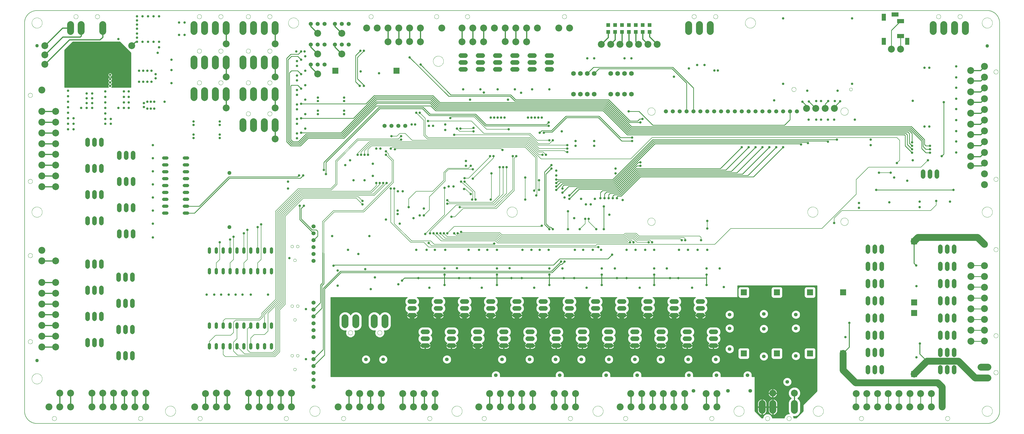
<source format=gbl>
G75*
%MOIN*%
%OFA0B0*%
%FSLAX25Y25*%
%IPPOS*%
%LPD*%
%AMOC8*
5,1,8,0,0,1.08239X$1,22.5*
%
%ADD10C,0.00500*%
%ADD11C,0.00000*%
%ADD12C,0.06600*%
%ADD13R,0.09000X0.09000*%
%ADD14C,0.04800*%
%ADD15C,0.10039*%
%ADD16C,0.06800*%
%ADD17C,0.10050*%
%ADD18R,0.05315X0.05315*%
%ADD19C,0.10039*%
%ADD20C,0.05906*%
%ADD21C,0.02381*%
%ADD22R,0.09449X0.06496*%
%ADD23C,0.10000*%
%ADD24C,0.05000*%
%ADD25R,0.09843X0.05906*%
%ADD26R,0.05906X0.09843*%
%ADD27OC8,0.05250*%
%ADD28C,0.03562*%
%ADD29C,0.01000*%
%ADD30C,0.01600*%
%ADD31C,0.00800*%
%ADD32C,0.01200*%
%ADD33C,0.05315*%
%ADD34C,0.03200*%
%ADD35C,0.10000*%
D10*
X0019800Y0001800D02*
X1397800Y0001800D01*
X1398235Y0001805D01*
X1398670Y0001821D01*
X1399104Y0001847D01*
X1399537Y0001884D01*
X1399970Y0001931D01*
X1400401Y0001989D01*
X1400830Y0002057D01*
X1401258Y0002135D01*
X1401684Y0002224D01*
X1402108Y0002323D01*
X1402529Y0002432D01*
X1402947Y0002552D01*
X1403362Y0002681D01*
X1403774Y0002820D01*
X1404183Y0002970D01*
X1404588Y0003129D01*
X1404989Y0003298D01*
X1405385Y0003476D01*
X1405777Y0003664D01*
X1406165Y0003862D01*
X1406548Y0004069D01*
X1406925Y0004285D01*
X1407298Y0004510D01*
X1407664Y0004744D01*
X1408025Y0004986D01*
X1408380Y0005238D01*
X1408729Y0005498D01*
X1409071Y0005766D01*
X1409407Y0006042D01*
X1409736Y0006327D01*
X1410058Y0006619D01*
X1410373Y0006919D01*
X1410681Y0007227D01*
X1410981Y0007542D01*
X1411273Y0007864D01*
X1411558Y0008193D01*
X1411834Y0008529D01*
X1412102Y0008871D01*
X1412362Y0009220D01*
X1412614Y0009575D01*
X1412856Y0009936D01*
X1413090Y0010302D01*
X1413315Y0010675D01*
X1413531Y0011052D01*
X1413738Y0011435D01*
X1413936Y0011823D01*
X1414124Y0012215D01*
X1414302Y0012611D01*
X1414471Y0013012D01*
X1414630Y0013417D01*
X1414780Y0013826D01*
X1414919Y0014238D01*
X1415048Y0014653D01*
X1415168Y0015071D01*
X1415277Y0015492D01*
X1415376Y0015916D01*
X1415465Y0016342D01*
X1415543Y0016770D01*
X1415611Y0017199D01*
X1415669Y0017630D01*
X1415716Y0018063D01*
X1415753Y0018496D01*
X1415779Y0018930D01*
X1415795Y0019365D01*
X1415800Y0019800D01*
X1415800Y0583300D01*
X1415795Y0583735D01*
X1415779Y0584170D01*
X1415753Y0584604D01*
X1415716Y0585037D01*
X1415669Y0585470D01*
X1415611Y0585901D01*
X1415543Y0586330D01*
X1415465Y0586758D01*
X1415376Y0587184D01*
X1415277Y0587608D01*
X1415168Y0588029D01*
X1415048Y0588447D01*
X1414919Y0588862D01*
X1414780Y0589274D01*
X1414630Y0589683D01*
X1414471Y0590088D01*
X1414302Y0590489D01*
X1414124Y0590885D01*
X1413936Y0591277D01*
X1413738Y0591665D01*
X1413531Y0592048D01*
X1413315Y0592425D01*
X1413090Y0592798D01*
X1412856Y0593164D01*
X1412614Y0593525D01*
X1412362Y0593880D01*
X1412102Y0594229D01*
X1411834Y0594571D01*
X1411558Y0594907D01*
X1411273Y0595236D01*
X1410981Y0595558D01*
X1410681Y0595873D01*
X1410373Y0596181D01*
X1410058Y0596481D01*
X1409736Y0596773D01*
X1409407Y0597058D01*
X1409071Y0597334D01*
X1408729Y0597602D01*
X1408380Y0597862D01*
X1408025Y0598114D01*
X1407664Y0598356D01*
X1407298Y0598590D01*
X1406925Y0598815D01*
X1406548Y0599031D01*
X1406165Y0599238D01*
X1405777Y0599436D01*
X1405385Y0599624D01*
X1404989Y0599802D01*
X1404588Y0599971D01*
X1404183Y0600130D01*
X1403774Y0600280D01*
X1403362Y0600419D01*
X1402947Y0600548D01*
X1402529Y0600668D01*
X1402108Y0600777D01*
X1401684Y0600876D01*
X1401258Y0600965D01*
X1400830Y0601043D01*
X1400401Y0601111D01*
X1399970Y0601169D01*
X1399537Y0601216D01*
X1399104Y0601253D01*
X1398670Y0601279D01*
X1398235Y0601295D01*
X1397800Y0601300D01*
X0019800Y0601300D01*
X0019365Y0601295D01*
X0018930Y0601279D01*
X0018496Y0601253D01*
X0018063Y0601216D01*
X0017630Y0601169D01*
X0017199Y0601111D01*
X0016770Y0601043D01*
X0016342Y0600965D01*
X0015916Y0600876D01*
X0015492Y0600777D01*
X0015071Y0600668D01*
X0014653Y0600548D01*
X0014238Y0600419D01*
X0013826Y0600280D01*
X0013417Y0600130D01*
X0013012Y0599971D01*
X0012611Y0599802D01*
X0012215Y0599624D01*
X0011823Y0599436D01*
X0011435Y0599238D01*
X0011052Y0599031D01*
X0010675Y0598815D01*
X0010302Y0598590D01*
X0009936Y0598356D01*
X0009575Y0598114D01*
X0009220Y0597862D01*
X0008871Y0597602D01*
X0008529Y0597334D01*
X0008193Y0597058D01*
X0007864Y0596773D01*
X0007542Y0596481D01*
X0007227Y0596181D01*
X0006919Y0595873D01*
X0006619Y0595558D01*
X0006327Y0595236D01*
X0006042Y0594907D01*
X0005766Y0594571D01*
X0005498Y0594229D01*
X0005238Y0593880D01*
X0004986Y0593525D01*
X0004744Y0593164D01*
X0004510Y0592798D01*
X0004285Y0592425D01*
X0004069Y0592048D01*
X0003862Y0591665D01*
X0003664Y0591277D01*
X0003476Y0590885D01*
X0003298Y0590489D01*
X0003129Y0590088D01*
X0002970Y0589683D01*
X0002820Y0589274D01*
X0002681Y0588862D01*
X0002552Y0588447D01*
X0002432Y0588029D01*
X0002323Y0587608D01*
X0002224Y0587184D01*
X0002135Y0586758D01*
X0002057Y0586330D01*
X0001989Y0585901D01*
X0001931Y0585470D01*
X0001884Y0585037D01*
X0001847Y0584604D01*
X0001821Y0584170D01*
X0001805Y0583735D01*
X0001800Y0583300D01*
X0001800Y0019800D01*
X0001805Y0019365D01*
X0001821Y0018930D01*
X0001847Y0018496D01*
X0001884Y0018063D01*
X0001931Y0017630D01*
X0001989Y0017199D01*
X0002057Y0016770D01*
X0002135Y0016342D01*
X0002224Y0015916D01*
X0002323Y0015492D01*
X0002432Y0015071D01*
X0002552Y0014653D01*
X0002681Y0014238D01*
X0002820Y0013826D01*
X0002970Y0013417D01*
X0003129Y0013012D01*
X0003298Y0012611D01*
X0003476Y0012215D01*
X0003664Y0011823D01*
X0003862Y0011435D01*
X0004069Y0011052D01*
X0004285Y0010675D01*
X0004510Y0010302D01*
X0004744Y0009936D01*
X0004986Y0009575D01*
X0005238Y0009220D01*
X0005498Y0008871D01*
X0005766Y0008529D01*
X0006042Y0008193D01*
X0006327Y0007864D01*
X0006619Y0007542D01*
X0006919Y0007227D01*
X0007227Y0006919D01*
X0007542Y0006619D01*
X0007864Y0006327D01*
X0008193Y0006042D01*
X0008529Y0005766D01*
X0008871Y0005498D01*
X0009220Y0005238D01*
X0009575Y0004986D01*
X0009936Y0004744D01*
X0010302Y0004510D01*
X0010675Y0004285D01*
X0011052Y0004069D01*
X0011435Y0003862D01*
X0011823Y0003664D01*
X0012215Y0003476D01*
X0012611Y0003298D01*
X0013012Y0003129D01*
X0013417Y0002970D01*
X0013826Y0002820D01*
X0014238Y0002681D01*
X0014653Y0002552D01*
X0015071Y0002432D01*
X0015492Y0002323D01*
X0015916Y0002224D01*
X0016342Y0002135D01*
X0016770Y0002057D01*
X0017199Y0001989D01*
X0017630Y0001931D01*
X0018063Y0001884D01*
X0018496Y0001847D01*
X0018930Y0001821D01*
X0019365Y0001805D01*
X0019800Y0001800D01*
X1245918Y0552509D02*
X1245918Y0560383D01*
X1249855Y0560383D01*
X1249855Y0552509D01*
X1245918Y0552509D01*
X1268162Y0562351D02*
X1268162Y0566288D01*
X1276036Y0566288D01*
X1276036Y0562351D01*
X1268162Y0562351D01*
X1279776Y0560383D02*
X1279776Y0552509D01*
X1283713Y0552509D01*
X1283713Y0560383D01*
X1279776Y0560383D01*
X1276036Y0584005D02*
X1268162Y0584005D01*
X1268162Y0587942D01*
X1276036Y0587942D01*
X1276036Y0584005D01*
X1268162Y0593454D02*
X1260288Y0593454D01*
X1260288Y0597391D01*
X1268162Y0597391D01*
X1268162Y0593454D01*
X1249855Y0595422D02*
X1249855Y0587548D01*
X1245918Y0587548D01*
X1245918Y0595422D01*
X1249855Y0595422D01*
D11*
X1324059Y0592493D02*
X1324061Y0592605D01*
X1324067Y0592716D01*
X1324077Y0592828D01*
X1324091Y0592939D01*
X1324108Y0593049D01*
X1324130Y0593159D01*
X1324156Y0593268D01*
X1324185Y0593376D01*
X1324218Y0593482D01*
X1324255Y0593588D01*
X1324296Y0593692D01*
X1324341Y0593795D01*
X1324389Y0593896D01*
X1324440Y0593995D01*
X1324495Y0594092D01*
X1324554Y0594187D01*
X1324615Y0594281D01*
X1324680Y0594372D01*
X1324749Y0594460D01*
X1324820Y0594546D01*
X1324894Y0594630D01*
X1324972Y0594710D01*
X1325052Y0594788D01*
X1325135Y0594864D01*
X1325220Y0594936D01*
X1325308Y0595005D01*
X1325398Y0595071D01*
X1325491Y0595133D01*
X1325586Y0595193D01*
X1325683Y0595249D01*
X1325781Y0595301D01*
X1325882Y0595350D01*
X1325984Y0595395D01*
X1326088Y0595437D01*
X1326193Y0595475D01*
X1326300Y0595509D01*
X1326407Y0595539D01*
X1326516Y0595566D01*
X1326625Y0595588D01*
X1326736Y0595607D01*
X1326846Y0595622D01*
X1326958Y0595633D01*
X1327069Y0595640D01*
X1327181Y0595643D01*
X1327293Y0595642D01*
X1327405Y0595637D01*
X1327516Y0595628D01*
X1327627Y0595615D01*
X1327738Y0595598D01*
X1327848Y0595578D01*
X1327957Y0595553D01*
X1328065Y0595525D01*
X1328172Y0595492D01*
X1328278Y0595456D01*
X1328382Y0595416D01*
X1328485Y0595373D01*
X1328587Y0595326D01*
X1328686Y0595275D01*
X1328784Y0595221D01*
X1328880Y0595163D01*
X1328974Y0595102D01*
X1329065Y0595038D01*
X1329154Y0594971D01*
X1329241Y0594900D01*
X1329325Y0594826D01*
X1329407Y0594750D01*
X1329485Y0594670D01*
X1329561Y0594588D01*
X1329634Y0594503D01*
X1329704Y0594416D01*
X1329770Y0594326D01*
X1329834Y0594234D01*
X1329894Y0594140D01*
X1329951Y0594044D01*
X1330004Y0593945D01*
X1330054Y0593845D01*
X1330100Y0593744D01*
X1330143Y0593640D01*
X1330182Y0593535D01*
X1330217Y0593429D01*
X1330248Y0593322D01*
X1330276Y0593213D01*
X1330299Y0593104D01*
X1330319Y0592994D01*
X1330335Y0592883D01*
X1330347Y0592772D01*
X1330355Y0592661D01*
X1330359Y0592549D01*
X1330359Y0592437D01*
X1330355Y0592325D01*
X1330347Y0592214D01*
X1330335Y0592103D01*
X1330319Y0591992D01*
X1330299Y0591882D01*
X1330276Y0591773D01*
X1330248Y0591664D01*
X1330217Y0591557D01*
X1330182Y0591451D01*
X1330143Y0591346D01*
X1330100Y0591242D01*
X1330054Y0591141D01*
X1330004Y0591041D01*
X1329951Y0590942D01*
X1329894Y0590846D01*
X1329834Y0590752D01*
X1329770Y0590660D01*
X1329704Y0590570D01*
X1329634Y0590483D01*
X1329561Y0590398D01*
X1329485Y0590316D01*
X1329407Y0590236D01*
X1329325Y0590160D01*
X1329241Y0590086D01*
X1329154Y0590015D01*
X1329065Y0589948D01*
X1328974Y0589884D01*
X1328880Y0589823D01*
X1328784Y0589765D01*
X1328686Y0589711D01*
X1328587Y0589660D01*
X1328485Y0589613D01*
X1328382Y0589570D01*
X1328278Y0589530D01*
X1328172Y0589494D01*
X1328065Y0589461D01*
X1327957Y0589433D01*
X1327848Y0589408D01*
X1327738Y0589388D01*
X1327627Y0589371D01*
X1327516Y0589358D01*
X1327405Y0589349D01*
X1327293Y0589344D01*
X1327181Y0589343D01*
X1327069Y0589346D01*
X1326958Y0589353D01*
X1326846Y0589364D01*
X1326736Y0589379D01*
X1326625Y0589398D01*
X1326516Y0589420D01*
X1326407Y0589447D01*
X1326300Y0589477D01*
X1326193Y0589511D01*
X1326088Y0589549D01*
X1325984Y0589591D01*
X1325882Y0589636D01*
X1325781Y0589685D01*
X1325683Y0589737D01*
X1325586Y0589793D01*
X1325491Y0589853D01*
X1325398Y0589915D01*
X1325308Y0589981D01*
X1325220Y0590050D01*
X1325135Y0590122D01*
X1325052Y0590198D01*
X1324972Y0590276D01*
X1324894Y0590356D01*
X1324820Y0590440D01*
X1324749Y0590526D01*
X1324680Y0590614D01*
X1324615Y0590705D01*
X1324554Y0590799D01*
X1324495Y0590894D01*
X1324440Y0590991D01*
X1324389Y0591090D01*
X1324341Y0591191D01*
X1324296Y0591294D01*
X1324255Y0591398D01*
X1324218Y0591504D01*
X1324185Y0591610D01*
X1324156Y0591718D01*
X1324130Y0591827D01*
X1324108Y0591937D01*
X1324091Y0592047D01*
X1324077Y0592158D01*
X1324067Y0592270D01*
X1324061Y0592381D01*
X1324059Y0592493D01*
X1355241Y0592493D02*
X1355243Y0592605D01*
X1355249Y0592716D01*
X1355259Y0592828D01*
X1355273Y0592939D01*
X1355290Y0593049D01*
X1355312Y0593159D01*
X1355338Y0593268D01*
X1355367Y0593376D01*
X1355400Y0593482D01*
X1355437Y0593588D01*
X1355478Y0593692D01*
X1355523Y0593795D01*
X1355571Y0593896D01*
X1355622Y0593995D01*
X1355677Y0594092D01*
X1355736Y0594187D01*
X1355797Y0594281D01*
X1355862Y0594372D01*
X1355931Y0594460D01*
X1356002Y0594546D01*
X1356076Y0594630D01*
X1356154Y0594710D01*
X1356234Y0594788D01*
X1356317Y0594864D01*
X1356402Y0594936D01*
X1356490Y0595005D01*
X1356580Y0595071D01*
X1356673Y0595133D01*
X1356768Y0595193D01*
X1356865Y0595249D01*
X1356963Y0595301D01*
X1357064Y0595350D01*
X1357166Y0595395D01*
X1357270Y0595437D01*
X1357375Y0595475D01*
X1357482Y0595509D01*
X1357589Y0595539D01*
X1357698Y0595566D01*
X1357807Y0595588D01*
X1357918Y0595607D01*
X1358028Y0595622D01*
X1358140Y0595633D01*
X1358251Y0595640D01*
X1358363Y0595643D01*
X1358475Y0595642D01*
X1358587Y0595637D01*
X1358698Y0595628D01*
X1358809Y0595615D01*
X1358920Y0595598D01*
X1359030Y0595578D01*
X1359139Y0595553D01*
X1359247Y0595525D01*
X1359354Y0595492D01*
X1359460Y0595456D01*
X1359564Y0595416D01*
X1359667Y0595373D01*
X1359769Y0595326D01*
X1359868Y0595275D01*
X1359966Y0595221D01*
X1360062Y0595163D01*
X1360156Y0595102D01*
X1360247Y0595038D01*
X1360336Y0594971D01*
X1360423Y0594900D01*
X1360507Y0594826D01*
X1360589Y0594750D01*
X1360667Y0594670D01*
X1360743Y0594588D01*
X1360816Y0594503D01*
X1360886Y0594416D01*
X1360952Y0594326D01*
X1361016Y0594234D01*
X1361076Y0594140D01*
X1361133Y0594044D01*
X1361186Y0593945D01*
X1361236Y0593845D01*
X1361282Y0593744D01*
X1361325Y0593640D01*
X1361364Y0593535D01*
X1361399Y0593429D01*
X1361430Y0593322D01*
X1361458Y0593213D01*
X1361481Y0593104D01*
X1361501Y0592994D01*
X1361517Y0592883D01*
X1361529Y0592772D01*
X1361537Y0592661D01*
X1361541Y0592549D01*
X1361541Y0592437D01*
X1361537Y0592325D01*
X1361529Y0592214D01*
X1361517Y0592103D01*
X1361501Y0591992D01*
X1361481Y0591882D01*
X1361458Y0591773D01*
X1361430Y0591664D01*
X1361399Y0591557D01*
X1361364Y0591451D01*
X1361325Y0591346D01*
X1361282Y0591242D01*
X1361236Y0591141D01*
X1361186Y0591041D01*
X1361133Y0590942D01*
X1361076Y0590846D01*
X1361016Y0590752D01*
X1360952Y0590660D01*
X1360886Y0590570D01*
X1360816Y0590483D01*
X1360743Y0590398D01*
X1360667Y0590316D01*
X1360589Y0590236D01*
X1360507Y0590160D01*
X1360423Y0590086D01*
X1360336Y0590015D01*
X1360247Y0589948D01*
X1360156Y0589884D01*
X1360062Y0589823D01*
X1359966Y0589765D01*
X1359868Y0589711D01*
X1359769Y0589660D01*
X1359667Y0589613D01*
X1359564Y0589570D01*
X1359460Y0589530D01*
X1359354Y0589494D01*
X1359247Y0589461D01*
X1359139Y0589433D01*
X1359030Y0589408D01*
X1358920Y0589388D01*
X1358809Y0589371D01*
X1358698Y0589358D01*
X1358587Y0589349D01*
X1358475Y0589344D01*
X1358363Y0589343D01*
X1358251Y0589346D01*
X1358140Y0589353D01*
X1358028Y0589364D01*
X1357918Y0589379D01*
X1357807Y0589398D01*
X1357698Y0589420D01*
X1357589Y0589447D01*
X1357482Y0589477D01*
X1357375Y0589511D01*
X1357270Y0589549D01*
X1357166Y0589591D01*
X1357064Y0589636D01*
X1356963Y0589685D01*
X1356865Y0589737D01*
X1356768Y0589793D01*
X1356673Y0589853D01*
X1356580Y0589915D01*
X1356490Y0589981D01*
X1356402Y0590050D01*
X1356317Y0590122D01*
X1356234Y0590198D01*
X1356154Y0590276D01*
X1356076Y0590356D01*
X1356002Y0590440D01*
X1355931Y0590526D01*
X1355862Y0590614D01*
X1355797Y0590705D01*
X1355736Y0590799D01*
X1355677Y0590894D01*
X1355622Y0590991D01*
X1355571Y0591090D01*
X1355523Y0591191D01*
X1355478Y0591294D01*
X1355437Y0591398D01*
X1355400Y0591504D01*
X1355367Y0591610D01*
X1355338Y0591718D01*
X1355312Y0591827D01*
X1355290Y0591937D01*
X1355273Y0592047D01*
X1355259Y0592158D01*
X1355249Y0592270D01*
X1355243Y0592381D01*
X1355241Y0592493D01*
X1390300Y0583300D02*
X1390302Y0583484D01*
X1390309Y0583668D01*
X1390320Y0583852D01*
X1390336Y0584035D01*
X1390356Y0584218D01*
X1390381Y0584400D01*
X1390410Y0584582D01*
X1390444Y0584763D01*
X1390482Y0584943D01*
X1390525Y0585122D01*
X1390572Y0585300D01*
X1390623Y0585477D01*
X1390679Y0585653D01*
X1390738Y0585827D01*
X1390803Y0585999D01*
X1390871Y0586170D01*
X1390943Y0586339D01*
X1391020Y0586507D01*
X1391101Y0586672D01*
X1391186Y0586835D01*
X1391274Y0586997D01*
X1391367Y0587156D01*
X1391464Y0587312D01*
X1391564Y0587467D01*
X1391668Y0587619D01*
X1391776Y0587768D01*
X1391887Y0587914D01*
X1392002Y0588058D01*
X1392121Y0588199D01*
X1392243Y0588337D01*
X1392368Y0588472D01*
X1392497Y0588603D01*
X1392628Y0588732D01*
X1392763Y0588857D01*
X1392901Y0588979D01*
X1393042Y0589098D01*
X1393186Y0589213D01*
X1393332Y0589324D01*
X1393481Y0589432D01*
X1393633Y0589536D01*
X1393788Y0589636D01*
X1393944Y0589733D01*
X1394103Y0589826D01*
X1394265Y0589914D01*
X1394428Y0589999D01*
X1394593Y0590080D01*
X1394761Y0590157D01*
X1394930Y0590229D01*
X1395101Y0590297D01*
X1395273Y0590362D01*
X1395447Y0590421D01*
X1395623Y0590477D01*
X1395800Y0590528D01*
X1395978Y0590575D01*
X1396157Y0590618D01*
X1396337Y0590656D01*
X1396518Y0590690D01*
X1396700Y0590719D01*
X1396882Y0590744D01*
X1397065Y0590764D01*
X1397248Y0590780D01*
X1397432Y0590791D01*
X1397616Y0590798D01*
X1397800Y0590800D01*
X1397984Y0590798D01*
X1398168Y0590791D01*
X1398352Y0590780D01*
X1398535Y0590764D01*
X1398718Y0590744D01*
X1398900Y0590719D01*
X1399082Y0590690D01*
X1399263Y0590656D01*
X1399443Y0590618D01*
X1399622Y0590575D01*
X1399800Y0590528D01*
X1399977Y0590477D01*
X1400153Y0590421D01*
X1400327Y0590362D01*
X1400499Y0590297D01*
X1400670Y0590229D01*
X1400839Y0590157D01*
X1401007Y0590080D01*
X1401172Y0589999D01*
X1401335Y0589914D01*
X1401497Y0589826D01*
X1401656Y0589733D01*
X1401812Y0589636D01*
X1401967Y0589536D01*
X1402119Y0589432D01*
X1402268Y0589324D01*
X1402414Y0589213D01*
X1402558Y0589098D01*
X1402699Y0588979D01*
X1402837Y0588857D01*
X1402972Y0588732D01*
X1403103Y0588603D01*
X1403232Y0588472D01*
X1403357Y0588337D01*
X1403479Y0588199D01*
X1403598Y0588058D01*
X1403713Y0587914D01*
X1403824Y0587768D01*
X1403932Y0587619D01*
X1404036Y0587467D01*
X1404136Y0587312D01*
X1404233Y0587156D01*
X1404326Y0586997D01*
X1404414Y0586835D01*
X1404499Y0586672D01*
X1404580Y0586507D01*
X1404657Y0586339D01*
X1404729Y0586170D01*
X1404797Y0585999D01*
X1404862Y0585827D01*
X1404921Y0585653D01*
X1404977Y0585477D01*
X1405028Y0585300D01*
X1405075Y0585122D01*
X1405118Y0584943D01*
X1405156Y0584763D01*
X1405190Y0584582D01*
X1405219Y0584400D01*
X1405244Y0584218D01*
X1405264Y0584035D01*
X1405280Y0583852D01*
X1405291Y0583668D01*
X1405298Y0583484D01*
X1405300Y0583300D01*
X1405298Y0583116D01*
X1405291Y0582932D01*
X1405280Y0582748D01*
X1405264Y0582565D01*
X1405244Y0582382D01*
X1405219Y0582200D01*
X1405190Y0582018D01*
X1405156Y0581837D01*
X1405118Y0581657D01*
X1405075Y0581478D01*
X1405028Y0581300D01*
X1404977Y0581123D01*
X1404921Y0580947D01*
X1404862Y0580773D01*
X1404797Y0580601D01*
X1404729Y0580430D01*
X1404657Y0580261D01*
X1404580Y0580093D01*
X1404499Y0579928D01*
X1404414Y0579765D01*
X1404326Y0579603D01*
X1404233Y0579444D01*
X1404136Y0579288D01*
X1404036Y0579133D01*
X1403932Y0578981D01*
X1403824Y0578832D01*
X1403713Y0578686D01*
X1403598Y0578542D01*
X1403479Y0578401D01*
X1403357Y0578263D01*
X1403232Y0578128D01*
X1403103Y0577997D01*
X1402972Y0577868D01*
X1402837Y0577743D01*
X1402699Y0577621D01*
X1402558Y0577502D01*
X1402414Y0577387D01*
X1402268Y0577276D01*
X1402119Y0577168D01*
X1401967Y0577064D01*
X1401812Y0576964D01*
X1401656Y0576867D01*
X1401497Y0576774D01*
X1401335Y0576686D01*
X1401172Y0576601D01*
X1401007Y0576520D01*
X1400839Y0576443D01*
X1400670Y0576371D01*
X1400499Y0576303D01*
X1400327Y0576238D01*
X1400153Y0576179D01*
X1399977Y0576123D01*
X1399800Y0576072D01*
X1399622Y0576025D01*
X1399443Y0575982D01*
X1399263Y0575944D01*
X1399082Y0575910D01*
X1398900Y0575881D01*
X1398718Y0575856D01*
X1398535Y0575836D01*
X1398352Y0575820D01*
X1398168Y0575809D01*
X1397984Y0575802D01*
X1397800Y0575800D01*
X1397616Y0575802D01*
X1397432Y0575809D01*
X1397248Y0575820D01*
X1397065Y0575836D01*
X1396882Y0575856D01*
X1396700Y0575881D01*
X1396518Y0575910D01*
X1396337Y0575944D01*
X1396157Y0575982D01*
X1395978Y0576025D01*
X1395800Y0576072D01*
X1395623Y0576123D01*
X1395447Y0576179D01*
X1395273Y0576238D01*
X1395101Y0576303D01*
X1394930Y0576371D01*
X1394761Y0576443D01*
X1394593Y0576520D01*
X1394428Y0576601D01*
X1394265Y0576686D01*
X1394103Y0576774D01*
X1393944Y0576867D01*
X1393788Y0576964D01*
X1393633Y0577064D01*
X1393481Y0577168D01*
X1393332Y0577276D01*
X1393186Y0577387D01*
X1393042Y0577502D01*
X1392901Y0577621D01*
X1392763Y0577743D01*
X1392628Y0577868D01*
X1392497Y0577997D01*
X1392368Y0578128D01*
X1392243Y0578263D01*
X1392121Y0578401D01*
X1392002Y0578542D01*
X1391887Y0578686D01*
X1391776Y0578832D01*
X1391668Y0578981D01*
X1391564Y0579133D01*
X1391464Y0579288D01*
X1391367Y0579444D01*
X1391274Y0579603D01*
X1391186Y0579765D01*
X1391101Y0579928D01*
X1391020Y0580093D01*
X1390943Y0580261D01*
X1390871Y0580430D01*
X1390803Y0580601D01*
X1390738Y0580773D01*
X1390679Y0580947D01*
X1390623Y0581123D01*
X1390572Y0581300D01*
X1390525Y0581478D01*
X1390482Y0581657D01*
X1390444Y0581837D01*
X1390410Y0582018D01*
X1390381Y0582200D01*
X1390356Y0582382D01*
X1390336Y0582565D01*
X1390320Y0582748D01*
X1390309Y0582932D01*
X1390302Y0583116D01*
X1390300Y0583300D01*
X1407343Y0512253D02*
X1407345Y0512365D01*
X1407351Y0512476D01*
X1407361Y0512588D01*
X1407375Y0512699D01*
X1407392Y0512809D01*
X1407414Y0512919D01*
X1407440Y0513028D01*
X1407469Y0513136D01*
X1407502Y0513242D01*
X1407539Y0513348D01*
X1407580Y0513452D01*
X1407625Y0513555D01*
X1407673Y0513656D01*
X1407724Y0513755D01*
X1407779Y0513852D01*
X1407838Y0513947D01*
X1407899Y0514041D01*
X1407964Y0514132D01*
X1408033Y0514220D01*
X1408104Y0514306D01*
X1408178Y0514390D01*
X1408256Y0514470D01*
X1408336Y0514548D01*
X1408419Y0514624D01*
X1408504Y0514696D01*
X1408592Y0514765D01*
X1408682Y0514831D01*
X1408775Y0514893D01*
X1408870Y0514953D01*
X1408967Y0515009D01*
X1409065Y0515061D01*
X1409166Y0515110D01*
X1409268Y0515155D01*
X1409372Y0515197D01*
X1409477Y0515235D01*
X1409584Y0515269D01*
X1409691Y0515299D01*
X1409800Y0515326D01*
X1409909Y0515348D01*
X1410020Y0515367D01*
X1410130Y0515382D01*
X1410242Y0515393D01*
X1410353Y0515400D01*
X1410465Y0515403D01*
X1410577Y0515402D01*
X1410689Y0515397D01*
X1410800Y0515388D01*
X1410911Y0515375D01*
X1411022Y0515358D01*
X1411132Y0515338D01*
X1411241Y0515313D01*
X1411349Y0515285D01*
X1411456Y0515252D01*
X1411562Y0515216D01*
X1411666Y0515176D01*
X1411769Y0515133D01*
X1411871Y0515086D01*
X1411970Y0515035D01*
X1412068Y0514981D01*
X1412164Y0514923D01*
X1412258Y0514862D01*
X1412349Y0514798D01*
X1412438Y0514731D01*
X1412525Y0514660D01*
X1412609Y0514586D01*
X1412691Y0514510D01*
X1412769Y0514430D01*
X1412845Y0514348D01*
X1412918Y0514263D01*
X1412988Y0514176D01*
X1413054Y0514086D01*
X1413118Y0513994D01*
X1413178Y0513900D01*
X1413235Y0513804D01*
X1413288Y0513705D01*
X1413338Y0513605D01*
X1413384Y0513504D01*
X1413427Y0513400D01*
X1413466Y0513295D01*
X1413501Y0513189D01*
X1413532Y0513082D01*
X1413560Y0512973D01*
X1413583Y0512864D01*
X1413603Y0512754D01*
X1413619Y0512643D01*
X1413631Y0512532D01*
X1413639Y0512421D01*
X1413643Y0512309D01*
X1413643Y0512197D01*
X1413639Y0512085D01*
X1413631Y0511974D01*
X1413619Y0511863D01*
X1413603Y0511752D01*
X1413583Y0511642D01*
X1413560Y0511533D01*
X1413532Y0511424D01*
X1413501Y0511317D01*
X1413466Y0511211D01*
X1413427Y0511106D01*
X1413384Y0511002D01*
X1413338Y0510901D01*
X1413288Y0510801D01*
X1413235Y0510702D01*
X1413178Y0510606D01*
X1413118Y0510512D01*
X1413054Y0510420D01*
X1412988Y0510330D01*
X1412918Y0510243D01*
X1412845Y0510158D01*
X1412769Y0510076D01*
X1412691Y0509996D01*
X1412609Y0509920D01*
X1412525Y0509846D01*
X1412438Y0509775D01*
X1412349Y0509708D01*
X1412258Y0509644D01*
X1412164Y0509583D01*
X1412068Y0509525D01*
X1411970Y0509471D01*
X1411871Y0509420D01*
X1411769Y0509373D01*
X1411666Y0509330D01*
X1411562Y0509290D01*
X1411456Y0509254D01*
X1411349Y0509221D01*
X1411241Y0509193D01*
X1411132Y0509168D01*
X1411022Y0509148D01*
X1410911Y0509131D01*
X1410800Y0509118D01*
X1410689Y0509109D01*
X1410577Y0509104D01*
X1410465Y0509103D01*
X1410353Y0509106D01*
X1410242Y0509113D01*
X1410130Y0509124D01*
X1410020Y0509139D01*
X1409909Y0509158D01*
X1409800Y0509180D01*
X1409691Y0509207D01*
X1409584Y0509237D01*
X1409477Y0509271D01*
X1409372Y0509309D01*
X1409268Y0509351D01*
X1409166Y0509396D01*
X1409065Y0509445D01*
X1408967Y0509497D01*
X1408870Y0509553D01*
X1408775Y0509613D01*
X1408682Y0509675D01*
X1408592Y0509741D01*
X1408504Y0509810D01*
X1408419Y0509882D01*
X1408336Y0509958D01*
X1408256Y0510036D01*
X1408178Y0510116D01*
X1408104Y0510200D01*
X1408033Y0510286D01*
X1407964Y0510374D01*
X1407899Y0510465D01*
X1407838Y0510559D01*
X1407779Y0510654D01*
X1407724Y0510751D01*
X1407673Y0510850D01*
X1407625Y0510951D01*
X1407580Y0511054D01*
X1407539Y0511158D01*
X1407502Y0511264D01*
X1407469Y0511370D01*
X1407440Y0511478D01*
X1407414Y0511587D01*
X1407392Y0511697D01*
X1407375Y0511807D01*
X1407361Y0511918D01*
X1407351Y0512030D01*
X1407345Y0512141D01*
X1407343Y0512253D01*
X1197911Y0486824D02*
X1197913Y0486917D01*
X1197919Y0487009D01*
X1197929Y0487101D01*
X1197943Y0487192D01*
X1197960Y0487283D01*
X1197982Y0487373D01*
X1198007Y0487462D01*
X1198036Y0487550D01*
X1198069Y0487636D01*
X1198106Y0487721D01*
X1198146Y0487805D01*
X1198190Y0487886D01*
X1198237Y0487966D01*
X1198287Y0488044D01*
X1198341Y0488119D01*
X1198398Y0488192D01*
X1198458Y0488262D01*
X1198521Y0488330D01*
X1198587Y0488395D01*
X1198655Y0488457D01*
X1198726Y0488517D01*
X1198800Y0488573D01*
X1198876Y0488626D01*
X1198954Y0488675D01*
X1199034Y0488722D01*
X1199116Y0488764D01*
X1199200Y0488804D01*
X1199285Y0488839D01*
X1199372Y0488871D01*
X1199460Y0488900D01*
X1199549Y0488924D01*
X1199639Y0488945D01*
X1199730Y0488961D01*
X1199822Y0488974D01*
X1199914Y0488983D01*
X1200007Y0488988D01*
X1200099Y0488989D01*
X1200192Y0488986D01*
X1200284Y0488979D01*
X1200376Y0488968D01*
X1200467Y0488953D01*
X1200558Y0488935D01*
X1200648Y0488912D01*
X1200736Y0488886D01*
X1200824Y0488856D01*
X1200910Y0488822D01*
X1200994Y0488785D01*
X1201077Y0488743D01*
X1201158Y0488699D01*
X1201238Y0488651D01*
X1201315Y0488600D01*
X1201389Y0488545D01*
X1201462Y0488487D01*
X1201532Y0488427D01*
X1201599Y0488363D01*
X1201663Y0488297D01*
X1201725Y0488227D01*
X1201783Y0488156D01*
X1201838Y0488082D01*
X1201890Y0488005D01*
X1201939Y0487926D01*
X1201985Y0487846D01*
X1202027Y0487763D01*
X1202065Y0487679D01*
X1202100Y0487593D01*
X1202131Y0487506D01*
X1202158Y0487418D01*
X1202181Y0487328D01*
X1202201Y0487238D01*
X1202217Y0487147D01*
X1202229Y0487055D01*
X1202237Y0486963D01*
X1202241Y0486870D01*
X1202241Y0486778D01*
X1202237Y0486685D01*
X1202229Y0486593D01*
X1202217Y0486501D01*
X1202201Y0486410D01*
X1202181Y0486320D01*
X1202158Y0486230D01*
X1202131Y0486142D01*
X1202100Y0486055D01*
X1202065Y0485969D01*
X1202027Y0485885D01*
X1201985Y0485802D01*
X1201939Y0485722D01*
X1201890Y0485643D01*
X1201838Y0485566D01*
X1201783Y0485492D01*
X1201725Y0485421D01*
X1201663Y0485351D01*
X1201599Y0485285D01*
X1201532Y0485221D01*
X1201462Y0485161D01*
X1201389Y0485103D01*
X1201315Y0485048D01*
X1201238Y0484997D01*
X1201159Y0484949D01*
X1201077Y0484905D01*
X1200994Y0484863D01*
X1200910Y0484826D01*
X1200824Y0484792D01*
X1200736Y0484762D01*
X1200648Y0484736D01*
X1200558Y0484713D01*
X1200467Y0484695D01*
X1200376Y0484680D01*
X1200284Y0484669D01*
X1200192Y0484662D01*
X1200099Y0484659D01*
X1200007Y0484660D01*
X1199914Y0484665D01*
X1199822Y0484674D01*
X1199730Y0484687D01*
X1199639Y0484703D01*
X1199549Y0484724D01*
X1199460Y0484748D01*
X1199372Y0484777D01*
X1199285Y0484809D01*
X1199200Y0484844D01*
X1199116Y0484884D01*
X1199034Y0484926D01*
X1198954Y0484973D01*
X1198876Y0485022D01*
X1198800Y0485075D01*
X1198726Y0485131D01*
X1198655Y0485191D01*
X1198587Y0485253D01*
X1198521Y0485318D01*
X1198458Y0485386D01*
X1198398Y0485456D01*
X1198341Y0485529D01*
X1198287Y0485604D01*
X1198237Y0485682D01*
X1198190Y0485762D01*
X1198146Y0485843D01*
X1198106Y0485927D01*
X1198069Y0486012D01*
X1198036Y0486098D01*
X1198007Y0486186D01*
X1197982Y0486275D01*
X1197960Y0486365D01*
X1197943Y0486456D01*
X1197929Y0486547D01*
X1197919Y0486639D01*
X1197913Y0486731D01*
X1197911Y0486824D01*
X1185288Y0454800D02*
X1185290Y0454948D01*
X1185296Y0455096D01*
X1185306Y0455244D01*
X1185320Y0455391D01*
X1185338Y0455538D01*
X1185359Y0455684D01*
X1185385Y0455830D01*
X1185415Y0455975D01*
X1185448Y0456119D01*
X1185486Y0456262D01*
X1185527Y0456404D01*
X1185572Y0456545D01*
X1185620Y0456685D01*
X1185673Y0456824D01*
X1185729Y0456961D01*
X1185789Y0457096D01*
X1185852Y0457230D01*
X1185919Y0457362D01*
X1185990Y0457492D01*
X1186064Y0457620D01*
X1186141Y0457746D01*
X1186222Y0457870D01*
X1186306Y0457992D01*
X1186393Y0458111D01*
X1186484Y0458228D01*
X1186578Y0458343D01*
X1186674Y0458455D01*
X1186774Y0458565D01*
X1186876Y0458671D01*
X1186982Y0458775D01*
X1187090Y0458876D01*
X1187201Y0458974D01*
X1187314Y0459070D01*
X1187430Y0459162D01*
X1187548Y0459251D01*
X1187669Y0459336D01*
X1187792Y0459419D01*
X1187917Y0459498D01*
X1188044Y0459574D01*
X1188173Y0459646D01*
X1188304Y0459715D01*
X1188437Y0459780D01*
X1188572Y0459841D01*
X1188708Y0459899D01*
X1188845Y0459954D01*
X1188984Y0460004D01*
X1189125Y0460051D01*
X1189266Y0460094D01*
X1189409Y0460134D01*
X1189553Y0460169D01*
X1189697Y0460201D01*
X1189843Y0460228D01*
X1189989Y0460252D01*
X1190136Y0460272D01*
X1190283Y0460288D01*
X1190430Y0460300D01*
X1190578Y0460308D01*
X1190726Y0460312D01*
X1190874Y0460312D01*
X1191022Y0460308D01*
X1191170Y0460300D01*
X1191317Y0460288D01*
X1191464Y0460272D01*
X1191611Y0460252D01*
X1191757Y0460228D01*
X1191903Y0460201D01*
X1192047Y0460169D01*
X1192191Y0460134D01*
X1192334Y0460094D01*
X1192475Y0460051D01*
X1192616Y0460004D01*
X1192755Y0459954D01*
X1192892Y0459899D01*
X1193028Y0459841D01*
X1193163Y0459780D01*
X1193296Y0459715D01*
X1193427Y0459646D01*
X1193556Y0459574D01*
X1193683Y0459498D01*
X1193808Y0459419D01*
X1193931Y0459336D01*
X1194052Y0459251D01*
X1194170Y0459162D01*
X1194286Y0459070D01*
X1194399Y0458974D01*
X1194510Y0458876D01*
X1194618Y0458775D01*
X1194724Y0458671D01*
X1194826Y0458565D01*
X1194926Y0458455D01*
X1195022Y0458343D01*
X1195116Y0458228D01*
X1195207Y0458111D01*
X1195294Y0457992D01*
X1195378Y0457870D01*
X1195459Y0457746D01*
X1195536Y0457620D01*
X1195610Y0457492D01*
X1195681Y0457362D01*
X1195748Y0457230D01*
X1195811Y0457096D01*
X1195871Y0456961D01*
X1195927Y0456824D01*
X1195980Y0456685D01*
X1196028Y0456545D01*
X1196073Y0456404D01*
X1196114Y0456262D01*
X1196152Y0456119D01*
X1196185Y0455975D01*
X1196215Y0455830D01*
X1196241Y0455684D01*
X1196262Y0455538D01*
X1196280Y0455391D01*
X1196294Y0455244D01*
X1196304Y0455096D01*
X1196310Y0454948D01*
X1196312Y0454800D01*
X1196310Y0454652D01*
X1196304Y0454504D01*
X1196294Y0454356D01*
X1196280Y0454209D01*
X1196262Y0454062D01*
X1196241Y0453916D01*
X1196215Y0453770D01*
X1196185Y0453625D01*
X1196152Y0453481D01*
X1196114Y0453338D01*
X1196073Y0453196D01*
X1196028Y0453055D01*
X1195980Y0452915D01*
X1195927Y0452776D01*
X1195871Y0452639D01*
X1195811Y0452504D01*
X1195748Y0452370D01*
X1195681Y0452238D01*
X1195610Y0452108D01*
X1195536Y0451980D01*
X1195459Y0451854D01*
X1195378Y0451730D01*
X1195294Y0451608D01*
X1195207Y0451489D01*
X1195116Y0451372D01*
X1195022Y0451257D01*
X1194926Y0451145D01*
X1194826Y0451035D01*
X1194724Y0450929D01*
X1194618Y0450825D01*
X1194510Y0450724D01*
X1194399Y0450626D01*
X1194286Y0450530D01*
X1194170Y0450438D01*
X1194052Y0450349D01*
X1193931Y0450264D01*
X1193808Y0450181D01*
X1193683Y0450102D01*
X1193556Y0450026D01*
X1193427Y0449954D01*
X1193296Y0449885D01*
X1193163Y0449820D01*
X1193028Y0449759D01*
X1192892Y0449701D01*
X1192755Y0449646D01*
X1192616Y0449596D01*
X1192475Y0449549D01*
X1192334Y0449506D01*
X1192191Y0449466D01*
X1192047Y0449431D01*
X1191903Y0449399D01*
X1191757Y0449372D01*
X1191611Y0449348D01*
X1191464Y0449328D01*
X1191317Y0449312D01*
X1191170Y0449300D01*
X1191022Y0449292D01*
X1190874Y0449288D01*
X1190726Y0449288D01*
X1190578Y0449292D01*
X1190430Y0449300D01*
X1190283Y0449312D01*
X1190136Y0449328D01*
X1189989Y0449348D01*
X1189843Y0449372D01*
X1189697Y0449399D01*
X1189553Y0449431D01*
X1189409Y0449466D01*
X1189266Y0449506D01*
X1189125Y0449549D01*
X1188984Y0449596D01*
X1188845Y0449646D01*
X1188708Y0449701D01*
X1188572Y0449759D01*
X1188437Y0449820D01*
X1188304Y0449885D01*
X1188173Y0449954D01*
X1188044Y0450026D01*
X1187917Y0450102D01*
X1187792Y0450181D01*
X1187669Y0450264D01*
X1187548Y0450349D01*
X1187430Y0450438D01*
X1187314Y0450530D01*
X1187201Y0450626D01*
X1187090Y0450724D01*
X1186982Y0450825D01*
X1186876Y0450929D01*
X1186774Y0451035D01*
X1186674Y0451145D01*
X1186578Y0451257D01*
X1186484Y0451372D01*
X1186393Y0451489D01*
X1186306Y0451608D01*
X1186222Y0451730D01*
X1186141Y0451854D01*
X1186064Y0451980D01*
X1185990Y0452108D01*
X1185919Y0452238D01*
X1185852Y0452370D01*
X1185789Y0452504D01*
X1185729Y0452639D01*
X1185673Y0452776D01*
X1185620Y0452915D01*
X1185572Y0453055D01*
X1185527Y0453196D01*
X1185486Y0453338D01*
X1185448Y0453481D01*
X1185415Y0453625D01*
X1185385Y0453770D01*
X1185359Y0453916D01*
X1185338Y0454062D01*
X1185320Y0454209D01*
X1185306Y0454356D01*
X1185296Y0454504D01*
X1185290Y0454652D01*
X1185288Y0454800D01*
X1114248Y0486824D02*
X1114250Y0486936D01*
X1114256Y0487047D01*
X1114266Y0487159D01*
X1114280Y0487270D01*
X1114297Y0487380D01*
X1114319Y0487490D01*
X1114345Y0487599D01*
X1114374Y0487707D01*
X1114407Y0487813D01*
X1114444Y0487919D01*
X1114485Y0488023D01*
X1114530Y0488126D01*
X1114578Y0488227D01*
X1114629Y0488326D01*
X1114684Y0488423D01*
X1114743Y0488518D01*
X1114804Y0488612D01*
X1114869Y0488703D01*
X1114938Y0488791D01*
X1115009Y0488877D01*
X1115083Y0488961D01*
X1115161Y0489041D01*
X1115241Y0489119D01*
X1115324Y0489195D01*
X1115409Y0489267D01*
X1115497Y0489336D01*
X1115587Y0489402D01*
X1115680Y0489464D01*
X1115775Y0489524D01*
X1115872Y0489580D01*
X1115970Y0489632D01*
X1116071Y0489681D01*
X1116173Y0489726D01*
X1116277Y0489768D01*
X1116382Y0489806D01*
X1116489Y0489840D01*
X1116596Y0489870D01*
X1116705Y0489897D01*
X1116814Y0489919D01*
X1116925Y0489938D01*
X1117035Y0489953D01*
X1117147Y0489964D01*
X1117258Y0489971D01*
X1117370Y0489974D01*
X1117482Y0489973D01*
X1117594Y0489968D01*
X1117705Y0489959D01*
X1117816Y0489946D01*
X1117927Y0489929D01*
X1118037Y0489909D01*
X1118146Y0489884D01*
X1118254Y0489856D01*
X1118361Y0489823D01*
X1118467Y0489787D01*
X1118571Y0489747D01*
X1118674Y0489704D01*
X1118776Y0489657D01*
X1118875Y0489606D01*
X1118973Y0489552D01*
X1119069Y0489494D01*
X1119163Y0489433D01*
X1119254Y0489369D01*
X1119343Y0489302D01*
X1119430Y0489231D01*
X1119514Y0489157D01*
X1119596Y0489081D01*
X1119674Y0489001D01*
X1119750Y0488919D01*
X1119823Y0488834D01*
X1119893Y0488747D01*
X1119959Y0488657D01*
X1120023Y0488565D01*
X1120083Y0488471D01*
X1120140Y0488375D01*
X1120193Y0488276D01*
X1120243Y0488176D01*
X1120289Y0488075D01*
X1120332Y0487971D01*
X1120371Y0487866D01*
X1120406Y0487760D01*
X1120437Y0487653D01*
X1120465Y0487544D01*
X1120488Y0487435D01*
X1120508Y0487325D01*
X1120524Y0487214D01*
X1120536Y0487103D01*
X1120544Y0486992D01*
X1120548Y0486880D01*
X1120548Y0486768D01*
X1120544Y0486656D01*
X1120536Y0486545D01*
X1120524Y0486434D01*
X1120508Y0486323D01*
X1120488Y0486213D01*
X1120465Y0486104D01*
X1120437Y0485995D01*
X1120406Y0485888D01*
X1120371Y0485782D01*
X1120332Y0485677D01*
X1120289Y0485573D01*
X1120243Y0485472D01*
X1120193Y0485372D01*
X1120140Y0485273D01*
X1120083Y0485177D01*
X1120023Y0485083D01*
X1119959Y0484991D01*
X1119893Y0484901D01*
X1119823Y0484814D01*
X1119750Y0484729D01*
X1119674Y0484647D01*
X1119596Y0484567D01*
X1119514Y0484491D01*
X1119430Y0484417D01*
X1119343Y0484346D01*
X1119254Y0484279D01*
X1119163Y0484215D01*
X1119069Y0484154D01*
X1118973Y0484096D01*
X1118875Y0484042D01*
X1118776Y0483991D01*
X1118674Y0483944D01*
X1118571Y0483901D01*
X1118467Y0483861D01*
X1118361Y0483825D01*
X1118254Y0483792D01*
X1118146Y0483764D01*
X1118037Y0483739D01*
X1117927Y0483719D01*
X1117816Y0483702D01*
X1117705Y0483689D01*
X1117594Y0483680D01*
X1117482Y0483675D01*
X1117370Y0483674D01*
X1117258Y0483677D01*
X1117147Y0483684D01*
X1117035Y0483695D01*
X1116925Y0483710D01*
X1116814Y0483729D01*
X1116705Y0483751D01*
X1116596Y0483778D01*
X1116489Y0483808D01*
X1116382Y0483842D01*
X1116277Y0483880D01*
X1116173Y0483922D01*
X1116071Y0483967D01*
X1115970Y0484016D01*
X1115872Y0484068D01*
X1115775Y0484124D01*
X1115680Y0484184D01*
X1115587Y0484246D01*
X1115497Y0484312D01*
X1115409Y0484381D01*
X1115324Y0484453D01*
X1115241Y0484529D01*
X1115161Y0484607D01*
X1115083Y0484687D01*
X1115009Y0484771D01*
X1114938Y0484857D01*
X1114869Y0484945D01*
X1114804Y0485036D01*
X1114743Y0485130D01*
X1114684Y0485225D01*
X1114629Y0485322D01*
X1114578Y0485421D01*
X1114530Y0485522D01*
X1114485Y0485625D01*
X1114444Y0485729D01*
X1114407Y0485835D01*
X1114374Y0485941D01*
X1114345Y0486049D01*
X1114319Y0486158D01*
X1114297Y0486268D01*
X1114280Y0486378D01*
X1114266Y0486489D01*
X1114256Y0486601D01*
X1114250Y0486712D01*
X1114248Y0486824D01*
X0905288Y0454800D02*
X0905290Y0454948D01*
X0905296Y0455096D01*
X0905306Y0455244D01*
X0905320Y0455391D01*
X0905338Y0455538D01*
X0905359Y0455684D01*
X0905385Y0455830D01*
X0905415Y0455975D01*
X0905448Y0456119D01*
X0905486Y0456262D01*
X0905527Y0456404D01*
X0905572Y0456545D01*
X0905620Y0456685D01*
X0905673Y0456824D01*
X0905729Y0456961D01*
X0905789Y0457096D01*
X0905852Y0457230D01*
X0905919Y0457362D01*
X0905990Y0457492D01*
X0906064Y0457620D01*
X0906141Y0457746D01*
X0906222Y0457870D01*
X0906306Y0457992D01*
X0906393Y0458111D01*
X0906484Y0458228D01*
X0906578Y0458343D01*
X0906674Y0458455D01*
X0906774Y0458565D01*
X0906876Y0458671D01*
X0906982Y0458775D01*
X0907090Y0458876D01*
X0907201Y0458974D01*
X0907314Y0459070D01*
X0907430Y0459162D01*
X0907548Y0459251D01*
X0907669Y0459336D01*
X0907792Y0459419D01*
X0907917Y0459498D01*
X0908044Y0459574D01*
X0908173Y0459646D01*
X0908304Y0459715D01*
X0908437Y0459780D01*
X0908572Y0459841D01*
X0908708Y0459899D01*
X0908845Y0459954D01*
X0908984Y0460004D01*
X0909125Y0460051D01*
X0909266Y0460094D01*
X0909409Y0460134D01*
X0909553Y0460169D01*
X0909697Y0460201D01*
X0909843Y0460228D01*
X0909989Y0460252D01*
X0910136Y0460272D01*
X0910283Y0460288D01*
X0910430Y0460300D01*
X0910578Y0460308D01*
X0910726Y0460312D01*
X0910874Y0460312D01*
X0911022Y0460308D01*
X0911170Y0460300D01*
X0911317Y0460288D01*
X0911464Y0460272D01*
X0911611Y0460252D01*
X0911757Y0460228D01*
X0911903Y0460201D01*
X0912047Y0460169D01*
X0912191Y0460134D01*
X0912334Y0460094D01*
X0912475Y0460051D01*
X0912616Y0460004D01*
X0912755Y0459954D01*
X0912892Y0459899D01*
X0913028Y0459841D01*
X0913163Y0459780D01*
X0913296Y0459715D01*
X0913427Y0459646D01*
X0913556Y0459574D01*
X0913683Y0459498D01*
X0913808Y0459419D01*
X0913931Y0459336D01*
X0914052Y0459251D01*
X0914170Y0459162D01*
X0914286Y0459070D01*
X0914399Y0458974D01*
X0914510Y0458876D01*
X0914618Y0458775D01*
X0914724Y0458671D01*
X0914826Y0458565D01*
X0914926Y0458455D01*
X0915022Y0458343D01*
X0915116Y0458228D01*
X0915207Y0458111D01*
X0915294Y0457992D01*
X0915378Y0457870D01*
X0915459Y0457746D01*
X0915536Y0457620D01*
X0915610Y0457492D01*
X0915681Y0457362D01*
X0915748Y0457230D01*
X0915811Y0457096D01*
X0915871Y0456961D01*
X0915927Y0456824D01*
X0915980Y0456685D01*
X0916028Y0456545D01*
X0916073Y0456404D01*
X0916114Y0456262D01*
X0916152Y0456119D01*
X0916185Y0455975D01*
X0916215Y0455830D01*
X0916241Y0455684D01*
X0916262Y0455538D01*
X0916280Y0455391D01*
X0916294Y0455244D01*
X0916304Y0455096D01*
X0916310Y0454948D01*
X0916312Y0454800D01*
X0916310Y0454652D01*
X0916304Y0454504D01*
X0916294Y0454356D01*
X0916280Y0454209D01*
X0916262Y0454062D01*
X0916241Y0453916D01*
X0916215Y0453770D01*
X0916185Y0453625D01*
X0916152Y0453481D01*
X0916114Y0453338D01*
X0916073Y0453196D01*
X0916028Y0453055D01*
X0915980Y0452915D01*
X0915927Y0452776D01*
X0915871Y0452639D01*
X0915811Y0452504D01*
X0915748Y0452370D01*
X0915681Y0452238D01*
X0915610Y0452108D01*
X0915536Y0451980D01*
X0915459Y0451854D01*
X0915378Y0451730D01*
X0915294Y0451608D01*
X0915207Y0451489D01*
X0915116Y0451372D01*
X0915022Y0451257D01*
X0914926Y0451145D01*
X0914826Y0451035D01*
X0914724Y0450929D01*
X0914618Y0450825D01*
X0914510Y0450724D01*
X0914399Y0450626D01*
X0914286Y0450530D01*
X0914170Y0450438D01*
X0914052Y0450349D01*
X0913931Y0450264D01*
X0913808Y0450181D01*
X0913683Y0450102D01*
X0913556Y0450026D01*
X0913427Y0449954D01*
X0913296Y0449885D01*
X0913163Y0449820D01*
X0913028Y0449759D01*
X0912892Y0449701D01*
X0912755Y0449646D01*
X0912616Y0449596D01*
X0912475Y0449549D01*
X0912334Y0449506D01*
X0912191Y0449466D01*
X0912047Y0449431D01*
X0911903Y0449399D01*
X0911757Y0449372D01*
X0911611Y0449348D01*
X0911464Y0449328D01*
X0911317Y0449312D01*
X0911170Y0449300D01*
X0911022Y0449292D01*
X0910874Y0449288D01*
X0910726Y0449288D01*
X0910578Y0449292D01*
X0910430Y0449300D01*
X0910283Y0449312D01*
X0910136Y0449328D01*
X0909989Y0449348D01*
X0909843Y0449372D01*
X0909697Y0449399D01*
X0909553Y0449431D01*
X0909409Y0449466D01*
X0909266Y0449506D01*
X0909125Y0449549D01*
X0908984Y0449596D01*
X0908845Y0449646D01*
X0908708Y0449701D01*
X0908572Y0449759D01*
X0908437Y0449820D01*
X0908304Y0449885D01*
X0908173Y0449954D01*
X0908044Y0450026D01*
X0907917Y0450102D01*
X0907792Y0450181D01*
X0907669Y0450264D01*
X0907548Y0450349D01*
X0907430Y0450438D01*
X0907314Y0450530D01*
X0907201Y0450626D01*
X0907090Y0450724D01*
X0906982Y0450825D01*
X0906876Y0450929D01*
X0906774Y0451035D01*
X0906674Y0451145D01*
X0906578Y0451257D01*
X0906484Y0451372D01*
X0906393Y0451489D01*
X0906306Y0451608D01*
X0906222Y0451730D01*
X0906141Y0451854D01*
X0906064Y0451980D01*
X0905990Y0452108D01*
X0905919Y0452238D01*
X0905852Y0452370D01*
X0905789Y0452504D01*
X0905729Y0452639D01*
X0905673Y0452776D01*
X0905620Y0452915D01*
X0905572Y0453055D01*
X0905527Y0453196D01*
X0905486Y0453338D01*
X0905448Y0453481D01*
X0905415Y0453625D01*
X0905385Y0453770D01*
X0905359Y0453916D01*
X0905338Y0454062D01*
X0905320Y0454209D01*
X0905306Y0454356D01*
X0905296Y0454504D01*
X0905290Y0454652D01*
X0905288Y0454800D01*
X1046800Y0583300D02*
X1046802Y0583484D01*
X1046809Y0583668D01*
X1046820Y0583852D01*
X1046836Y0584035D01*
X1046856Y0584218D01*
X1046881Y0584400D01*
X1046910Y0584582D01*
X1046944Y0584763D01*
X1046982Y0584943D01*
X1047025Y0585122D01*
X1047072Y0585300D01*
X1047123Y0585477D01*
X1047179Y0585653D01*
X1047238Y0585827D01*
X1047303Y0585999D01*
X1047371Y0586170D01*
X1047443Y0586339D01*
X1047520Y0586507D01*
X1047601Y0586672D01*
X1047686Y0586835D01*
X1047774Y0586997D01*
X1047867Y0587156D01*
X1047964Y0587312D01*
X1048064Y0587467D01*
X1048168Y0587619D01*
X1048276Y0587768D01*
X1048387Y0587914D01*
X1048502Y0588058D01*
X1048621Y0588199D01*
X1048743Y0588337D01*
X1048868Y0588472D01*
X1048997Y0588603D01*
X1049128Y0588732D01*
X1049263Y0588857D01*
X1049401Y0588979D01*
X1049542Y0589098D01*
X1049686Y0589213D01*
X1049832Y0589324D01*
X1049981Y0589432D01*
X1050133Y0589536D01*
X1050288Y0589636D01*
X1050444Y0589733D01*
X1050603Y0589826D01*
X1050765Y0589914D01*
X1050928Y0589999D01*
X1051093Y0590080D01*
X1051261Y0590157D01*
X1051430Y0590229D01*
X1051601Y0590297D01*
X1051773Y0590362D01*
X1051947Y0590421D01*
X1052123Y0590477D01*
X1052300Y0590528D01*
X1052478Y0590575D01*
X1052657Y0590618D01*
X1052837Y0590656D01*
X1053018Y0590690D01*
X1053200Y0590719D01*
X1053382Y0590744D01*
X1053565Y0590764D01*
X1053748Y0590780D01*
X1053932Y0590791D01*
X1054116Y0590798D01*
X1054300Y0590800D01*
X1054484Y0590798D01*
X1054668Y0590791D01*
X1054852Y0590780D01*
X1055035Y0590764D01*
X1055218Y0590744D01*
X1055400Y0590719D01*
X1055582Y0590690D01*
X1055763Y0590656D01*
X1055943Y0590618D01*
X1056122Y0590575D01*
X1056300Y0590528D01*
X1056477Y0590477D01*
X1056653Y0590421D01*
X1056827Y0590362D01*
X1056999Y0590297D01*
X1057170Y0590229D01*
X1057339Y0590157D01*
X1057507Y0590080D01*
X1057672Y0589999D01*
X1057835Y0589914D01*
X1057997Y0589826D01*
X1058156Y0589733D01*
X1058312Y0589636D01*
X1058467Y0589536D01*
X1058619Y0589432D01*
X1058768Y0589324D01*
X1058914Y0589213D01*
X1059058Y0589098D01*
X1059199Y0588979D01*
X1059337Y0588857D01*
X1059472Y0588732D01*
X1059603Y0588603D01*
X1059732Y0588472D01*
X1059857Y0588337D01*
X1059979Y0588199D01*
X1060098Y0588058D01*
X1060213Y0587914D01*
X1060324Y0587768D01*
X1060432Y0587619D01*
X1060536Y0587467D01*
X1060636Y0587312D01*
X1060733Y0587156D01*
X1060826Y0586997D01*
X1060914Y0586835D01*
X1060999Y0586672D01*
X1061080Y0586507D01*
X1061157Y0586339D01*
X1061229Y0586170D01*
X1061297Y0585999D01*
X1061362Y0585827D01*
X1061421Y0585653D01*
X1061477Y0585477D01*
X1061528Y0585300D01*
X1061575Y0585122D01*
X1061618Y0584943D01*
X1061656Y0584763D01*
X1061690Y0584582D01*
X1061719Y0584400D01*
X1061744Y0584218D01*
X1061764Y0584035D01*
X1061780Y0583852D01*
X1061791Y0583668D01*
X1061798Y0583484D01*
X1061800Y0583300D01*
X1061798Y0583116D01*
X1061791Y0582932D01*
X1061780Y0582748D01*
X1061764Y0582565D01*
X1061744Y0582382D01*
X1061719Y0582200D01*
X1061690Y0582018D01*
X1061656Y0581837D01*
X1061618Y0581657D01*
X1061575Y0581478D01*
X1061528Y0581300D01*
X1061477Y0581123D01*
X1061421Y0580947D01*
X1061362Y0580773D01*
X1061297Y0580601D01*
X1061229Y0580430D01*
X1061157Y0580261D01*
X1061080Y0580093D01*
X1060999Y0579928D01*
X1060914Y0579765D01*
X1060826Y0579603D01*
X1060733Y0579444D01*
X1060636Y0579288D01*
X1060536Y0579133D01*
X1060432Y0578981D01*
X1060324Y0578832D01*
X1060213Y0578686D01*
X1060098Y0578542D01*
X1059979Y0578401D01*
X1059857Y0578263D01*
X1059732Y0578128D01*
X1059603Y0577997D01*
X1059472Y0577868D01*
X1059337Y0577743D01*
X1059199Y0577621D01*
X1059058Y0577502D01*
X1058914Y0577387D01*
X1058768Y0577276D01*
X1058619Y0577168D01*
X1058467Y0577064D01*
X1058312Y0576964D01*
X1058156Y0576867D01*
X1057997Y0576774D01*
X1057835Y0576686D01*
X1057672Y0576601D01*
X1057507Y0576520D01*
X1057339Y0576443D01*
X1057170Y0576371D01*
X1056999Y0576303D01*
X1056827Y0576238D01*
X1056653Y0576179D01*
X1056477Y0576123D01*
X1056300Y0576072D01*
X1056122Y0576025D01*
X1055943Y0575982D01*
X1055763Y0575944D01*
X1055582Y0575910D01*
X1055400Y0575881D01*
X1055218Y0575856D01*
X1055035Y0575836D01*
X1054852Y0575820D01*
X1054668Y0575809D01*
X1054484Y0575802D01*
X1054300Y0575800D01*
X1054116Y0575802D01*
X1053932Y0575809D01*
X1053748Y0575820D01*
X1053565Y0575836D01*
X1053382Y0575856D01*
X1053200Y0575881D01*
X1053018Y0575910D01*
X1052837Y0575944D01*
X1052657Y0575982D01*
X1052478Y0576025D01*
X1052300Y0576072D01*
X1052123Y0576123D01*
X1051947Y0576179D01*
X1051773Y0576238D01*
X1051601Y0576303D01*
X1051430Y0576371D01*
X1051261Y0576443D01*
X1051093Y0576520D01*
X1050928Y0576601D01*
X1050765Y0576686D01*
X1050603Y0576774D01*
X1050444Y0576867D01*
X1050288Y0576964D01*
X1050133Y0577064D01*
X1049981Y0577168D01*
X1049832Y0577276D01*
X1049686Y0577387D01*
X1049542Y0577502D01*
X1049401Y0577621D01*
X1049263Y0577743D01*
X1049128Y0577868D01*
X1048997Y0577997D01*
X1048868Y0578128D01*
X1048743Y0578263D01*
X1048621Y0578401D01*
X1048502Y0578542D01*
X1048387Y0578686D01*
X1048276Y0578832D01*
X1048168Y0578981D01*
X1048064Y0579133D01*
X1047964Y0579288D01*
X1047867Y0579444D01*
X1047774Y0579603D01*
X1047686Y0579765D01*
X1047601Y0579928D01*
X1047520Y0580093D01*
X1047443Y0580261D01*
X1047371Y0580430D01*
X1047303Y0580601D01*
X1047238Y0580773D01*
X1047179Y0580947D01*
X1047123Y0581123D01*
X1047072Y0581300D01*
X1047025Y0581478D01*
X1046982Y0581657D01*
X1046944Y0581837D01*
X1046910Y0582018D01*
X1046881Y0582200D01*
X1046856Y0582382D01*
X1046836Y0582565D01*
X1046820Y0582748D01*
X1046809Y0582932D01*
X1046802Y0583116D01*
X1046800Y0583300D01*
X1000741Y0592493D02*
X1000743Y0592605D01*
X1000749Y0592716D01*
X1000759Y0592828D01*
X1000773Y0592939D01*
X1000790Y0593049D01*
X1000812Y0593159D01*
X1000838Y0593268D01*
X1000867Y0593376D01*
X1000900Y0593482D01*
X1000937Y0593588D01*
X1000978Y0593692D01*
X1001023Y0593795D01*
X1001071Y0593896D01*
X1001122Y0593995D01*
X1001177Y0594092D01*
X1001236Y0594187D01*
X1001297Y0594281D01*
X1001362Y0594372D01*
X1001431Y0594460D01*
X1001502Y0594546D01*
X1001576Y0594630D01*
X1001654Y0594710D01*
X1001734Y0594788D01*
X1001817Y0594864D01*
X1001902Y0594936D01*
X1001990Y0595005D01*
X1002080Y0595071D01*
X1002173Y0595133D01*
X1002268Y0595193D01*
X1002365Y0595249D01*
X1002463Y0595301D01*
X1002564Y0595350D01*
X1002666Y0595395D01*
X1002770Y0595437D01*
X1002875Y0595475D01*
X1002982Y0595509D01*
X1003089Y0595539D01*
X1003198Y0595566D01*
X1003307Y0595588D01*
X1003418Y0595607D01*
X1003528Y0595622D01*
X1003640Y0595633D01*
X1003751Y0595640D01*
X1003863Y0595643D01*
X1003975Y0595642D01*
X1004087Y0595637D01*
X1004198Y0595628D01*
X1004309Y0595615D01*
X1004420Y0595598D01*
X1004530Y0595578D01*
X1004639Y0595553D01*
X1004747Y0595525D01*
X1004854Y0595492D01*
X1004960Y0595456D01*
X1005064Y0595416D01*
X1005167Y0595373D01*
X1005269Y0595326D01*
X1005368Y0595275D01*
X1005466Y0595221D01*
X1005562Y0595163D01*
X1005656Y0595102D01*
X1005747Y0595038D01*
X1005836Y0594971D01*
X1005923Y0594900D01*
X1006007Y0594826D01*
X1006089Y0594750D01*
X1006167Y0594670D01*
X1006243Y0594588D01*
X1006316Y0594503D01*
X1006386Y0594416D01*
X1006452Y0594326D01*
X1006516Y0594234D01*
X1006576Y0594140D01*
X1006633Y0594044D01*
X1006686Y0593945D01*
X1006736Y0593845D01*
X1006782Y0593744D01*
X1006825Y0593640D01*
X1006864Y0593535D01*
X1006899Y0593429D01*
X1006930Y0593322D01*
X1006958Y0593213D01*
X1006981Y0593104D01*
X1007001Y0592994D01*
X1007017Y0592883D01*
X1007029Y0592772D01*
X1007037Y0592661D01*
X1007041Y0592549D01*
X1007041Y0592437D01*
X1007037Y0592325D01*
X1007029Y0592214D01*
X1007017Y0592103D01*
X1007001Y0591992D01*
X1006981Y0591882D01*
X1006958Y0591773D01*
X1006930Y0591664D01*
X1006899Y0591557D01*
X1006864Y0591451D01*
X1006825Y0591346D01*
X1006782Y0591242D01*
X1006736Y0591141D01*
X1006686Y0591041D01*
X1006633Y0590942D01*
X1006576Y0590846D01*
X1006516Y0590752D01*
X1006452Y0590660D01*
X1006386Y0590570D01*
X1006316Y0590483D01*
X1006243Y0590398D01*
X1006167Y0590316D01*
X1006089Y0590236D01*
X1006007Y0590160D01*
X1005923Y0590086D01*
X1005836Y0590015D01*
X1005747Y0589948D01*
X1005656Y0589884D01*
X1005562Y0589823D01*
X1005466Y0589765D01*
X1005368Y0589711D01*
X1005269Y0589660D01*
X1005167Y0589613D01*
X1005064Y0589570D01*
X1004960Y0589530D01*
X1004854Y0589494D01*
X1004747Y0589461D01*
X1004639Y0589433D01*
X1004530Y0589408D01*
X1004420Y0589388D01*
X1004309Y0589371D01*
X1004198Y0589358D01*
X1004087Y0589349D01*
X1003975Y0589344D01*
X1003863Y0589343D01*
X1003751Y0589346D01*
X1003640Y0589353D01*
X1003528Y0589364D01*
X1003418Y0589379D01*
X1003307Y0589398D01*
X1003198Y0589420D01*
X1003089Y0589447D01*
X1002982Y0589477D01*
X1002875Y0589511D01*
X1002770Y0589549D01*
X1002666Y0589591D01*
X1002564Y0589636D01*
X1002463Y0589685D01*
X1002365Y0589737D01*
X1002268Y0589793D01*
X1002173Y0589853D01*
X1002080Y0589915D01*
X1001990Y0589981D01*
X1001902Y0590050D01*
X1001817Y0590122D01*
X1001734Y0590198D01*
X1001654Y0590276D01*
X1001576Y0590356D01*
X1001502Y0590440D01*
X1001431Y0590526D01*
X1001362Y0590614D01*
X1001297Y0590705D01*
X1001236Y0590799D01*
X1001177Y0590894D01*
X1001122Y0590991D01*
X1001071Y0591090D01*
X1001023Y0591191D01*
X1000978Y0591294D01*
X1000937Y0591398D01*
X1000900Y0591504D01*
X1000867Y0591610D01*
X1000838Y0591718D01*
X1000812Y0591827D01*
X1000790Y0591937D01*
X1000773Y0592047D01*
X1000759Y0592158D01*
X1000749Y0592270D01*
X1000743Y0592381D01*
X1000741Y0592493D01*
X0969559Y0592493D02*
X0969561Y0592605D01*
X0969567Y0592716D01*
X0969577Y0592828D01*
X0969591Y0592939D01*
X0969608Y0593049D01*
X0969630Y0593159D01*
X0969656Y0593268D01*
X0969685Y0593376D01*
X0969718Y0593482D01*
X0969755Y0593588D01*
X0969796Y0593692D01*
X0969841Y0593795D01*
X0969889Y0593896D01*
X0969940Y0593995D01*
X0969995Y0594092D01*
X0970054Y0594187D01*
X0970115Y0594281D01*
X0970180Y0594372D01*
X0970249Y0594460D01*
X0970320Y0594546D01*
X0970394Y0594630D01*
X0970472Y0594710D01*
X0970552Y0594788D01*
X0970635Y0594864D01*
X0970720Y0594936D01*
X0970808Y0595005D01*
X0970898Y0595071D01*
X0970991Y0595133D01*
X0971086Y0595193D01*
X0971183Y0595249D01*
X0971281Y0595301D01*
X0971382Y0595350D01*
X0971484Y0595395D01*
X0971588Y0595437D01*
X0971693Y0595475D01*
X0971800Y0595509D01*
X0971907Y0595539D01*
X0972016Y0595566D01*
X0972125Y0595588D01*
X0972236Y0595607D01*
X0972346Y0595622D01*
X0972458Y0595633D01*
X0972569Y0595640D01*
X0972681Y0595643D01*
X0972793Y0595642D01*
X0972905Y0595637D01*
X0973016Y0595628D01*
X0973127Y0595615D01*
X0973238Y0595598D01*
X0973348Y0595578D01*
X0973457Y0595553D01*
X0973565Y0595525D01*
X0973672Y0595492D01*
X0973778Y0595456D01*
X0973882Y0595416D01*
X0973985Y0595373D01*
X0974087Y0595326D01*
X0974186Y0595275D01*
X0974284Y0595221D01*
X0974380Y0595163D01*
X0974474Y0595102D01*
X0974565Y0595038D01*
X0974654Y0594971D01*
X0974741Y0594900D01*
X0974825Y0594826D01*
X0974907Y0594750D01*
X0974985Y0594670D01*
X0975061Y0594588D01*
X0975134Y0594503D01*
X0975204Y0594416D01*
X0975270Y0594326D01*
X0975334Y0594234D01*
X0975394Y0594140D01*
X0975451Y0594044D01*
X0975504Y0593945D01*
X0975554Y0593845D01*
X0975600Y0593744D01*
X0975643Y0593640D01*
X0975682Y0593535D01*
X0975717Y0593429D01*
X0975748Y0593322D01*
X0975776Y0593213D01*
X0975799Y0593104D01*
X0975819Y0592994D01*
X0975835Y0592883D01*
X0975847Y0592772D01*
X0975855Y0592661D01*
X0975859Y0592549D01*
X0975859Y0592437D01*
X0975855Y0592325D01*
X0975847Y0592214D01*
X0975835Y0592103D01*
X0975819Y0591992D01*
X0975799Y0591882D01*
X0975776Y0591773D01*
X0975748Y0591664D01*
X0975717Y0591557D01*
X0975682Y0591451D01*
X0975643Y0591346D01*
X0975600Y0591242D01*
X0975554Y0591141D01*
X0975504Y0591041D01*
X0975451Y0590942D01*
X0975394Y0590846D01*
X0975334Y0590752D01*
X0975270Y0590660D01*
X0975204Y0590570D01*
X0975134Y0590483D01*
X0975061Y0590398D01*
X0974985Y0590316D01*
X0974907Y0590236D01*
X0974825Y0590160D01*
X0974741Y0590086D01*
X0974654Y0590015D01*
X0974565Y0589948D01*
X0974474Y0589884D01*
X0974380Y0589823D01*
X0974284Y0589765D01*
X0974186Y0589711D01*
X0974087Y0589660D01*
X0973985Y0589613D01*
X0973882Y0589570D01*
X0973778Y0589530D01*
X0973672Y0589494D01*
X0973565Y0589461D01*
X0973457Y0589433D01*
X0973348Y0589408D01*
X0973238Y0589388D01*
X0973127Y0589371D01*
X0973016Y0589358D01*
X0972905Y0589349D01*
X0972793Y0589344D01*
X0972681Y0589343D01*
X0972569Y0589346D01*
X0972458Y0589353D01*
X0972346Y0589364D01*
X0972236Y0589379D01*
X0972125Y0589398D01*
X0972016Y0589420D01*
X0971907Y0589447D01*
X0971800Y0589477D01*
X0971693Y0589511D01*
X0971588Y0589549D01*
X0971484Y0589591D01*
X0971382Y0589636D01*
X0971281Y0589685D01*
X0971183Y0589737D01*
X0971086Y0589793D01*
X0970991Y0589853D01*
X0970898Y0589915D01*
X0970808Y0589981D01*
X0970720Y0590050D01*
X0970635Y0590122D01*
X0970552Y0590198D01*
X0970472Y0590276D01*
X0970394Y0590356D01*
X0970320Y0590440D01*
X0970249Y0590526D01*
X0970180Y0590614D01*
X0970115Y0590705D01*
X0970054Y0590799D01*
X0969995Y0590894D01*
X0969940Y0590991D01*
X0969889Y0591090D01*
X0969841Y0591191D01*
X0969796Y0591294D01*
X0969755Y0591398D01*
X0969718Y0591504D01*
X0969685Y0591610D01*
X0969656Y0591718D01*
X0969630Y0591827D01*
X0969608Y0591937D01*
X0969591Y0592047D01*
X0969577Y0592158D01*
X0969567Y0592270D01*
X0969561Y0592381D01*
X0969559Y0592493D01*
X0781445Y0592493D02*
X0781447Y0592605D01*
X0781453Y0592716D01*
X0781463Y0592828D01*
X0781477Y0592939D01*
X0781494Y0593049D01*
X0781516Y0593159D01*
X0781542Y0593268D01*
X0781571Y0593376D01*
X0781604Y0593482D01*
X0781641Y0593588D01*
X0781682Y0593692D01*
X0781727Y0593795D01*
X0781775Y0593896D01*
X0781826Y0593995D01*
X0781881Y0594092D01*
X0781940Y0594187D01*
X0782001Y0594281D01*
X0782066Y0594372D01*
X0782135Y0594460D01*
X0782206Y0594546D01*
X0782280Y0594630D01*
X0782358Y0594710D01*
X0782438Y0594788D01*
X0782521Y0594864D01*
X0782606Y0594936D01*
X0782694Y0595005D01*
X0782784Y0595071D01*
X0782877Y0595133D01*
X0782972Y0595193D01*
X0783069Y0595249D01*
X0783167Y0595301D01*
X0783268Y0595350D01*
X0783370Y0595395D01*
X0783474Y0595437D01*
X0783579Y0595475D01*
X0783686Y0595509D01*
X0783793Y0595539D01*
X0783902Y0595566D01*
X0784011Y0595588D01*
X0784122Y0595607D01*
X0784232Y0595622D01*
X0784344Y0595633D01*
X0784455Y0595640D01*
X0784567Y0595643D01*
X0784679Y0595642D01*
X0784791Y0595637D01*
X0784902Y0595628D01*
X0785013Y0595615D01*
X0785124Y0595598D01*
X0785234Y0595578D01*
X0785343Y0595553D01*
X0785451Y0595525D01*
X0785558Y0595492D01*
X0785664Y0595456D01*
X0785768Y0595416D01*
X0785871Y0595373D01*
X0785973Y0595326D01*
X0786072Y0595275D01*
X0786170Y0595221D01*
X0786266Y0595163D01*
X0786360Y0595102D01*
X0786451Y0595038D01*
X0786540Y0594971D01*
X0786627Y0594900D01*
X0786711Y0594826D01*
X0786793Y0594750D01*
X0786871Y0594670D01*
X0786947Y0594588D01*
X0787020Y0594503D01*
X0787090Y0594416D01*
X0787156Y0594326D01*
X0787220Y0594234D01*
X0787280Y0594140D01*
X0787337Y0594044D01*
X0787390Y0593945D01*
X0787440Y0593845D01*
X0787486Y0593744D01*
X0787529Y0593640D01*
X0787568Y0593535D01*
X0787603Y0593429D01*
X0787634Y0593322D01*
X0787662Y0593213D01*
X0787685Y0593104D01*
X0787705Y0592994D01*
X0787721Y0592883D01*
X0787733Y0592772D01*
X0787741Y0592661D01*
X0787745Y0592549D01*
X0787745Y0592437D01*
X0787741Y0592325D01*
X0787733Y0592214D01*
X0787721Y0592103D01*
X0787705Y0591992D01*
X0787685Y0591882D01*
X0787662Y0591773D01*
X0787634Y0591664D01*
X0787603Y0591557D01*
X0787568Y0591451D01*
X0787529Y0591346D01*
X0787486Y0591242D01*
X0787440Y0591141D01*
X0787390Y0591041D01*
X0787337Y0590942D01*
X0787280Y0590846D01*
X0787220Y0590752D01*
X0787156Y0590660D01*
X0787090Y0590570D01*
X0787020Y0590483D01*
X0786947Y0590398D01*
X0786871Y0590316D01*
X0786793Y0590236D01*
X0786711Y0590160D01*
X0786627Y0590086D01*
X0786540Y0590015D01*
X0786451Y0589948D01*
X0786360Y0589884D01*
X0786266Y0589823D01*
X0786170Y0589765D01*
X0786072Y0589711D01*
X0785973Y0589660D01*
X0785871Y0589613D01*
X0785768Y0589570D01*
X0785664Y0589530D01*
X0785558Y0589494D01*
X0785451Y0589461D01*
X0785343Y0589433D01*
X0785234Y0589408D01*
X0785124Y0589388D01*
X0785013Y0589371D01*
X0784902Y0589358D01*
X0784791Y0589349D01*
X0784679Y0589344D01*
X0784567Y0589343D01*
X0784455Y0589346D01*
X0784344Y0589353D01*
X0784232Y0589364D01*
X0784122Y0589379D01*
X0784011Y0589398D01*
X0783902Y0589420D01*
X0783793Y0589447D01*
X0783686Y0589477D01*
X0783579Y0589511D01*
X0783474Y0589549D01*
X0783370Y0589591D01*
X0783268Y0589636D01*
X0783167Y0589685D01*
X0783069Y0589737D01*
X0782972Y0589793D01*
X0782877Y0589853D01*
X0782784Y0589915D01*
X0782694Y0589981D01*
X0782606Y0590050D01*
X0782521Y0590122D01*
X0782438Y0590198D01*
X0782358Y0590276D01*
X0782280Y0590356D01*
X0782206Y0590440D01*
X0782135Y0590526D01*
X0782066Y0590614D01*
X0782001Y0590705D01*
X0781940Y0590799D01*
X0781881Y0590894D01*
X0781826Y0590991D01*
X0781775Y0591090D01*
X0781727Y0591191D01*
X0781682Y0591294D01*
X0781641Y0591398D01*
X0781604Y0591504D01*
X0781571Y0591610D01*
X0781542Y0591718D01*
X0781516Y0591827D01*
X0781494Y0591937D01*
X0781477Y0592047D01*
X0781463Y0592158D01*
X0781453Y0592270D01*
X0781447Y0592381D01*
X0781445Y0592493D01*
X0640855Y0592493D02*
X0640857Y0592605D01*
X0640863Y0592716D01*
X0640873Y0592828D01*
X0640887Y0592939D01*
X0640904Y0593049D01*
X0640926Y0593159D01*
X0640952Y0593268D01*
X0640981Y0593376D01*
X0641014Y0593482D01*
X0641051Y0593588D01*
X0641092Y0593692D01*
X0641137Y0593795D01*
X0641185Y0593896D01*
X0641236Y0593995D01*
X0641291Y0594092D01*
X0641350Y0594187D01*
X0641411Y0594281D01*
X0641476Y0594372D01*
X0641545Y0594460D01*
X0641616Y0594546D01*
X0641690Y0594630D01*
X0641768Y0594710D01*
X0641848Y0594788D01*
X0641931Y0594864D01*
X0642016Y0594936D01*
X0642104Y0595005D01*
X0642194Y0595071D01*
X0642287Y0595133D01*
X0642382Y0595193D01*
X0642479Y0595249D01*
X0642577Y0595301D01*
X0642678Y0595350D01*
X0642780Y0595395D01*
X0642884Y0595437D01*
X0642989Y0595475D01*
X0643096Y0595509D01*
X0643203Y0595539D01*
X0643312Y0595566D01*
X0643421Y0595588D01*
X0643532Y0595607D01*
X0643642Y0595622D01*
X0643754Y0595633D01*
X0643865Y0595640D01*
X0643977Y0595643D01*
X0644089Y0595642D01*
X0644201Y0595637D01*
X0644312Y0595628D01*
X0644423Y0595615D01*
X0644534Y0595598D01*
X0644644Y0595578D01*
X0644753Y0595553D01*
X0644861Y0595525D01*
X0644968Y0595492D01*
X0645074Y0595456D01*
X0645178Y0595416D01*
X0645281Y0595373D01*
X0645383Y0595326D01*
X0645482Y0595275D01*
X0645580Y0595221D01*
X0645676Y0595163D01*
X0645770Y0595102D01*
X0645861Y0595038D01*
X0645950Y0594971D01*
X0646037Y0594900D01*
X0646121Y0594826D01*
X0646203Y0594750D01*
X0646281Y0594670D01*
X0646357Y0594588D01*
X0646430Y0594503D01*
X0646500Y0594416D01*
X0646566Y0594326D01*
X0646630Y0594234D01*
X0646690Y0594140D01*
X0646747Y0594044D01*
X0646800Y0593945D01*
X0646850Y0593845D01*
X0646896Y0593744D01*
X0646939Y0593640D01*
X0646978Y0593535D01*
X0647013Y0593429D01*
X0647044Y0593322D01*
X0647072Y0593213D01*
X0647095Y0593104D01*
X0647115Y0592994D01*
X0647131Y0592883D01*
X0647143Y0592772D01*
X0647151Y0592661D01*
X0647155Y0592549D01*
X0647155Y0592437D01*
X0647151Y0592325D01*
X0647143Y0592214D01*
X0647131Y0592103D01*
X0647115Y0591992D01*
X0647095Y0591882D01*
X0647072Y0591773D01*
X0647044Y0591664D01*
X0647013Y0591557D01*
X0646978Y0591451D01*
X0646939Y0591346D01*
X0646896Y0591242D01*
X0646850Y0591141D01*
X0646800Y0591041D01*
X0646747Y0590942D01*
X0646690Y0590846D01*
X0646630Y0590752D01*
X0646566Y0590660D01*
X0646500Y0590570D01*
X0646430Y0590483D01*
X0646357Y0590398D01*
X0646281Y0590316D01*
X0646203Y0590236D01*
X0646121Y0590160D01*
X0646037Y0590086D01*
X0645950Y0590015D01*
X0645861Y0589948D01*
X0645770Y0589884D01*
X0645676Y0589823D01*
X0645580Y0589765D01*
X0645482Y0589711D01*
X0645383Y0589660D01*
X0645281Y0589613D01*
X0645178Y0589570D01*
X0645074Y0589530D01*
X0644968Y0589494D01*
X0644861Y0589461D01*
X0644753Y0589433D01*
X0644644Y0589408D01*
X0644534Y0589388D01*
X0644423Y0589371D01*
X0644312Y0589358D01*
X0644201Y0589349D01*
X0644089Y0589344D01*
X0643977Y0589343D01*
X0643865Y0589346D01*
X0643754Y0589353D01*
X0643642Y0589364D01*
X0643532Y0589379D01*
X0643421Y0589398D01*
X0643312Y0589420D01*
X0643203Y0589447D01*
X0643096Y0589477D01*
X0642989Y0589511D01*
X0642884Y0589549D01*
X0642780Y0589591D01*
X0642678Y0589636D01*
X0642577Y0589685D01*
X0642479Y0589737D01*
X0642382Y0589793D01*
X0642287Y0589853D01*
X0642194Y0589915D01*
X0642104Y0589981D01*
X0642016Y0590050D01*
X0641931Y0590122D01*
X0641848Y0590198D01*
X0641768Y0590276D01*
X0641690Y0590356D01*
X0641616Y0590440D01*
X0641545Y0590526D01*
X0641476Y0590614D01*
X0641411Y0590705D01*
X0641350Y0590799D01*
X0641291Y0590894D01*
X0641236Y0590991D01*
X0641185Y0591090D01*
X0641137Y0591191D01*
X0641092Y0591294D01*
X0641051Y0591398D01*
X0641014Y0591504D01*
X0640981Y0591610D01*
X0640952Y0591718D01*
X0640926Y0591827D01*
X0640904Y0591937D01*
X0640887Y0592047D01*
X0640873Y0592158D01*
X0640863Y0592270D01*
X0640857Y0592381D01*
X0640855Y0592493D01*
X0596059Y0592493D02*
X0596061Y0592605D01*
X0596067Y0592716D01*
X0596077Y0592828D01*
X0596091Y0592939D01*
X0596108Y0593049D01*
X0596130Y0593159D01*
X0596156Y0593268D01*
X0596185Y0593376D01*
X0596218Y0593482D01*
X0596255Y0593588D01*
X0596296Y0593692D01*
X0596341Y0593795D01*
X0596389Y0593896D01*
X0596440Y0593995D01*
X0596495Y0594092D01*
X0596554Y0594187D01*
X0596615Y0594281D01*
X0596680Y0594372D01*
X0596749Y0594460D01*
X0596820Y0594546D01*
X0596894Y0594630D01*
X0596972Y0594710D01*
X0597052Y0594788D01*
X0597135Y0594864D01*
X0597220Y0594936D01*
X0597308Y0595005D01*
X0597398Y0595071D01*
X0597491Y0595133D01*
X0597586Y0595193D01*
X0597683Y0595249D01*
X0597781Y0595301D01*
X0597882Y0595350D01*
X0597984Y0595395D01*
X0598088Y0595437D01*
X0598193Y0595475D01*
X0598300Y0595509D01*
X0598407Y0595539D01*
X0598516Y0595566D01*
X0598625Y0595588D01*
X0598736Y0595607D01*
X0598846Y0595622D01*
X0598958Y0595633D01*
X0599069Y0595640D01*
X0599181Y0595643D01*
X0599293Y0595642D01*
X0599405Y0595637D01*
X0599516Y0595628D01*
X0599627Y0595615D01*
X0599738Y0595598D01*
X0599848Y0595578D01*
X0599957Y0595553D01*
X0600065Y0595525D01*
X0600172Y0595492D01*
X0600278Y0595456D01*
X0600382Y0595416D01*
X0600485Y0595373D01*
X0600587Y0595326D01*
X0600686Y0595275D01*
X0600784Y0595221D01*
X0600880Y0595163D01*
X0600974Y0595102D01*
X0601065Y0595038D01*
X0601154Y0594971D01*
X0601241Y0594900D01*
X0601325Y0594826D01*
X0601407Y0594750D01*
X0601485Y0594670D01*
X0601561Y0594588D01*
X0601634Y0594503D01*
X0601704Y0594416D01*
X0601770Y0594326D01*
X0601834Y0594234D01*
X0601894Y0594140D01*
X0601951Y0594044D01*
X0602004Y0593945D01*
X0602054Y0593845D01*
X0602100Y0593744D01*
X0602143Y0593640D01*
X0602182Y0593535D01*
X0602217Y0593429D01*
X0602248Y0593322D01*
X0602276Y0593213D01*
X0602299Y0593104D01*
X0602319Y0592994D01*
X0602335Y0592883D01*
X0602347Y0592772D01*
X0602355Y0592661D01*
X0602359Y0592549D01*
X0602359Y0592437D01*
X0602355Y0592325D01*
X0602347Y0592214D01*
X0602335Y0592103D01*
X0602319Y0591992D01*
X0602299Y0591882D01*
X0602276Y0591773D01*
X0602248Y0591664D01*
X0602217Y0591557D01*
X0602182Y0591451D01*
X0602143Y0591346D01*
X0602100Y0591242D01*
X0602054Y0591141D01*
X0602004Y0591041D01*
X0601951Y0590942D01*
X0601894Y0590846D01*
X0601834Y0590752D01*
X0601770Y0590660D01*
X0601704Y0590570D01*
X0601634Y0590483D01*
X0601561Y0590398D01*
X0601485Y0590316D01*
X0601407Y0590236D01*
X0601325Y0590160D01*
X0601241Y0590086D01*
X0601154Y0590015D01*
X0601065Y0589948D01*
X0600974Y0589884D01*
X0600880Y0589823D01*
X0600784Y0589765D01*
X0600686Y0589711D01*
X0600587Y0589660D01*
X0600485Y0589613D01*
X0600382Y0589570D01*
X0600278Y0589530D01*
X0600172Y0589494D01*
X0600065Y0589461D01*
X0599957Y0589433D01*
X0599848Y0589408D01*
X0599738Y0589388D01*
X0599627Y0589371D01*
X0599516Y0589358D01*
X0599405Y0589349D01*
X0599293Y0589344D01*
X0599181Y0589343D01*
X0599069Y0589346D01*
X0598958Y0589353D01*
X0598846Y0589364D01*
X0598736Y0589379D01*
X0598625Y0589398D01*
X0598516Y0589420D01*
X0598407Y0589447D01*
X0598300Y0589477D01*
X0598193Y0589511D01*
X0598088Y0589549D01*
X0597984Y0589591D01*
X0597882Y0589636D01*
X0597781Y0589685D01*
X0597683Y0589737D01*
X0597586Y0589793D01*
X0597491Y0589853D01*
X0597398Y0589915D01*
X0597308Y0589981D01*
X0597220Y0590050D01*
X0597135Y0590122D01*
X0597052Y0590198D01*
X0596972Y0590276D01*
X0596894Y0590356D01*
X0596820Y0590440D01*
X0596749Y0590526D01*
X0596680Y0590614D01*
X0596615Y0590705D01*
X0596554Y0590799D01*
X0596495Y0590894D01*
X0596440Y0590991D01*
X0596389Y0591090D01*
X0596341Y0591191D01*
X0596296Y0591294D01*
X0596255Y0591398D01*
X0596218Y0591504D01*
X0596185Y0591610D01*
X0596156Y0591718D01*
X0596130Y0591827D01*
X0596108Y0591937D01*
X0596091Y0592047D01*
X0596077Y0592158D01*
X0596067Y0592270D01*
X0596061Y0592381D01*
X0596059Y0592493D01*
X0501059Y0592493D02*
X0501061Y0592605D01*
X0501067Y0592716D01*
X0501077Y0592828D01*
X0501091Y0592939D01*
X0501108Y0593049D01*
X0501130Y0593159D01*
X0501156Y0593268D01*
X0501185Y0593376D01*
X0501218Y0593482D01*
X0501255Y0593588D01*
X0501296Y0593692D01*
X0501341Y0593795D01*
X0501389Y0593896D01*
X0501440Y0593995D01*
X0501495Y0594092D01*
X0501554Y0594187D01*
X0501615Y0594281D01*
X0501680Y0594372D01*
X0501749Y0594460D01*
X0501820Y0594546D01*
X0501894Y0594630D01*
X0501972Y0594710D01*
X0502052Y0594788D01*
X0502135Y0594864D01*
X0502220Y0594936D01*
X0502308Y0595005D01*
X0502398Y0595071D01*
X0502491Y0595133D01*
X0502586Y0595193D01*
X0502683Y0595249D01*
X0502781Y0595301D01*
X0502882Y0595350D01*
X0502984Y0595395D01*
X0503088Y0595437D01*
X0503193Y0595475D01*
X0503300Y0595509D01*
X0503407Y0595539D01*
X0503516Y0595566D01*
X0503625Y0595588D01*
X0503736Y0595607D01*
X0503846Y0595622D01*
X0503958Y0595633D01*
X0504069Y0595640D01*
X0504181Y0595643D01*
X0504293Y0595642D01*
X0504405Y0595637D01*
X0504516Y0595628D01*
X0504627Y0595615D01*
X0504738Y0595598D01*
X0504848Y0595578D01*
X0504957Y0595553D01*
X0505065Y0595525D01*
X0505172Y0595492D01*
X0505278Y0595456D01*
X0505382Y0595416D01*
X0505485Y0595373D01*
X0505587Y0595326D01*
X0505686Y0595275D01*
X0505784Y0595221D01*
X0505880Y0595163D01*
X0505974Y0595102D01*
X0506065Y0595038D01*
X0506154Y0594971D01*
X0506241Y0594900D01*
X0506325Y0594826D01*
X0506407Y0594750D01*
X0506485Y0594670D01*
X0506561Y0594588D01*
X0506634Y0594503D01*
X0506704Y0594416D01*
X0506770Y0594326D01*
X0506834Y0594234D01*
X0506894Y0594140D01*
X0506951Y0594044D01*
X0507004Y0593945D01*
X0507054Y0593845D01*
X0507100Y0593744D01*
X0507143Y0593640D01*
X0507182Y0593535D01*
X0507217Y0593429D01*
X0507248Y0593322D01*
X0507276Y0593213D01*
X0507299Y0593104D01*
X0507319Y0592994D01*
X0507335Y0592883D01*
X0507347Y0592772D01*
X0507355Y0592661D01*
X0507359Y0592549D01*
X0507359Y0592437D01*
X0507355Y0592325D01*
X0507347Y0592214D01*
X0507335Y0592103D01*
X0507319Y0591992D01*
X0507299Y0591882D01*
X0507276Y0591773D01*
X0507248Y0591664D01*
X0507217Y0591557D01*
X0507182Y0591451D01*
X0507143Y0591346D01*
X0507100Y0591242D01*
X0507054Y0591141D01*
X0507004Y0591041D01*
X0506951Y0590942D01*
X0506894Y0590846D01*
X0506834Y0590752D01*
X0506770Y0590660D01*
X0506704Y0590570D01*
X0506634Y0590483D01*
X0506561Y0590398D01*
X0506485Y0590316D01*
X0506407Y0590236D01*
X0506325Y0590160D01*
X0506241Y0590086D01*
X0506154Y0590015D01*
X0506065Y0589948D01*
X0505974Y0589884D01*
X0505880Y0589823D01*
X0505784Y0589765D01*
X0505686Y0589711D01*
X0505587Y0589660D01*
X0505485Y0589613D01*
X0505382Y0589570D01*
X0505278Y0589530D01*
X0505172Y0589494D01*
X0505065Y0589461D01*
X0504957Y0589433D01*
X0504848Y0589408D01*
X0504738Y0589388D01*
X0504627Y0589371D01*
X0504516Y0589358D01*
X0504405Y0589349D01*
X0504293Y0589344D01*
X0504181Y0589343D01*
X0504069Y0589346D01*
X0503958Y0589353D01*
X0503846Y0589364D01*
X0503736Y0589379D01*
X0503625Y0589398D01*
X0503516Y0589420D01*
X0503407Y0589447D01*
X0503300Y0589477D01*
X0503193Y0589511D01*
X0503088Y0589549D01*
X0502984Y0589591D01*
X0502882Y0589636D01*
X0502781Y0589685D01*
X0502683Y0589737D01*
X0502586Y0589793D01*
X0502491Y0589853D01*
X0502398Y0589915D01*
X0502308Y0589981D01*
X0502220Y0590050D01*
X0502135Y0590122D01*
X0502052Y0590198D01*
X0501972Y0590276D01*
X0501894Y0590356D01*
X0501820Y0590440D01*
X0501749Y0590526D01*
X0501680Y0590614D01*
X0501615Y0590705D01*
X0501554Y0590799D01*
X0501495Y0590894D01*
X0501440Y0590991D01*
X0501389Y0591090D01*
X0501341Y0591191D01*
X0501296Y0591294D01*
X0501255Y0591398D01*
X0501218Y0591504D01*
X0501185Y0591610D01*
X0501156Y0591718D01*
X0501130Y0591827D01*
X0501108Y0591937D01*
X0501091Y0592047D01*
X0501077Y0592158D01*
X0501067Y0592270D01*
X0501061Y0592381D01*
X0501059Y0592493D01*
X0384300Y0583300D02*
X0384302Y0583484D01*
X0384309Y0583668D01*
X0384320Y0583852D01*
X0384336Y0584035D01*
X0384356Y0584218D01*
X0384381Y0584400D01*
X0384410Y0584582D01*
X0384444Y0584763D01*
X0384482Y0584943D01*
X0384525Y0585122D01*
X0384572Y0585300D01*
X0384623Y0585477D01*
X0384679Y0585653D01*
X0384738Y0585827D01*
X0384803Y0585999D01*
X0384871Y0586170D01*
X0384943Y0586339D01*
X0385020Y0586507D01*
X0385101Y0586672D01*
X0385186Y0586835D01*
X0385274Y0586997D01*
X0385367Y0587156D01*
X0385464Y0587312D01*
X0385564Y0587467D01*
X0385668Y0587619D01*
X0385776Y0587768D01*
X0385887Y0587914D01*
X0386002Y0588058D01*
X0386121Y0588199D01*
X0386243Y0588337D01*
X0386368Y0588472D01*
X0386497Y0588603D01*
X0386628Y0588732D01*
X0386763Y0588857D01*
X0386901Y0588979D01*
X0387042Y0589098D01*
X0387186Y0589213D01*
X0387332Y0589324D01*
X0387481Y0589432D01*
X0387633Y0589536D01*
X0387788Y0589636D01*
X0387944Y0589733D01*
X0388103Y0589826D01*
X0388265Y0589914D01*
X0388428Y0589999D01*
X0388593Y0590080D01*
X0388761Y0590157D01*
X0388930Y0590229D01*
X0389101Y0590297D01*
X0389273Y0590362D01*
X0389447Y0590421D01*
X0389623Y0590477D01*
X0389800Y0590528D01*
X0389978Y0590575D01*
X0390157Y0590618D01*
X0390337Y0590656D01*
X0390518Y0590690D01*
X0390700Y0590719D01*
X0390882Y0590744D01*
X0391065Y0590764D01*
X0391248Y0590780D01*
X0391432Y0590791D01*
X0391616Y0590798D01*
X0391800Y0590800D01*
X0391984Y0590798D01*
X0392168Y0590791D01*
X0392352Y0590780D01*
X0392535Y0590764D01*
X0392718Y0590744D01*
X0392900Y0590719D01*
X0393082Y0590690D01*
X0393263Y0590656D01*
X0393443Y0590618D01*
X0393622Y0590575D01*
X0393800Y0590528D01*
X0393977Y0590477D01*
X0394153Y0590421D01*
X0394327Y0590362D01*
X0394499Y0590297D01*
X0394670Y0590229D01*
X0394839Y0590157D01*
X0395007Y0590080D01*
X0395172Y0589999D01*
X0395335Y0589914D01*
X0395497Y0589826D01*
X0395656Y0589733D01*
X0395812Y0589636D01*
X0395967Y0589536D01*
X0396119Y0589432D01*
X0396268Y0589324D01*
X0396414Y0589213D01*
X0396558Y0589098D01*
X0396699Y0588979D01*
X0396837Y0588857D01*
X0396972Y0588732D01*
X0397103Y0588603D01*
X0397232Y0588472D01*
X0397357Y0588337D01*
X0397479Y0588199D01*
X0397598Y0588058D01*
X0397713Y0587914D01*
X0397824Y0587768D01*
X0397932Y0587619D01*
X0398036Y0587467D01*
X0398136Y0587312D01*
X0398233Y0587156D01*
X0398326Y0586997D01*
X0398414Y0586835D01*
X0398499Y0586672D01*
X0398580Y0586507D01*
X0398657Y0586339D01*
X0398729Y0586170D01*
X0398797Y0585999D01*
X0398862Y0585827D01*
X0398921Y0585653D01*
X0398977Y0585477D01*
X0399028Y0585300D01*
X0399075Y0585122D01*
X0399118Y0584943D01*
X0399156Y0584763D01*
X0399190Y0584582D01*
X0399219Y0584400D01*
X0399244Y0584218D01*
X0399264Y0584035D01*
X0399280Y0583852D01*
X0399291Y0583668D01*
X0399298Y0583484D01*
X0399300Y0583300D01*
X0399298Y0583116D01*
X0399291Y0582932D01*
X0399280Y0582748D01*
X0399264Y0582565D01*
X0399244Y0582382D01*
X0399219Y0582200D01*
X0399190Y0582018D01*
X0399156Y0581837D01*
X0399118Y0581657D01*
X0399075Y0581478D01*
X0399028Y0581300D01*
X0398977Y0581123D01*
X0398921Y0580947D01*
X0398862Y0580773D01*
X0398797Y0580601D01*
X0398729Y0580430D01*
X0398657Y0580261D01*
X0398580Y0580093D01*
X0398499Y0579928D01*
X0398414Y0579765D01*
X0398326Y0579603D01*
X0398233Y0579444D01*
X0398136Y0579288D01*
X0398036Y0579133D01*
X0397932Y0578981D01*
X0397824Y0578832D01*
X0397713Y0578686D01*
X0397598Y0578542D01*
X0397479Y0578401D01*
X0397357Y0578263D01*
X0397232Y0578128D01*
X0397103Y0577997D01*
X0396972Y0577868D01*
X0396837Y0577743D01*
X0396699Y0577621D01*
X0396558Y0577502D01*
X0396414Y0577387D01*
X0396268Y0577276D01*
X0396119Y0577168D01*
X0395967Y0577064D01*
X0395812Y0576964D01*
X0395656Y0576867D01*
X0395497Y0576774D01*
X0395335Y0576686D01*
X0395172Y0576601D01*
X0395007Y0576520D01*
X0394839Y0576443D01*
X0394670Y0576371D01*
X0394499Y0576303D01*
X0394327Y0576238D01*
X0394153Y0576179D01*
X0393977Y0576123D01*
X0393800Y0576072D01*
X0393622Y0576025D01*
X0393443Y0575982D01*
X0393263Y0575944D01*
X0393082Y0575910D01*
X0392900Y0575881D01*
X0392718Y0575856D01*
X0392535Y0575836D01*
X0392352Y0575820D01*
X0392168Y0575809D01*
X0391984Y0575802D01*
X0391800Y0575800D01*
X0391616Y0575802D01*
X0391432Y0575809D01*
X0391248Y0575820D01*
X0391065Y0575836D01*
X0390882Y0575856D01*
X0390700Y0575881D01*
X0390518Y0575910D01*
X0390337Y0575944D01*
X0390157Y0575982D01*
X0389978Y0576025D01*
X0389800Y0576072D01*
X0389623Y0576123D01*
X0389447Y0576179D01*
X0389273Y0576238D01*
X0389101Y0576303D01*
X0388930Y0576371D01*
X0388761Y0576443D01*
X0388593Y0576520D01*
X0388428Y0576601D01*
X0388265Y0576686D01*
X0388103Y0576774D01*
X0387944Y0576867D01*
X0387788Y0576964D01*
X0387633Y0577064D01*
X0387481Y0577168D01*
X0387332Y0577276D01*
X0387186Y0577387D01*
X0387042Y0577502D01*
X0386901Y0577621D01*
X0386763Y0577743D01*
X0386628Y0577868D01*
X0386497Y0577997D01*
X0386368Y0578128D01*
X0386243Y0578263D01*
X0386121Y0578401D01*
X0386002Y0578542D01*
X0385887Y0578686D01*
X0385776Y0578832D01*
X0385668Y0578981D01*
X0385564Y0579133D01*
X0385464Y0579288D01*
X0385367Y0579444D01*
X0385274Y0579603D01*
X0385186Y0579765D01*
X0385101Y0579928D01*
X0385020Y0580093D01*
X0384943Y0580261D01*
X0384871Y0580430D01*
X0384803Y0580601D01*
X0384738Y0580773D01*
X0384679Y0580947D01*
X0384623Y0581123D01*
X0384572Y0581300D01*
X0384525Y0581478D01*
X0384482Y0581657D01*
X0384444Y0581837D01*
X0384410Y0582018D01*
X0384381Y0582200D01*
X0384356Y0582382D01*
X0384336Y0582565D01*
X0384320Y0582748D01*
X0384309Y0582932D01*
X0384302Y0583116D01*
X0384300Y0583300D01*
X0354241Y0592493D02*
X0354243Y0592605D01*
X0354249Y0592716D01*
X0354259Y0592828D01*
X0354273Y0592939D01*
X0354290Y0593049D01*
X0354312Y0593159D01*
X0354338Y0593268D01*
X0354367Y0593376D01*
X0354400Y0593482D01*
X0354437Y0593588D01*
X0354478Y0593692D01*
X0354523Y0593795D01*
X0354571Y0593896D01*
X0354622Y0593995D01*
X0354677Y0594092D01*
X0354736Y0594187D01*
X0354797Y0594281D01*
X0354862Y0594372D01*
X0354931Y0594460D01*
X0355002Y0594546D01*
X0355076Y0594630D01*
X0355154Y0594710D01*
X0355234Y0594788D01*
X0355317Y0594864D01*
X0355402Y0594936D01*
X0355490Y0595005D01*
X0355580Y0595071D01*
X0355673Y0595133D01*
X0355768Y0595193D01*
X0355865Y0595249D01*
X0355963Y0595301D01*
X0356064Y0595350D01*
X0356166Y0595395D01*
X0356270Y0595437D01*
X0356375Y0595475D01*
X0356482Y0595509D01*
X0356589Y0595539D01*
X0356698Y0595566D01*
X0356807Y0595588D01*
X0356918Y0595607D01*
X0357028Y0595622D01*
X0357140Y0595633D01*
X0357251Y0595640D01*
X0357363Y0595643D01*
X0357475Y0595642D01*
X0357587Y0595637D01*
X0357698Y0595628D01*
X0357809Y0595615D01*
X0357920Y0595598D01*
X0358030Y0595578D01*
X0358139Y0595553D01*
X0358247Y0595525D01*
X0358354Y0595492D01*
X0358460Y0595456D01*
X0358564Y0595416D01*
X0358667Y0595373D01*
X0358769Y0595326D01*
X0358868Y0595275D01*
X0358966Y0595221D01*
X0359062Y0595163D01*
X0359156Y0595102D01*
X0359247Y0595038D01*
X0359336Y0594971D01*
X0359423Y0594900D01*
X0359507Y0594826D01*
X0359589Y0594750D01*
X0359667Y0594670D01*
X0359743Y0594588D01*
X0359816Y0594503D01*
X0359886Y0594416D01*
X0359952Y0594326D01*
X0360016Y0594234D01*
X0360076Y0594140D01*
X0360133Y0594044D01*
X0360186Y0593945D01*
X0360236Y0593845D01*
X0360282Y0593744D01*
X0360325Y0593640D01*
X0360364Y0593535D01*
X0360399Y0593429D01*
X0360430Y0593322D01*
X0360458Y0593213D01*
X0360481Y0593104D01*
X0360501Y0592994D01*
X0360517Y0592883D01*
X0360529Y0592772D01*
X0360537Y0592661D01*
X0360541Y0592549D01*
X0360541Y0592437D01*
X0360537Y0592325D01*
X0360529Y0592214D01*
X0360517Y0592103D01*
X0360501Y0591992D01*
X0360481Y0591882D01*
X0360458Y0591773D01*
X0360430Y0591664D01*
X0360399Y0591557D01*
X0360364Y0591451D01*
X0360325Y0591346D01*
X0360282Y0591242D01*
X0360236Y0591141D01*
X0360186Y0591041D01*
X0360133Y0590942D01*
X0360076Y0590846D01*
X0360016Y0590752D01*
X0359952Y0590660D01*
X0359886Y0590570D01*
X0359816Y0590483D01*
X0359743Y0590398D01*
X0359667Y0590316D01*
X0359589Y0590236D01*
X0359507Y0590160D01*
X0359423Y0590086D01*
X0359336Y0590015D01*
X0359247Y0589948D01*
X0359156Y0589884D01*
X0359062Y0589823D01*
X0358966Y0589765D01*
X0358868Y0589711D01*
X0358769Y0589660D01*
X0358667Y0589613D01*
X0358564Y0589570D01*
X0358460Y0589530D01*
X0358354Y0589494D01*
X0358247Y0589461D01*
X0358139Y0589433D01*
X0358030Y0589408D01*
X0357920Y0589388D01*
X0357809Y0589371D01*
X0357698Y0589358D01*
X0357587Y0589349D01*
X0357475Y0589344D01*
X0357363Y0589343D01*
X0357251Y0589346D01*
X0357140Y0589353D01*
X0357028Y0589364D01*
X0356918Y0589379D01*
X0356807Y0589398D01*
X0356698Y0589420D01*
X0356589Y0589447D01*
X0356482Y0589477D01*
X0356375Y0589511D01*
X0356270Y0589549D01*
X0356166Y0589591D01*
X0356064Y0589636D01*
X0355963Y0589685D01*
X0355865Y0589737D01*
X0355768Y0589793D01*
X0355673Y0589853D01*
X0355580Y0589915D01*
X0355490Y0589981D01*
X0355402Y0590050D01*
X0355317Y0590122D01*
X0355234Y0590198D01*
X0355154Y0590276D01*
X0355076Y0590356D01*
X0355002Y0590440D01*
X0354931Y0590526D01*
X0354862Y0590614D01*
X0354797Y0590705D01*
X0354736Y0590799D01*
X0354677Y0590894D01*
X0354622Y0590991D01*
X0354571Y0591090D01*
X0354523Y0591191D01*
X0354478Y0591294D01*
X0354437Y0591398D01*
X0354400Y0591504D01*
X0354367Y0591610D01*
X0354338Y0591718D01*
X0354312Y0591827D01*
X0354290Y0591937D01*
X0354273Y0592047D01*
X0354259Y0592158D01*
X0354249Y0592270D01*
X0354243Y0592381D01*
X0354241Y0592493D01*
X0323059Y0592493D02*
X0323061Y0592605D01*
X0323067Y0592716D01*
X0323077Y0592828D01*
X0323091Y0592939D01*
X0323108Y0593049D01*
X0323130Y0593159D01*
X0323156Y0593268D01*
X0323185Y0593376D01*
X0323218Y0593482D01*
X0323255Y0593588D01*
X0323296Y0593692D01*
X0323341Y0593795D01*
X0323389Y0593896D01*
X0323440Y0593995D01*
X0323495Y0594092D01*
X0323554Y0594187D01*
X0323615Y0594281D01*
X0323680Y0594372D01*
X0323749Y0594460D01*
X0323820Y0594546D01*
X0323894Y0594630D01*
X0323972Y0594710D01*
X0324052Y0594788D01*
X0324135Y0594864D01*
X0324220Y0594936D01*
X0324308Y0595005D01*
X0324398Y0595071D01*
X0324491Y0595133D01*
X0324586Y0595193D01*
X0324683Y0595249D01*
X0324781Y0595301D01*
X0324882Y0595350D01*
X0324984Y0595395D01*
X0325088Y0595437D01*
X0325193Y0595475D01*
X0325300Y0595509D01*
X0325407Y0595539D01*
X0325516Y0595566D01*
X0325625Y0595588D01*
X0325736Y0595607D01*
X0325846Y0595622D01*
X0325958Y0595633D01*
X0326069Y0595640D01*
X0326181Y0595643D01*
X0326293Y0595642D01*
X0326405Y0595637D01*
X0326516Y0595628D01*
X0326627Y0595615D01*
X0326738Y0595598D01*
X0326848Y0595578D01*
X0326957Y0595553D01*
X0327065Y0595525D01*
X0327172Y0595492D01*
X0327278Y0595456D01*
X0327382Y0595416D01*
X0327485Y0595373D01*
X0327587Y0595326D01*
X0327686Y0595275D01*
X0327784Y0595221D01*
X0327880Y0595163D01*
X0327974Y0595102D01*
X0328065Y0595038D01*
X0328154Y0594971D01*
X0328241Y0594900D01*
X0328325Y0594826D01*
X0328407Y0594750D01*
X0328485Y0594670D01*
X0328561Y0594588D01*
X0328634Y0594503D01*
X0328704Y0594416D01*
X0328770Y0594326D01*
X0328834Y0594234D01*
X0328894Y0594140D01*
X0328951Y0594044D01*
X0329004Y0593945D01*
X0329054Y0593845D01*
X0329100Y0593744D01*
X0329143Y0593640D01*
X0329182Y0593535D01*
X0329217Y0593429D01*
X0329248Y0593322D01*
X0329276Y0593213D01*
X0329299Y0593104D01*
X0329319Y0592994D01*
X0329335Y0592883D01*
X0329347Y0592772D01*
X0329355Y0592661D01*
X0329359Y0592549D01*
X0329359Y0592437D01*
X0329355Y0592325D01*
X0329347Y0592214D01*
X0329335Y0592103D01*
X0329319Y0591992D01*
X0329299Y0591882D01*
X0329276Y0591773D01*
X0329248Y0591664D01*
X0329217Y0591557D01*
X0329182Y0591451D01*
X0329143Y0591346D01*
X0329100Y0591242D01*
X0329054Y0591141D01*
X0329004Y0591041D01*
X0328951Y0590942D01*
X0328894Y0590846D01*
X0328834Y0590752D01*
X0328770Y0590660D01*
X0328704Y0590570D01*
X0328634Y0590483D01*
X0328561Y0590398D01*
X0328485Y0590316D01*
X0328407Y0590236D01*
X0328325Y0590160D01*
X0328241Y0590086D01*
X0328154Y0590015D01*
X0328065Y0589948D01*
X0327974Y0589884D01*
X0327880Y0589823D01*
X0327784Y0589765D01*
X0327686Y0589711D01*
X0327587Y0589660D01*
X0327485Y0589613D01*
X0327382Y0589570D01*
X0327278Y0589530D01*
X0327172Y0589494D01*
X0327065Y0589461D01*
X0326957Y0589433D01*
X0326848Y0589408D01*
X0326738Y0589388D01*
X0326627Y0589371D01*
X0326516Y0589358D01*
X0326405Y0589349D01*
X0326293Y0589344D01*
X0326181Y0589343D01*
X0326069Y0589346D01*
X0325958Y0589353D01*
X0325846Y0589364D01*
X0325736Y0589379D01*
X0325625Y0589398D01*
X0325516Y0589420D01*
X0325407Y0589447D01*
X0325300Y0589477D01*
X0325193Y0589511D01*
X0325088Y0589549D01*
X0324984Y0589591D01*
X0324882Y0589636D01*
X0324781Y0589685D01*
X0324683Y0589737D01*
X0324586Y0589793D01*
X0324491Y0589853D01*
X0324398Y0589915D01*
X0324308Y0589981D01*
X0324220Y0590050D01*
X0324135Y0590122D01*
X0324052Y0590198D01*
X0323972Y0590276D01*
X0323894Y0590356D01*
X0323820Y0590440D01*
X0323749Y0590526D01*
X0323680Y0590614D01*
X0323615Y0590705D01*
X0323554Y0590799D01*
X0323495Y0590894D01*
X0323440Y0590991D01*
X0323389Y0591090D01*
X0323341Y0591191D01*
X0323296Y0591294D01*
X0323255Y0591398D01*
X0323218Y0591504D01*
X0323185Y0591610D01*
X0323156Y0591718D01*
X0323130Y0591827D01*
X0323108Y0591937D01*
X0323091Y0592047D01*
X0323077Y0592158D01*
X0323067Y0592270D01*
X0323061Y0592381D01*
X0323059Y0592493D01*
X0283241Y0592493D02*
X0283243Y0592605D01*
X0283249Y0592716D01*
X0283259Y0592828D01*
X0283273Y0592939D01*
X0283290Y0593049D01*
X0283312Y0593159D01*
X0283338Y0593268D01*
X0283367Y0593376D01*
X0283400Y0593482D01*
X0283437Y0593588D01*
X0283478Y0593692D01*
X0283523Y0593795D01*
X0283571Y0593896D01*
X0283622Y0593995D01*
X0283677Y0594092D01*
X0283736Y0594187D01*
X0283797Y0594281D01*
X0283862Y0594372D01*
X0283931Y0594460D01*
X0284002Y0594546D01*
X0284076Y0594630D01*
X0284154Y0594710D01*
X0284234Y0594788D01*
X0284317Y0594864D01*
X0284402Y0594936D01*
X0284490Y0595005D01*
X0284580Y0595071D01*
X0284673Y0595133D01*
X0284768Y0595193D01*
X0284865Y0595249D01*
X0284963Y0595301D01*
X0285064Y0595350D01*
X0285166Y0595395D01*
X0285270Y0595437D01*
X0285375Y0595475D01*
X0285482Y0595509D01*
X0285589Y0595539D01*
X0285698Y0595566D01*
X0285807Y0595588D01*
X0285918Y0595607D01*
X0286028Y0595622D01*
X0286140Y0595633D01*
X0286251Y0595640D01*
X0286363Y0595643D01*
X0286475Y0595642D01*
X0286587Y0595637D01*
X0286698Y0595628D01*
X0286809Y0595615D01*
X0286920Y0595598D01*
X0287030Y0595578D01*
X0287139Y0595553D01*
X0287247Y0595525D01*
X0287354Y0595492D01*
X0287460Y0595456D01*
X0287564Y0595416D01*
X0287667Y0595373D01*
X0287769Y0595326D01*
X0287868Y0595275D01*
X0287966Y0595221D01*
X0288062Y0595163D01*
X0288156Y0595102D01*
X0288247Y0595038D01*
X0288336Y0594971D01*
X0288423Y0594900D01*
X0288507Y0594826D01*
X0288589Y0594750D01*
X0288667Y0594670D01*
X0288743Y0594588D01*
X0288816Y0594503D01*
X0288886Y0594416D01*
X0288952Y0594326D01*
X0289016Y0594234D01*
X0289076Y0594140D01*
X0289133Y0594044D01*
X0289186Y0593945D01*
X0289236Y0593845D01*
X0289282Y0593744D01*
X0289325Y0593640D01*
X0289364Y0593535D01*
X0289399Y0593429D01*
X0289430Y0593322D01*
X0289458Y0593213D01*
X0289481Y0593104D01*
X0289501Y0592994D01*
X0289517Y0592883D01*
X0289529Y0592772D01*
X0289537Y0592661D01*
X0289541Y0592549D01*
X0289541Y0592437D01*
X0289537Y0592325D01*
X0289529Y0592214D01*
X0289517Y0592103D01*
X0289501Y0591992D01*
X0289481Y0591882D01*
X0289458Y0591773D01*
X0289430Y0591664D01*
X0289399Y0591557D01*
X0289364Y0591451D01*
X0289325Y0591346D01*
X0289282Y0591242D01*
X0289236Y0591141D01*
X0289186Y0591041D01*
X0289133Y0590942D01*
X0289076Y0590846D01*
X0289016Y0590752D01*
X0288952Y0590660D01*
X0288886Y0590570D01*
X0288816Y0590483D01*
X0288743Y0590398D01*
X0288667Y0590316D01*
X0288589Y0590236D01*
X0288507Y0590160D01*
X0288423Y0590086D01*
X0288336Y0590015D01*
X0288247Y0589948D01*
X0288156Y0589884D01*
X0288062Y0589823D01*
X0287966Y0589765D01*
X0287868Y0589711D01*
X0287769Y0589660D01*
X0287667Y0589613D01*
X0287564Y0589570D01*
X0287460Y0589530D01*
X0287354Y0589494D01*
X0287247Y0589461D01*
X0287139Y0589433D01*
X0287030Y0589408D01*
X0286920Y0589388D01*
X0286809Y0589371D01*
X0286698Y0589358D01*
X0286587Y0589349D01*
X0286475Y0589344D01*
X0286363Y0589343D01*
X0286251Y0589346D01*
X0286140Y0589353D01*
X0286028Y0589364D01*
X0285918Y0589379D01*
X0285807Y0589398D01*
X0285698Y0589420D01*
X0285589Y0589447D01*
X0285482Y0589477D01*
X0285375Y0589511D01*
X0285270Y0589549D01*
X0285166Y0589591D01*
X0285064Y0589636D01*
X0284963Y0589685D01*
X0284865Y0589737D01*
X0284768Y0589793D01*
X0284673Y0589853D01*
X0284580Y0589915D01*
X0284490Y0589981D01*
X0284402Y0590050D01*
X0284317Y0590122D01*
X0284234Y0590198D01*
X0284154Y0590276D01*
X0284076Y0590356D01*
X0284002Y0590440D01*
X0283931Y0590526D01*
X0283862Y0590614D01*
X0283797Y0590705D01*
X0283736Y0590799D01*
X0283677Y0590894D01*
X0283622Y0590991D01*
X0283571Y0591090D01*
X0283523Y0591191D01*
X0283478Y0591294D01*
X0283437Y0591398D01*
X0283400Y0591504D01*
X0283367Y0591610D01*
X0283338Y0591718D01*
X0283312Y0591827D01*
X0283290Y0591937D01*
X0283273Y0592047D01*
X0283259Y0592158D01*
X0283249Y0592270D01*
X0283243Y0592381D01*
X0283241Y0592493D01*
X0252059Y0592493D02*
X0252061Y0592605D01*
X0252067Y0592716D01*
X0252077Y0592828D01*
X0252091Y0592939D01*
X0252108Y0593049D01*
X0252130Y0593159D01*
X0252156Y0593268D01*
X0252185Y0593376D01*
X0252218Y0593482D01*
X0252255Y0593588D01*
X0252296Y0593692D01*
X0252341Y0593795D01*
X0252389Y0593896D01*
X0252440Y0593995D01*
X0252495Y0594092D01*
X0252554Y0594187D01*
X0252615Y0594281D01*
X0252680Y0594372D01*
X0252749Y0594460D01*
X0252820Y0594546D01*
X0252894Y0594630D01*
X0252972Y0594710D01*
X0253052Y0594788D01*
X0253135Y0594864D01*
X0253220Y0594936D01*
X0253308Y0595005D01*
X0253398Y0595071D01*
X0253491Y0595133D01*
X0253586Y0595193D01*
X0253683Y0595249D01*
X0253781Y0595301D01*
X0253882Y0595350D01*
X0253984Y0595395D01*
X0254088Y0595437D01*
X0254193Y0595475D01*
X0254300Y0595509D01*
X0254407Y0595539D01*
X0254516Y0595566D01*
X0254625Y0595588D01*
X0254736Y0595607D01*
X0254846Y0595622D01*
X0254958Y0595633D01*
X0255069Y0595640D01*
X0255181Y0595643D01*
X0255293Y0595642D01*
X0255405Y0595637D01*
X0255516Y0595628D01*
X0255627Y0595615D01*
X0255738Y0595598D01*
X0255848Y0595578D01*
X0255957Y0595553D01*
X0256065Y0595525D01*
X0256172Y0595492D01*
X0256278Y0595456D01*
X0256382Y0595416D01*
X0256485Y0595373D01*
X0256587Y0595326D01*
X0256686Y0595275D01*
X0256784Y0595221D01*
X0256880Y0595163D01*
X0256974Y0595102D01*
X0257065Y0595038D01*
X0257154Y0594971D01*
X0257241Y0594900D01*
X0257325Y0594826D01*
X0257407Y0594750D01*
X0257485Y0594670D01*
X0257561Y0594588D01*
X0257634Y0594503D01*
X0257704Y0594416D01*
X0257770Y0594326D01*
X0257834Y0594234D01*
X0257894Y0594140D01*
X0257951Y0594044D01*
X0258004Y0593945D01*
X0258054Y0593845D01*
X0258100Y0593744D01*
X0258143Y0593640D01*
X0258182Y0593535D01*
X0258217Y0593429D01*
X0258248Y0593322D01*
X0258276Y0593213D01*
X0258299Y0593104D01*
X0258319Y0592994D01*
X0258335Y0592883D01*
X0258347Y0592772D01*
X0258355Y0592661D01*
X0258359Y0592549D01*
X0258359Y0592437D01*
X0258355Y0592325D01*
X0258347Y0592214D01*
X0258335Y0592103D01*
X0258319Y0591992D01*
X0258299Y0591882D01*
X0258276Y0591773D01*
X0258248Y0591664D01*
X0258217Y0591557D01*
X0258182Y0591451D01*
X0258143Y0591346D01*
X0258100Y0591242D01*
X0258054Y0591141D01*
X0258004Y0591041D01*
X0257951Y0590942D01*
X0257894Y0590846D01*
X0257834Y0590752D01*
X0257770Y0590660D01*
X0257704Y0590570D01*
X0257634Y0590483D01*
X0257561Y0590398D01*
X0257485Y0590316D01*
X0257407Y0590236D01*
X0257325Y0590160D01*
X0257241Y0590086D01*
X0257154Y0590015D01*
X0257065Y0589948D01*
X0256974Y0589884D01*
X0256880Y0589823D01*
X0256784Y0589765D01*
X0256686Y0589711D01*
X0256587Y0589660D01*
X0256485Y0589613D01*
X0256382Y0589570D01*
X0256278Y0589530D01*
X0256172Y0589494D01*
X0256065Y0589461D01*
X0255957Y0589433D01*
X0255848Y0589408D01*
X0255738Y0589388D01*
X0255627Y0589371D01*
X0255516Y0589358D01*
X0255405Y0589349D01*
X0255293Y0589344D01*
X0255181Y0589343D01*
X0255069Y0589346D01*
X0254958Y0589353D01*
X0254846Y0589364D01*
X0254736Y0589379D01*
X0254625Y0589398D01*
X0254516Y0589420D01*
X0254407Y0589447D01*
X0254300Y0589477D01*
X0254193Y0589511D01*
X0254088Y0589549D01*
X0253984Y0589591D01*
X0253882Y0589636D01*
X0253781Y0589685D01*
X0253683Y0589737D01*
X0253586Y0589793D01*
X0253491Y0589853D01*
X0253398Y0589915D01*
X0253308Y0589981D01*
X0253220Y0590050D01*
X0253135Y0590122D01*
X0253052Y0590198D01*
X0252972Y0590276D01*
X0252894Y0590356D01*
X0252820Y0590440D01*
X0252749Y0590526D01*
X0252680Y0590614D01*
X0252615Y0590705D01*
X0252554Y0590799D01*
X0252495Y0590894D01*
X0252440Y0590991D01*
X0252389Y0591090D01*
X0252341Y0591191D01*
X0252296Y0591294D01*
X0252255Y0591398D01*
X0252218Y0591504D01*
X0252185Y0591610D01*
X0252156Y0591718D01*
X0252130Y0591827D01*
X0252108Y0591937D01*
X0252091Y0592047D01*
X0252077Y0592158D01*
X0252067Y0592270D01*
X0252061Y0592381D01*
X0252059Y0592493D01*
X0252059Y0542493D02*
X0252061Y0542605D01*
X0252067Y0542716D01*
X0252077Y0542828D01*
X0252091Y0542939D01*
X0252108Y0543049D01*
X0252130Y0543159D01*
X0252156Y0543268D01*
X0252185Y0543376D01*
X0252218Y0543482D01*
X0252255Y0543588D01*
X0252296Y0543692D01*
X0252341Y0543795D01*
X0252389Y0543896D01*
X0252440Y0543995D01*
X0252495Y0544092D01*
X0252554Y0544187D01*
X0252615Y0544281D01*
X0252680Y0544372D01*
X0252749Y0544460D01*
X0252820Y0544546D01*
X0252894Y0544630D01*
X0252972Y0544710D01*
X0253052Y0544788D01*
X0253135Y0544864D01*
X0253220Y0544936D01*
X0253308Y0545005D01*
X0253398Y0545071D01*
X0253491Y0545133D01*
X0253586Y0545193D01*
X0253683Y0545249D01*
X0253781Y0545301D01*
X0253882Y0545350D01*
X0253984Y0545395D01*
X0254088Y0545437D01*
X0254193Y0545475D01*
X0254300Y0545509D01*
X0254407Y0545539D01*
X0254516Y0545566D01*
X0254625Y0545588D01*
X0254736Y0545607D01*
X0254846Y0545622D01*
X0254958Y0545633D01*
X0255069Y0545640D01*
X0255181Y0545643D01*
X0255293Y0545642D01*
X0255405Y0545637D01*
X0255516Y0545628D01*
X0255627Y0545615D01*
X0255738Y0545598D01*
X0255848Y0545578D01*
X0255957Y0545553D01*
X0256065Y0545525D01*
X0256172Y0545492D01*
X0256278Y0545456D01*
X0256382Y0545416D01*
X0256485Y0545373D01*
X0256587Y0545326D01*
X0256686Y0545275D01*
X0256784Y0545221D01*
X0256880Y0545163D01*
X0256974Y0545102D01*
X0257065Y0545038D01*
X0257154Y0544971D01*
X0257241Y0544900D01*
X0257325Y0544826D01*
X0257407Y0544750D01*
X0257485Y0544670D01*
X0257561Y0544588D01*
X0257634Y0544503D01*
X0257704Y0544416D01*
X0257770Y0544326D01*
X0257834Y0544234D01*
X0257894Y0544140D01*
X0257951Y0544044D01*
X0258004Y0543945D01*
X0258054Y0543845D01*
X0258100Y0543744D01*
X0258143Y0543640D01*
X0258182Y0543535D01*
X0258217Y0543429D01*
X0258248Y0543322D01*
X0258276Y0543213D01*
X0258299Y0543104D01*
X0258319Y0542994D01*
X0258335Y0542883D01*
X0258347Y0542772D01*
X0258355Y0542661D01*
X0258359Y0542549D01*
X0258359Y0542437D01*
X0258355Y0542325D01*
X0258347Y0542214D01*
X0258335Y0542103D01*
X0258319Y0541992D01*
X0258299Y0541882D01*
X0258276Y0541773D01*
X0258248Y0541664D01*
X0258217Y0541557D01*
X0258182Y0541451D01*
X0258143Y0541346D01*
X0258100Y0541242D01*
X0258054Y0541141D01*
X0258004Y0541041D01*
X0257951Y0540942D01*
X0257894Y0540846D01*
X0257834Y0540752D01*
X0257770Y0540660D01*
X0257704Y0540570D01*
X0257634Y0540483D01*
X0257561Y0540398D01*
X0257485Y0540316D01*
X0257407Y0540236D01*
X0257325Y0540160D01*
X0257241Y0540086D01*
X0257154Y0540015D01*
X0257065Y0539948D01*
X0256974Y0539884D01*
X0256880Y0539823D01*
X0256784Y0539765D01*
X0256686Y0539711D01*
X0256587Y0539660D01*
X0256485Y0539613D01*
X0256382Y0539570D01*
X0256278Y0539530D01*
X0256172Y0539494D01*
X0256065Y0539461D01*
X0255957Y0539433D01*
X0255848Y0539408D01*
X0255738Y0539388D01*
X0255627Y0539371D01*
X0255516Y0539358D01*
X0255405Y0539349D01*
X0255293Y0539344D01*
X0255181Y0539343D01*
X0255069Y0539346D01*
X0254958Y0539353D01*
X0254846Y0539364D01*
X0254736Y0539379D01*
X0254625Y0539398D01*
X0254516Y0539420D01*
X0254407Y0539447D01*
X0254300Y0539477D01*
X0254193Y0539511D01*
X0254088Y0539549D01*
X0253984Y0539591D01*
X0253882Y0539636D01*
X0253781Y0539685D01*
X0253683Y0539737D01*
X0253586Y0539793D01*
X0253491Y0539853D01*
X0253398Y0539915D01*
X0253308Y0539981D01*
X0253220Y0540050D01*
X0253135Y0540122D01*
X0253052Y0540198D01*
X0252972Y0540276D01*
X0252894Y0540356D01*
X0252820Y0540440D01*
X0252749Y0540526D01*
X0252680Y0540614D01*
X0252615Y0540705D01*
X0252554Y0540799D01*
X0252495Y0540894D01*
X0252440Y0540991D01*
X0252389Y0541090D01*
X0252341Y0541191D01*
X0252296Y0541294D01*
X0252255Y0541398D01*
X0252218Y0541504D01*
X0252185Y0541610D01*
X0252156Y0541718D01*
X0252130Y0541827D01*
X0252108Y0541937D01*
X0252091Y0542047D01*
X0252077Y0542158D01*
X0252067Y0542270D01*
X0252061Y0542381D01*
X0252059Y0542493D01*
X0283241Y0542493D02*
X0283243Y0542605D01*
X0283249Y0542716D01*
X0283259Y0542828D01*
X0283273Y0542939D01*
X0283290Y0543049D01*
X0283312Y0543159D01*
X0283338Y0543268D01*
X0283367Y0543376D01*
X0283400Y0543482D01*
X0283437Y0543588D01*
X0283478Y0543692D01*
X0283523Y0543795D01*
X0283571Y0543896D01*
X0283622Y0543995D01*
X0283677Y0544092D01*
X0283736Y0544187D01*
X0283797Y0544281D01*
X0283862Y0544372D01*
X0283931Y0544460D01*
X0284002Y0544546D01*
X0284076Y0544630D01*
X0284154Y0544710D01*
X0284234Y0544788D01*
X0284317Y0544864D01*
X0284402Y0544936D01*
X0284490Y0545005D01*
X0284580Y0545071D01*
X0284673Y0545133D01*
X0284768Y0545193D01*
X0284865Y0545249D01*
X0284963Y0545301D01*
X0285064Y0545350D01*
X0285166Y0545395D01*
X0285270Y0545437D01*
X0285375Y0545475D01*
X0285482Y0545509D01*
X0285589Y0545539D01*
X0285698Y0545566D01*
X0285807Y0545588D01*
X0285918Y0545607D01*
X0286028Y0545622D01*
X0286140Y0545633D01*
X0286251Y0545640D01*
X0286363Y0545643D01*
X0286475Y0545642D01*
X0286587Y0545637D01*
X0286698Y0545628D01*
X0286809Y0545615D01*
X0286920Y0545598D01*
X0287030Y0545578D01*
X0287139Y0545553D01*
X0287247Y0545525D01*
X0287354Y0545492D01*
X0287460Y0545456D01*
X0287564Y0545416D01*
X0287667Y0545373D01*
X0287769Y0545326D01*
X0287868Y0545275D01*
X0287966Y0545221D01*
X0288062Y0545163D01*
X0288156Y0545102D01*
X0288247Y0545038D01*
X0288336Y0544971D01*
X0288423Y0544900D01*
X0288507Y0544826D01*
X0288589Y0544750D01*
X0288667Y0544670D01*
X0288743Y0544588D01*
X0288816Y0544503D01*
X0288886Y0544416D01*
X0288952Y0544326D01*
X0289016Y0544234D01*
X0289076Y0544140D01*
X0289133Y0544044D01*
X0289186Y0543945D01*
X0289236Y0543845D01*
X0289282Y0543744D01*
X0289325Y0543640D01*
X0289364Y0543535D01*
X0289399Y0543429D01*
X0289430Y0543322D01*
X0289458Y0543213D01*
X0289481Y0543104D01*
X0289501Y0542994D01*
X0289517Y0542883D01*
X0289529Y0542772D01*
X0289537Y0542661D01*
X0289541Y0542549D01*
X0289541Y0542437D01*
X0289537Y0542325D01*
X0289529Y0542214D01*
X0289517Y0542103D01*
X0289501Y0541992D01*
X0289481Y0541882D01*
X0289458Y0541773D01*
X0289430Y0541664D01*
X0289399Y0541557D01*
X0289364Y0541451D01*
X0289325Y0541346D01*
X0289282Y0541242D01*
X0289236Y0541141D01*
X0289186Y0541041D01*
X0289133Y0540942D01*
X0289076Y0540846D01*
X0289016Y0540752D01*
X0288952Y0540660D01*
X0288886Y0540570D01*
X0288816Y0540483D01*
X0288743Y0540398D01*
X0288667Y0540316D01*
X0288589Y0540236D01*
X0288507Y0540160D01*
X0288423Y0540086D01*
X0288336Y0540015D01*
X0288247Y0539948D01*
X0288156Y0539884D01*
X0288062Y0539823D01*
X0287966Y0539765D01*
X0287868Y0539711D01*
X0287769Y0539660D01*
X0287667Y0539613D01*
X0287564Y0539570D01*
X0287460Y0539530D01*
X0287354Y0539494D01*
X0287247Y0539461D01*
X0287139Y0539433D01*
X0287030Y0539408D01*
X0286920Y0539388D01*
X0286809Y0539371D01*
X0286698Y0539358D01*
X0286587Y0539349D01*
X0286475Y0539344D01*
X0286363Y0539343D01*
X0286251Y0539346D01*
X0286140Y0539353D01*
X0286028Y0539364D01*
X0285918Y0539379D01*
X0285807Y0539398D01*
X0285698Y0539420D01*
X0285589Y0539447D01*
X0285482Y0539477D01*
X0285375Y0539511D01*
X0285270Y0539549D01*
X0285166Y0539591D01*
X0285064Y0539636D01*
X0284963Y0539685D01*
X0284865Y0539737D01*
X0284768Y0539793D01*
X0284673Y0539853D01*
X0284580Y0539915D01*
X0284490Y0539981D01*
X0284402Y0540050D01*
X0284317Y0540122D01*
X0284234Y0540198D01*
X0284154Y0540276D01*
X0284076Y0540356D01*
X0284002Y0540440D01*
X0283931Y0540526D01*
X0283862Y0540614D01*
X0283797Y0540705D01*
X0283736Y0540799D01*
X0283677Y0540894D01*
X0283622Y0540991D01*
X0283571Y0541090D01*
X0283523Y0541191D01*
X0283478Y0541294D01*
X0283437Y0541398D01*
X0283400Y0541504D01*
X0283367Y0541610D01*
X0283338Y0541718D01*
X0283312Y0541827D01*
X0283290Y0541937D01*
X0283273Y0542047D01*
X0283259Y0542158D01*
X0283249Y0542270D01*
X0283243Y0542381D01*
X0283241Y0542493D01*
X0323059Y0542493D02*
X0323061Y0542605D01*
X0323067Y0542716D01*
X0323077Y0542828D01*
X0323091Y0542939D01*
X0323108Y0543049D01*
X0323130Y0543159D01*
X0323156Y0543268D01*
X0323185Y0543376D01*
X0323218Y0543482D01*
X0323255Y0543588D01*
X0323296Y0543692D01*
X0323341Y0543795D01*
X0323389Y0543896D01*
X0323440Y0543995D01*
X0323495Y0544092D01*
X0323554Y0544187D01*
X0323615Y0544281D01*
X0323680Y0544372D01*
X0323749Y0544460D01*
X0323820Y0544546D01*
X0323894Y0544630D01*
X0323972Y0544710D01*
X0324052Y0544788D01*
X0324135Y0544864D01*
X0324220Y0544936D01*
X0324308Y0545005D01*
X0324398Y0545071D01*
X0324491Y0545133D01*
X0324586Y0545193D01*
X0324683Y0545249D01*
X0324781Y0545301D01*
X0324882Y0545350D01*
X0324984Y0545395D01*
X0325088Y0545437D01*
X0325193Y0545475D01*
X0325300Y0545509D01*
X0325407Y0545539D01*
X0325516Y0545566D01*
X0325625Y0545588D01*
X0325736Y0545607D01*
X0325846Y0545622D01*
X0325958Y0545633D01*
X0326069Y0545640D01*
X0326181Y0545643D01*
X0326293Y0545642D01*
X0326405Y0545637D01*
X0326516Y0545628D01*
X0326627Y0545615D01*
X0326738Y0545598D01*
X0326848Y0545578D01*
X0326957Y0545553D01*
X0327065Y0545525D01*
X0327172Y0545492D01*
X0327278Y0545456D01*
X0327382Y0545416D01*
X0327485Y0545373D01*
X0327587Y0545326D01*
X0327686Y0545275D01*
X0327784Y0545221D01*
X0327880Y0545163D01*
X0327974Y0545102D01*
X0328065Y0545038D01*
X0328154Y0544971D01*
X0328241Y0544900D01*
X0328325Y0544826D01*
X0328407Y0544750D01*
X0328485Y0544670D01*
X0328561Y0544588D01*
X0328634Y0544503D01*
X0328704Y0544416D01*
X0328770Y0544326D01*
X0328834Y0544234D01*
X0328894Y0544140D01*
X0328951Y0544044D01*
X0329004Y0543945D01*
X0329054Y0543845D01*
X0329100Y0543744D01*
X0329143Y0543640D01*
X0329182Y0543535D01*
X0329217Y0543429D01*
X0329248Y0543322D01*
X0329276Y0543213D01*
X0329299Y0543104D01*
X0329319Y0542994D01*
X0329335Y0542883D01*
X0329347Y0542772D01*
X0329355Y0542661D01*
X0329359Y0542549D01*
X0329359Y0542437D01*
X0329355Y0542325D01*
X0329347Y0542214D01*
X0329335Y0542103D01*
X0329319Y0541992D01*
X0329299Y0541882D01*
X0329276Y0541773D01*
X0329248Y0541664D01*
X0329217Y0541557D01*
X0329182Y0541451D01*
X0329143Y0541346D01*
X0329100Y0541242D01*
X0329054Y0541141D01*
X0329004Y0541041D01*
X0328951Y0540942D01*
X0328894Y0540846D01*
X0328834Y0540752D01*
X0328770Y0540660D01*
X0328704Y0540570D01*
X0328634Y0540483D01*
X0328561Y0540398D01*
X0328485Y0540316D01*
X0328407Y0540236D01*
X0328325Y0540160D01*
X0328241Y0540086D01*
X0328154Y0540015D01*
X0328065Y0539948D01*
X0327974Y0539884D01*
X0327880Y0539823D01*
X0327784Y0539765D01*
X0327686Y0539711D01*
X0327587Y0539660D01*
X0327485Y0539613D01*
X0327382Y0539570D01*
X0327278Y0539530D01*
X0327172Y0539494D01*
X0327065Y0539461D01*
X0326957Y0539433D01*
X0326848Y0539408D01*
X0326738Y0539388D01*
X0326627Y0539371D01*
X0326516Y0539358D01*
X0326405Y0539349D01*
X0326293Y0539344D01*
X0326181Y0539343D01*
X0326069Y0539346D01*
X0325958Y0539353D01*
X0325846Y0539364D01*
X0325736Y0539379D01*
X0325625Y0539398D01*
X0325516Y0539420D01*
X0325407Y0539447D01*
X0325300Y0539477D01*
X0325193Y0539511D01*
X0325088Y0539549D01*
X0324984Y0539591D01*
X0324882Y0539636D01*
X0324781Y0539685D01*
X0324683Y0539737D01*
X0324586Y0539793D01*
X0324491Y0539853D01*
X0324398Y0539915D01*
X0324308Y0539981D01*
X0324220Y0540050D01*
X0324135Y0540122D01*
X0324052Y0540198D01*
X0323972Y0540276D01*
X0323894Y0540356D01*
X0323820Y0540440D01*
X0323749Y0540526D01*
X0323680Y0540614D01*
X0323615Y0540705D01*
X0323554Y0540799D01*
X0323495Y0540894D01*
X0323440Y0540991D01*
X0323389Y0541090D01*
X0323341Y0541191D01*
X0323296Y0541294D01*
X0323255Y0541398D01*
X0323218Y0541504D01*
X0323185Y0541610D01*
X0323156Y0541718D01*
X0323130Y0541827D01*
X0323108Y0541937D01*
X0323091Y0542047D01*
X0323077Y0542158D01*
X0323067Y0542270D01*
X0323061Y0542381D01*
X0323059Y0542493D01*
X0354241Y0542493D02*
X0354243Y0542605D01*
X0354249Y0542716D01*
X0354259Y0542828D01*
X0354273Y0542939D01*
X0354290Y0543049D01*
X0354312Y0543159D01*
X0354338Y0543268D01*
X0354367Y0543376D01*
X0354400Y0543482D01*
X0354437Y0543588D01*
X0354478Y0543692D01*
X0354523Y0543795D01*
X0354571Y0543896D01*
X0354622Y0543995D01*
X0354677Y0544092D01*
X0354736Y0544187D01*
X0354797Y0544281D01*
X0354862Y0544372D01*
X0354931Y0544460D01*
X0355002Y0544546D01*
X0355076Y0544630D01*
X0355154Y0544710D01*
X0355234Y0544788D01*
X0355317Y0544864D01*
X0355402Y0544936D01*
X0355490Y0545005D01*
X0355580Y0545071D01*
X0355673Y0545133D01*
X0355768Y0545193D01*
X0355865Y0545249D01*
X0355963Y0545301D01*
X0356064Y0545350D01*
X0356166Y0545395D01*
X0356270Y0545437D01*
X0356375Y0545475D01*
X0356482Y0545509D01*
X0356589Y0545539D01*
X0356698Y0545566D01*
X0356807Y0545588D01*
X0356918Y0545607D01*
X0357028Y0545622D01*
X0357140Y0545633D01*
X0357251Y0545640D01*
X0357363Y0545643D01*
X0357475Y0545642D01*
X0357587Y0545637D01*
X0357698Y0545628D01*
X0357809Y0545615D01*
X0357920Y0545598D01*
X0358030Y0545578D01*
X0358139Y0545553D01*
X0358247Y0545525D01*
X0358354Y0545492D01*
X0358460Y0545456D01*
X0358564Y0545416D01*
X0358667Y0545373D01*
X0358769Y0545326D01*
X0358868Y0545275D01*
X0358966Y0545221D01*
X0359062Y0545163D01*
X0359156Y0545102D01*
X0359247Y0545038D01*
X0359336Y0544971D01*
X0359423Y0544900D01*
X0359507Y0544826D01*
X0359589Y0544750D01*
X0359667Y0544670D01*
X0359743Y0544588D01*
X0359816Y0544503D01*
X0359886Y0544416D01*
X0359952Y0544326D01*
X0360016Y0544234D01*
X0360076Y0544140D01*
X0360133Y0544044D01*
X0360186Y0543945D01*
X0360236Y0543845D01*
X0360282Y0543744D01*
X0360325Y0543640D01*
X0360364Y0543535D01*
X0360399Y0543429D01*
X0360430Y0543322D01*
X0360458Y0543213D01*
X0360481Y0543104D01*
X0360501Y0542994D01*
X0360517Y0542883D01*
X0360529Y0542772D01*
X0360537Y0542661D01*
X0360541Y0542549D01*
X0360541Y0542437D01*
X0360537Y0542325D01*
X0360529Y0542214D01*
X0360517Y0542103D01*
X0360501Y0541992D01*
X0360481Y0541882D01*
X0360458Y0541773D01*
X0360430Y0541664D01*
X0360399Y0541557D01*
X0360364Y0541451D01*
X0360325Y0541346D01*
X0360282Y0541242D01*
X0360236Y0541141D01*
X0360186Y0541041D01*
X0360133Y0540942D01*
X0360076Y0540846D01*
X0360016Y0540752D01*
X0359952Y0540660D01*
X0359886Y0540570D01*
X0359816Y0540483D01*
X0359743Y0540398D01*
X0359667Y0540316D01*
X0359589Y0540236D01*
X0359507Y0540160D01*
X0359423Y0540086D01*
X0359336Y0540015D01*
X0359247Y0539948D01*
X0359156Y0539884D01*
X0359062Y0539823D01*
X0358966Y0539765D01*
X0358868Y0539711D01*
X0358769Y0539660D01*
X0358667Y0539613D01*
X0358564Y0539570D01*
X0358460Y0539530D01*
X0358354Y0539494D01*
X0358247Y0539461D01*
X0358139Y0539433D01*
X0358030Y0539408D01*
X0357920Y0539388D01*
X0357809Y0539371D01*
X0357698Y0539358D01*
X0357587Y0539349D01*
X0357475Y0539344D01*
X0357363Y0539343D01*
X0357251Y0539346D01*
X0357140Y0539353D01*
X0357028Y0539364D01*
X0356918Y0539379D01*
X0356807Y0539398D01*
X0356698Y0539420D01*
X0356589Y0539447D01*
X0356482Y0539477D01*
X0356375Y0539511D01*
X0356270Y0539549D01*
X0356166Y0539591D01*
X0356064Y0539636D01*
X0355963Y0539685D01*
X0355865Y0539737D01*
X0355768Y0539793D01*
X0355673Y0539853D01*
X0355580Y0539915D01*
X0355490Y0539981D01*
X0355402Y0540050D01*
X0355317Y0540122D01*
X0355234Y0540198D01*
X0355154Y0540276D01*
X0355076Y0540356D01*
X0355002Y0540440D01*
X0354931Y0540526D01*
X0354862Y0540614D01*
X0354797Y0540705D01*
X0354736Y0540799D01*
X0354677Y0540894D01*
X0354622Y0540991D01*
X0354571Y0541090D01*
X0354523Y0541191D01*
X0354478Y0541294D01*
X0354437Y0541398D01*
X0354400Y0541504D01*
X0354367Y0541610D01*
X0354338Y0541718D01*
X0354312Y0541827D01*
X0354290Y0541937D01*
X0354273Y0542047D01*
X0354259Y0542158D01*
X0354249Y0542270D01*
X0354243Y0542381D01*
X0354241Y0542493D01*
X0354241Y0496493D02*
X0354243Y0496605D01*
X0354249Y0496716D01*
X0354259Y0496828D01*
X0354273Y0496939D01*
X0354290Y0497049D01*
X0354312Y0497159D01*
X0354338Y0497268D01*
X0354367Y0497376D01*
X0354400Y0497482D01*
X0354437Y0497588D01*
X0354478Y0497692D01*
X0354523Y0497795D01*
X0354571Y0497896D01*
X0354622Y0497995D01*
X0354677Y0498092D01*
X0354736Y0498187D01*
X0354797Y0498281D01*
X0354862Y0498372D01*
X0354931Y0498460D01*
X0355002Y0498546D01*
X0355076Y0498630D01*
X0355154Y0498710D01*
X0355234Y0498788D01*
X0355317Y0498864D01*
X0355402Y0498936D01*
X0355490Y0499005D01*
X0355580Y0499071D01*
X0355673Y0499133D01*
X0355768Y0499193D01*
X0355865Y0499249D01*
X0355963Y0499301D01*
X0356064Y0499350D01*
X0356166Y0499395D01*
X0356270Y0499437D01*
X0356375Y0499475D01*
X0356482Y0499509D01*
X0356589Y0499539D01*
X0356698Y0499566D01*
X0356807Y0499588D01*
X0356918Y0499607D01*
X0357028Y0499622D01*
X0357140Y0499633D01*
X0357251Y0499640D01*
X0357363Y0499643D01*
X0357475Y0499642D01*
X0357587Y0499637D01*
X0357698Y0499628D01*
X0357809Y0499615D01*
X0357920Y0499598D01*
X0358030Y0499578D01*
X0358139Y0499553D01*
X0358247Y0499525D01*
X0358354Y0499492D01*
X0358460Y0499456D01*
X0358564Y0499416D01*
X0358667Y0499373D01*
X0358769Y0499326D01*
X0358868Y0499275D01*
X0358966Y0499221D01*
X0359062Y0499163D01*
X0359156Y0499102D01*
X0359247Y0499038D01*
X0359336Y0498971D01*
X0359423Y0498900D01*
X0359507Y0498826D01*
X0359589Y0498750D01*
X0359667Y0498670D01*
X0359743Y0498588D01*
X0359816Y0498503D01*
X0359886Y0498416D01*
X0359952Y0498326D01*
X0360016Y0498234D01*
X0360076Y0498140D01*
X0360133Y0498044D01*
X0360186Y0497945D01*
X0360236Y0497845D01*
X0360282Y0497744D01*
X0360325Y0497640D01*
X0360364Y0497535D01*
X0360399Y0497429D01*
X0360430Y0497322D01*
X0360458Y0497213D01*
X0360481Y0497104D01*
X0360501Y0496994D01*
X0360517Y0496883D01*
X0360529Y0496772D01*
X0360537Y0496661D01*
X0360541Y0496549D01*
X0360541Y0496437D01*
X0360537Y0496325D01*
X0360529Y0496214D01*
X0360517Y0496103D01*
X0360501Y0495992D01*
X0360481Y0495882D01*
X0360458Y0495773D01*
X0360430Y0495664D01*
X0360399Y0495557D01*
X0360364Y0495451D01*
X0360325Y0495346D01*
X0360282Y0495242D01*
X0360236Y0495141D01*
X0360186Y0495041D01*
X0360133Y0494942D01*
X0360076Y0494846D01*
X0360016Y0494752D01*
X0359952Y0494660D01*
X0359886Y0494570D01*
X0359816Y0494483D01*
X0359743Y0494398D01*
X0359667Y0494316D01*
X0359589Y0494236D01*
X0359507Y0494160D01*
X0359423Y0494086D01*
X0359336Y0494015D01*
X0359247Y0493948D01*
X0359156Y0493884D01*
X0359062Y0493823D01*
X0358966Y0493765D01*
X0358868Y0493711D01*
X0358769Y0493660D01*
X0358667Y0493613D01*
X0358564Y0493570D01*
X0358460Y0493530D01*
X0358354Y0493494D01*
X0358247Y0493461D01*
X0358139Y0493433D01*
X0358030Y0493408D01*
X0357920Y0493388D01*
X0357809Y0493371D01*
X0357698Y0493358D01*
X0357587Y0493349D01*
X0357475Y0493344D01*
X0357363Y0493343D01*
X0357251Y0493346D01*
X0357140Y0493353D01*
X0357028Y0493364D01*
X0356918Y0493379D01*
X0356807Y0493398D01*
X0356698Y0493420D01*
X0356589Y0493447D01*
X0356482Y0493477D01*
X0356375Y0493511D01*
X0356270Y0493549D01*
X0356166Y0493591D01*
X0356064Y0493636D01*
X0355963Y0493685D01*
X0355865Y0493737D01*
X0355768Y0493793D01*
X0355673Y0493853D01*
X0355580Y0493915D01*
X0355490Y0493981D01*
X0355402Y0494050D01*
X0355317Y0494122D01*
X0355234Y0494198D01*
X0355154Y0494276D01*
X0355076Y0494356D01*
X0355002Y0494440D01*
X0354931Y0494526D01*
X0354862Y0494614D01*
X0354797Y0494705D01*
X0354736Y0494799D01*
X0354677Y0494894D01*
X0354622Y0494991D01*
X0354571Y0495090D01*
X0354523Y0495191D01*
X0354478Y0495294D01*
X0354437Y0495398D01*
X0354400Y0495504D01*
X0354367Y0495610D01*
X0354338Y0495718D01*
X0354312Y0495827D01*
X0354290Y0495937D01*
X0354273Y0496047D01*
X0354259Y0496158D01*
X0354249Y0496270D01*
X0354243Y0496381D01*
X0354241Y0496493D01*
X0323059Y0496493D02*
X0323061Y0496605D01*
X0323067Y0496716D01*
X0323077Y0496828D01*
X0323091Y0496939D01*
X0323108Y0497049D01*
X0323130Y0497159D01*
X0323156Y0497268D01*
X0323185Y0497376D01*
X0323218Y0497482D01*
X0323255Y0497588D01*
X0323296Y0497692D01*
X0323341Y0497795D01*
X0323389Y0497896D01*
X0323440Y0497995D01*
X0323495Y0498092D01*
X0323554Y0498187D01*
X0323615Y0498281D01*
X0323680Y0498372D01*
X0323749Y0498460D01*
X0323820Y0498546D01*
X0323894Y0498630D01*
X0323972Y0498710D01*
X0324052Y0498788D01*
X0324135Y0498864D01*
X0324220Y0498936D01*
X0324308Y0499005D01*
X0324398Y0499071D01*
X0324491Y0499133D01*
X0324586Y0499193D01*
X0324683Y0499249D01*
X0324781Y0499301D01*
X0324882Y0499350D01*
X0324984Y0499395D01*
X0325088Y0499437D01*
X0325193Y0499475D01*
X0325300Y0499509D01*
X0325407Y0499539D01*
X0325516Y0499566D01*
X0325625Y0499588D01*
X0325736Y0499607D01*
X0325846Y0499622D01*
X0325958Y0499633D01*
X0326069Y0499640D01*
X0326181Y0499643D01*
X0326293Y0499642D01*
X0326405Y0499637D01*
X0326516Y0499628D01*
X0326627Y0499615D01*
X0326738Y0499598D01*
X0326848Y0499578D01*
X0326957Y0499553D01*
X0327065Y0499525D01*
X0327172Y0499492D01*
X0327278Y0499456D01*
X0327382Y0499416D01*
X0327485Y0499373D01*
X0327587Y0499326D01*
X0327686Y0499275D01*
X0327784Y0499221D01*
X0327880Y0499163D01*
X0327974Y0499102D01*
X0328065Y0499038D01*
X0328154Y0498971D01*
X0328241Y0498900D01*
X0328325Y0498826D01*
X0328407Y0498750D01*
X0328485Y0498670D01*
X0328561Y0498588D01*
X0328634Y0498503D01*
X0328704Y0498416D01*
X0328770Y0498326D01*
X0328834Y0498234D01*
X0328894Y0498140D01*
X0328951Y0498044D01*
X0329004Y0497945D01*
X0329054Y0497845D01*
X0329100Y0497744D01*
X0329143Y0497640D01*
X0329182Y0497535D01*
X0329217Y0497429D01*
X0329248Y0497322D01*
X0329276Y0497213D01*
X0329299Y0497104D01*
X0329319Y0496994D01*
X0329335Y0496883D01*
X0329347Y0496772D01*
X0329355Y0496661D01*
X0329359Y0496549D01*
X0329359Y0496437D01*
X0329355Y0496325D01*
X0329347Y0496214D01*
X0329335Y0496103D01*
X0329319Y0495992D01*
X0329299Y0495882D01*
X0329276Y0495773D01*
X0329248Y0495664D01*
X0329217Y0495557D01*
X0329182Y0495451D01*
X0329143Y0495346D01*
X0329100Y0495242D01*
X0329054Y0495141D01*
X0329004Y0495041D01*
X0328951Y0494942D01*
X0328894Y0494846D01*
X0328834Y0494752D01*
X0328770Y0494660D01*
X0328704Y0494570D01*
X0328634Y0494483D01*
X0328561Y0494398D01*
X0328485Y0494316D01*
X0328407Y0494236D01*
X0328325Y0494160D01*
X0328241Y0494086D01*
X0328154Y0494015D01*
X0328065Y0493948D01*
X0327974Y0493884D01*
X0327880Y0493823D01*
X0327784Y0493765D01*
X0327686Y0493711D01*
X0327587Y0493660D01*
X0327485Y0493613D01*
X0327382Y0493570D01*
X0327278Y0493530D01*
X0327172Y0493494D01*
X0327065Y0493461D01*
X0326957Y0493433D01*
X0326848Y0493408D01*
X0326738Y0493388D01*
X0326627Y0493371D01*
X0326516Y0493358D01*
X0326405Y0493349D01*
X0326293Y0493344D01*
X0326181Y0493343D01*
X0326069Y0493346D01*
X0325958Y0493353D01*
X0325846Y0493364D01*
X0325736Y0493379D01*
X0325625Y0493398D01*
X0325516Y0493420D01*
X0325407Y0493447D01*
X0325300Y0493477D01*
X0325193Y0493511D01*
X0325088Y0493549D01*
X0324984Y0493591D01*
X0324882Y0493636D01*
X0324781Y0493685D01*
X0324683Y0493737D01*
X0324586Y0493793D01*
X0324491Y0493853D01*
X0324398Y0493915D01*
X0324308Y0493981D01*
X0324220Y0494050D01*
X0324135Y0494122D01*
X0324052Y0494198D01*
X0323972Y0494276D01*
X0323894Y0494356D01*
X0323820Y0494440D01*
X0323749Y0494526D01*
X0323680Y0494614D01*
X0323615Y0494705D01*
X0323554Y0494799D01*
X0323495Y0494894D01*
X0323440Y0494991D01*
X0323389Y0495090D01*
X0323341Y0495191D01*
X0323296Y0495294D01*
X0323255Y0495398D01*
X0323218Y0495504D01*
X0323185Y0495610D01*
X0323156Y0495718D01*
X0323130Y0495827D01*
X0323108Y0495937D01*
X0323091Y0496047D01*
X0323077Y0496158D01*
X0323067Y0496270D01*
X0323061Y0496381D01*
X0323059Y0496493D01*
X0283241Y0496493D02*
X0283243Y0496605D01*
X0283249Y0496716D01*
X0283259Y0496828D01*
X0283273Y0496939D01*
X0283290Y0497049D01*
X0283312Y0497159D01*
X0283338Y0497268D01*
X0283367Y0497376D01*
X0283400Y0497482D01*
X0283437Y0497588D01*
X0283478Y0497692D01*
X0283523Y0497795D01*
X0283571Y0497896D01*
X0283622Y0497995D01*
X0283677Y0498092D01*
X0283736Y0498187D01*
X0283797Y0498281D01*
X0283862Y0498372D01*
X0283931Y0498460D01*
X0284002Y0498546D01*
X0284076Y0498630D01*
X0284154Y0498710D01*
X0284234Y0498788D01*
X0284317Y0498864D01*
X0284402Y0498936D01*
X0284490Y0499005D01*
X0284580Y0499071D01*
X0284673Y0499133D01*
X0284768Y0499193D01*
X0284865Y0499249D01*
X0284963Y0499301D01*
X0285064Y0499350D01*
X0285166Y0499395D01*
X0285270Y0499437D01*
X0285375Y0499475D01*
X0285482Y0499509D01*
X0285589Y0499539D01*
X0285698Y0499566D01*
X0285807Y0499588D01*
X0285918Y0499607D01*
X0286028Y0499622D01*
X0286140Y0499633D01*
X0286251Y0499640D01*
X0286363Y0499643D01*
X0286475Y0499642D01*
X0286587Y0499637D01*
X0286698Y0499628D01*
X0286809Y0499615D01*
X0286920Y0499598D01*
X0287030Y0499578D01*
X0287139Y0499553D01*
X0287247Y0499525D01*
X0287354Y0499492D01*
X0287460Y0499456D01*
X0287564Y0499416D01*
X0287667Y0499373D01*
X0287769Y0499326D01*
X0287868Y0499275D01*
X0287966Y0499221D01*
X0288062Y0499163D01*
X0288156Y0499102D01*
X0288247Y0499038D01*
X0288336Y0498971D01*
X0288423Y0498900D01*
X0288507Y0498826D01*
X0288589Y0498750D01*
X0288667Y0498670D01*
X0288743Y0498588D01*
X0288816Y0498503D01*
X0288886Y0498416D01*
X0288952Y0498326D01*
X0289016Y0498234D01*
X0289076Y0498140D01*
X0289133Y0498044D01*
X0289186Y0497945D01*
X0289236Y0497845D01*
X0289282Y0497744D01*
X0289325Y0497640D01*
X0289364Y0497535D01*
X0289399Y0497429D01*
X0289430Y0497322D01*
X0289458Y0497213D01*
X0289481Y0497104D01*
X0289501Y0496994D01*
X0289517Y0496883D01*
X0289529Y0496772D01*
X0289537Y0496661D01*
X0289541Y0496549D01*
X0289541Y0496437D01*
X0289537Y0496325D01*
X0289529Y0496214D01*
X0289517Y0496103D01*
X0289501Y0495992D01*
X0289481Y0495882D01*
X0289458Y0495773D01*
X0289430Y0495664D01*
X0289399Y0495557D01*
X0289364Y0495451D01*
X0289325Y0495346D01*
X0289282Y0495242D01*
X0289236Y0495141D01*
X0289186Y0495041D01*
X0289133Y0494942D01*
X0289076Y0494846D01*
X0289016Y0494752D01*
X0288952Y0494660D01*
X0288886Y0494570D01*
X0288816Y0494483D01*
X0288743Y0494398D01*
X0288667Y0494316D01*
X0288589Y0494236D01*
X0288507Y0494160D01*
X0288423Y0494086D01*
X0288336Y0494015D01*
X0288247Y0493948D01*
X0288156Y0493884D01*
X0288062Y0493823D01*
X0287966Y0493765D01*
X0287868Y0493711D01*
X0287769Y0493660D01*
X0287667Y0493613D01*
X0287564Y0493570D01*
X0287460Y0493530D01*
X0287354Y0493494D01*
X0287247Y0493461D01*
X0287139Y0493433D01*
X0287030Y0493408D01*
X0286920Y0493388D01*
X0286809Y0493371D01*
X0286698Y0493358D01*
X0286587Y0493349D01*
X0286475Y0493344D01*
X0286363Y0493343D01*
X0286251Y0493346D01*
X0286140Y0493353D01*
X0286028Y0493364D01*
X0285918Y0493379D01*
X0285807Y0493398D01*
X0285698Y0493420D01*
X0285589Y0493447D01*
X0285482Y0493477D01*
X0285375Y0493511D01*
X0285270Y0493549D01*
X0285166Y0493591D01*
X0285064Y0493636D01*
X0284963Y0493685D01*
X0284865Y0493737D01*
X0284768Y0493793D01*
X0284673Y0493853D01*
X0284580Y0493915D01*
X0284490Y0493981D01*
X0284402Y0494050D01*
X0284317Y0494122D01*
X0284234Y0494198D01*
X0284154Y0494276D01*
X0284076Y0494356D01*
X0284002Y0494440D01*
X0283931Y0494526D01*
X0283862Y0494614D01*
X0283797Y0494705D01*
X0283736Y0494799D01*
X0283677Y0494894D01*
X0283622Y0494991D01*
X0283571Y0495090D01*
X0283523Y0495191D01*
X0283478Y0495294D01*
X0283437Y0495398D01*
X0283400Y0495504D01*
X0283367Y0495610D01*
X0283338Y0495718D01*
X0283312Y0495827D01*
X0283290Y0495937D01*
X0283273Y0496047D01*
X0283259Y0496158D01*
X0283249Y0496270D01*
X0283243Y0496381D01*
X0283241Y0496493D01*
X0252059Y0496493D02*
X0252061Y0496605D01*
X0252067Y0496716D01*
X0252077Y0496828D01*
X0252091Y0496939D01*
X0252108Y0497049D01*
X0252130Y0497159D01*
X0252156Y0497268D01*
X0252185Y0497376D01*
X0252218Y0497482D01*
X0252255Y0497588D01*
X0252296Y0497692D01*
X0252341Y0497795D01*
X0252389Y0497896D01*
X0252440Y0497995D01*
X0252495Y0498092D01*
X0252554Y0498187D01*
X0252615Y0498281D01*
X0252680Y0498372D01*
X0252749Y0498460D01*
X0252820Y0498546D01*
X0252894Y0498630D01*
X0252972Y0498710D01*
X0253052Y0498788D01*
X0253135Y0498864D01*
X0253220Y0498936D01*
X0253308Y0499005D01*
X0253398Y0499071D01*
X0253491Y0499133D01*
X0253586Y0499193D01*
X0253683Y0499249D01*
X0253781Y0499301D01*
X0253882Y0499350D01*
X0253984Y0499395D01*
X0254088Y0499437D01*
X0254193Y0499475D01*
X0254300Y0499509D01*
X0254407Y0499539D01*
X0254516Y0499566D01*
X0254625Y0499588D01*
X0254736Y0499607D01*
X0254846Y0499622D01*
X0254958Y0499633D01*
X0255069Y0499640D01*
X0255181Y0499643D01*
X0255293Y0499642D01*
X0255405Y0499637D01*
X0255516Y0499628D01*
X0255627Y0499615D01*
X0255738Y0499598D01*
X0255848Y0499578D01*
X0255957Y0499553D01*
X0256065Y0499525D01*
X0256172Y0499492D01*
X0256278Y0499456D01*
X0256382Y0499416D01*
X0256485Y0499373D01*
X0256587Y0499326D01*
X0256686Y0499275D01*
X0256784Y0499221D01*
X0256880Y0499163D01*
X0256974Y0499102D01*
X0257065Y0499038D01*
X0257154Y0498971D01*
X0257241Y0498900D01*
X0257325Y0498826D01*
X0257407Y0498750D01*
X0257485Y0498670D01*
X0257561Y0498588D01*
X0257634Y0498503D01*
X0257704Y0498416D01*
X0257770Y0498326D01*
X0257834Y0498234D01*
X0257894Y0498140D01*
X0257951Y0498044D01*
X0258004Y0497945D01*
X0258054Y0497845D01*
X0258100Y0497744D01*
X0258143Y0497640D01*
X0258182Y0497535D01*
X0258217Y0497429D01*
X0258248Y0497322D01*
X0258276Y0497213D01*
X0258299Y0497104D01*
X0258319Y0496994D01*
X0258335Y0496883D01*
X0258347Y0496772D01*
X0258355Y0496661D01*
X0258359Y0496549D01*
X0258359Y0496437D01*
X0258355Y0496325D01*
X0258347Y0496214D01*
X0258335Y0496103D01*
X0258319Y0495992D01*
X0258299Y0495882D01*
X0258276Y0495773D01*
X0258248Y0495664D01*
X0258217Y0495557D01*
X0258182Y0495451D01*
X0258143Y0495346D01*
X0258100Y0495242D01*
X0258054Y0495141D01*
X0258004Y0495041D01*
X0257951Y0494942D01*
X0257894Y0494846D01*
X0257834Y0494752D01*
X0257770Y0494660D01*
X0257704Y0494570D01*
X0257634Y0494483D01*
X0257561Y0494398D01*
X0257485Y0494316D01*
X0257407Y0494236D01*
X0257325Y0494160D01*
X0257241Y0494086D01*
X0257154Y0494015D01*
X0257065Y0493948D01*
X0256974Y0493884D01*
X0256880Y0493823D01*
X0256784Y0493765D01*
X0256686Y0493711D01*
X0256587Y0493660D01*
X0256485Y0493613D01*
X0256382Y0493570D01*
X0256278Y0493530D01*
X0256172Y0493494D01*
X0256065Y0493461D01*
X0255957Y0493433D01*
X0255848Y0493408D01*
X0255738Y0493388D01*
X0255627Y0493371D01*
X0255516Y0493358D01*
X0255405Y0493349D01*
X0255293Y0493344D01*
X0255181Y0493343D01*
X0255069Y0493346D01*
X0254958Y0493353D01*
X0254846Y0493364D01*
X0254736Y0493379D01*
X0254625Y0493398D01*
X0254516Y0493420D01*
X0254407Y0493447D01*
X0254300Y0493477D01*
X0254193Y0493511D01*
X0254088Y0493549D01*
X0253984Y0493591D01*
X0253882Y0493636D01*
X0253781Y0493685D01*
X0253683Y0493737D01*
X0253586Y0493793D01*
X0253491Y0493853D01*
X0253398Y0493915D01*
X0253308Y0493981D01*
X0253220Y0494050D01*
X0253135Y0494122D01*
X0253052Y0494198D01*
X0252972Y0494276D01*
X0252894Y0494356D01*
X0252820Y0494440D01*
X0252749Y0494526D01*
X0252680Y0494614D01*
X0252615Y0494705D01*
X0252554Y0494799D01*
X0252495Y0494894D01*
X0252440Y0494991D01*
X0252389Y0495090D01*
X0252341Y0495191D01*
X0252296Y0495294D01*
X0252255Y0495398D01*
X0252218Y0495504D01*
X0252185Y0495610D01*
X0252156Y0495718D01*
X0252130Y0495827D01*
X0252108Y0495937D01*
X0252091Y0496047D01*
X0252077Y0496158D01*
X0252067Y0496270D01*
X0252061Y0496381D01*
X0252059Y0496493D01*
X0323059Y0451493D02*
X0323061Y0451605D01*
X0323067Y0451716D01*
X0323077Y0451828D01*
X0323091Y0451939D01*
X0323108Y0452049D01*
X0323130Y0452159D01*
X0323156Y0452268D01*
X0323185Y0452376D01*
X0323218Y0452482D01*
X0323255Y0452588D01*
X0323296Y0452692D01*
X0323341Y0452795D01*
X0323389Y0452896D01*
X0323440Y0452995D01*
X0323495Y0453092D01*
X0323554Y0453187D01*
X0323615Y0453281D01*
X0323680Y0453372D01*
X0323749Y0453460D01*
X0323820Y0453546D01*
X0323894Y0453630D01*
X0323972Y0453710D01*
X0324052Y0453788D01*
X0324135Y0453864D01*
X0324220Y0453936D01*
X0324308Y0454005D01*
X0324398Y0454071D01*
X0324491Y0454133D01*
X0324586Y0454193D01*
X0324683Y0454249D01*
X0324781Y0454301D01*
X0324882Y0454350D01*
X0324984Y0454395D01*
X0325088Y0454437D01*
X0325193Y0454475D01*
X0325300Y0454509D01*
X0325407Y0454539D01*
X0325516Y0454566D01*
X0325625Y0454588D01*
X0325736Y0454607D01*
X0325846Y0454622D01*
X0325958Y0454633D01*
X0326069Y0454640D01*
X0326181Y0454643D01*
X0326293Y0454642D01*
X0326405Y0454637D01*
X0326516Y0454628D01*
X0326627Y0454615D01*
X0326738Y0454598D01*
X0326848Y0454578D01*
X0326957Y0454553D01*
X0327065Y0454525D01*
X0327172Y0454492D01*
X0327278Y0454456D01*
X0327382Y0454416D01*
X0327485Y0454373D01*
X0327587Y0454326D01*
X0327686Y0454275D01*
X0327784Y0454221D01*
X0327880Y0454163D01*
X0327974Y0454102D01*
X0328065Y0454038D01*
X0328154Y0453971D01*
X0328241Y0453900D01*
X0328325Y0453826D01*
X0328407Y0453750D01*
X0328485Y0453670D01*
X0328561Y0453588D01*
X0328634Y0453503D01*
X0328704Y0453416D01*
X0328770Y0453326D01*
X0328834Y0453234D01*
X0328894Y0453140D01*
X0328951Y0453044D01*
X0329004Y0452945D01*
X0329054Y0452845D01*
X0329100Y0452744D01*
X0329143Y0452640D01*
X0329182Y0452535D01*
X0329217Y0452429D01*
X0329248Y0452322D01*
X0329276Y0452213D01*
X0329299Y0452104D01*
X0329319Y0451994D01*
X0329335Y0451883D01*
X0329347Y0451772D01*
X0329355Y0451661D01*
X0329359Y0451549D01*
X0329359Y0451437D01*
X0329355Y0451325D01*
X0329347Y0451214D01*
X0329335Y0451103D01*
X0329319Y0450992D01*
X0329299Y0450882D01*
X0329276Y0450773D01*
X0329248Y0450664D01*
X0329217Y0450557D01*
X0329182Y0450451D01*
X0329143Y0450346D01*
X0329100Y0450242D01*
X0329054Y0450141D01*
X0329004Y0450041D01*
X0328951Y0449942D01*
X0328894Y0449846D01*
X0328834Y0449752D01*
X0328770Y0449660D01*
X0328704Y0449570D01*
X0328634Y0449483D01*
X0328561Y0449398D01*
X0328485Y0449316D01*
X0328407Y0449236D01*
X0328325Y0449160D01*
X0328241Y0449086D01*
X0328154Y0449015D01*
X0328065Y0448948D01*
X0327974Y0448884D01*
X0327880Y0448823D01*
X0327784Y0448765D01*
X0327686Y0448711D01*
X0327587Y0448660D01*
X0327485Y0448613D01*
X0327382Y0448570D01*
X0327278Y0448530D01*
X0327172Y0448494D01*
X0327065Y0448461D01*
X0326957Y0448433D01*
X0326848Y0448408D01*
X0326738Y0448388D01*
X0326627Y0448371D01*
X0326516Y0448358D01*
X0326405Y0448349D01*
X0326293Y0448344D01*
X0326181Y0448343D01*
X0326069Y0448346D01*
X0325958Y0448353D01*
X0325846Y0448364D01*
X0325736Y0448379D01*
X0325625Y0448398D01*
X0325516Y0448420D01*
X0325407Y0448447D01*
X0325300Y0448477D01*
X0325193Y0448511D01*
X0325088Y0448549D01*
X0324984Y0448591D01*
X0324882Y0448636D01*
X0324781Y0448685D01*
X0324683Y0448737D01*
X0324586Y0448793D01*
X0324491Y0448853D01*
X0324398Y0448915D01*
X0324308Y0448981D01*
X0324220Y0449050D01*
X0324135Y0449122D01*
X0324052Y0449198D01*
X0323972Y0449276D01*
X0323894Y0449356D01*
X0323820Y0449440D01*
X0323749Y0449526D01*
X0323680Y0449614D01*
X0323615Y0449705D01*
X0323554Y0449799D01*
X0323495Y0449894D01*
X0323440Y0449991D01*
X0323389Y0450090D01*
X0323341Y0450191D01*
X0323296Y0450294D01*
X0323255Y0450398D01*
X0323218Y0450504D01*
X0323185Y0450610D01*
X0323156Y0450718D01*
X0323130Y0450827D01*
X0323108Y0450937D01*
X0323091Y0451047D01*
X0323077Y0451158D01*
X0323067Y0451270D01*
X0323061Y0451381D01*
X0323059Y0451493D01*
X0354241Y0451493D02*
X0354243Y0451605D01*
X0354249Y0451716D01*
X0354259Y0451828D01*
X0354273Y0451939D01*
X0354290Y0452049D01*
X0354312Y0452159D01*
X0354338Y0452268D01*
X0354367Y0452376D01*
X0354400Y0452482D01*
X0354437Y0452588D01*
X0354478Y0452692D01*
X0354523Y0452795D01*
X0354571Y0452896D01*
X0354622Y0452995D01*
X0354677Y0453092D01*
X0354736Y0453187D01*
X0354797Y0453281D01*
X0354862Y0453372D01*
X0354931Y0453460D01*
X0355002Y0453546D01*
X0355076Y0453630D01*
X0355154Y0453710D01*
X0355234Y0453788D01*
X0355317Y0453864D01*
X0355402Y0453936D01*
X0355490Y0454005D01*
X0355580Y0454071D01*
X0355673Y0454133D01*
X0355768Y0454193D01*
X0355865Y0454249D01*
X0355963Y0454301D01*
X0356064Y0454350D01*
X0356166Y0454395D01*
X0356270Y0454437D01*
X0356375Y0454475D01*
X0356482Y0454509D01*
X0356589Y0454539D01*
X0356698Y0454566D01*
X0356807Y0454588D01*
X0356918Y0454607D01*
X0357028Y0454622D01*
X0357140Y0454633D01*
X0357251Y0454640D01*
X0357363Y0454643D01*
X0357475Y0454642D01*
X0357587Y0454637D01*
X0357698Y0454628D01*
X0357809Y0454615D01*
X0357920Y0454598D01*
X0358030Y0454578D01*
X0358139Y0454553D01*
X0358247Y0454525D01*
X0358354Y0454492D01*
X0358460Y0454456D01*
X0358564Y0454416D01*
X0358667Y0454373D01*
X0358769Y0454326D01*
X0358868Y0454275D01*
X0358966Y0454221D01*
X0359062Y0454163D01*
X0359156Y0454102D01*
X0359247Y0454038D01*
X0359336Y0453971D01*
X0359423Y0453900D01*
X0359507Y0453826D01*
X0359589Y0453750D01*
X0359667Y0453670D01*
X0359743Y0453588D01*
X0359816Y0453503D01*
X0359886Y0453416D01*
X0359952Y0453326D01*
X0360016Y0453234D01*
X0360076Y0453140D01*
X0360133Y0453044D01*
X0360186Y0452945D01*
X0360236Y0452845D01*
X0360282Y0452744D01*
X0360325Y0452640D01*
X0360364Y0452535D01*
X0360399Y0452429D01*
X0360430Y0452322D01*
X0360458Y0452213D01*
X0360481Y0452104D01*
X0360501Y0451994D01*
X0360517Y0451883D01*
X0360529Y0451772D01*
X0360537Y0451661D01*
X0360541Y0451549D01*
X0360541Y0451437D01*
X0360537Y0451325D01*
X0360529Y0451214D01*
X0360517Y0451103D01*
X0360501Y0450992D01*
X0360481Y0450882D01*
X0360458Y0450773D01*
X0360430Y0450664D01*
X0360399Y0450557D01*
X0360364Y0450451D01*
X0360325Y0450346D01*
X0360282Y0450242D01*
X0360236Y0450141D01*
X0360186Y0450041D01*
X0360133Y0449942D01*
X0360076Y0449846D01*
X0360016Y0449752D01*
X0359952Y0449660D01*
X0359886Y0449570D01*
X0359816Y0449483D01*
X0359743Y0449398D01*
X0359667Y0449316D01*
X0359589Y0449236D01*
X0359507Y0449160D01*
X0359423Y0449086D01*
X0359336Y0449015D01*
X0359247Y0448948D01*
X0359156Y0448884D01*
X0359062Y0448823D01*
X0358966Y0448765D01*
X0358868Y0448711D01*
X0358769Y0448660D01*
X0358667Y0448613D01*
X0358564Y0448570D01*
X0358460Y0448530D01*
X0358354Y0448494D01*
X0358247Y0448461D01*
X0358139Y0448433D01*
X0358030Y0448408D01*
X0357920Y0448388D01*
X0357809Y0448371D01*
X0357698Y0448358D01*
X0357587Y0448349D01*
X0357475Y0448344D01*
X0357363Y0448343D01*
X0357251Y0448346D01*
X0357140Y0448353D01*
X0357028Y0448364D01*
X0356918Y0448379D01*
X0356807Y0448398D01*
X0356698Y0448420D01*
X0356589Y0448447D01*
X0356482Y0448477D01*
X0356375Y0448511D01*
X0356270Y0448549D01*
X0356166Y0448591D01*
X0356064Y0448636D01*
X0355963Y0448685D01*
X0355865Y0448737D01*
X0355768Y0448793D01*
X0355673Y0448853D01*
X0355580Y0448915D01*
X0355490Y0448981D01*
X0355402Y0449050D01*
X0355317Y0449122D01*
X0355234Y0449198D01*
X0355154Y0449276D01*
X0355076Y0449356D01*
X0355002Y0449440D01*
X0354931Y0449526D01*
X0354862Y0449614D01*
X0354797Y0449705D01*
X0354736Y0449799D01*
X0354677Y0449894D01*
X0354622Y0449991D01*
X0354571Y0450090D01*
X0354523Y0450191D01*
X0354478Y0450294D01*
X0354437Y0450398D01*
X0354400Y0450504D01*
X0354367Y0450610D01*
X0354338Y0450718D01*
X0354312Y0450827D01*
X0354290Y0450937D01*
X0354273Y0451047D01*
X0354259Y0451158D01*
X0354249Y0451270D01*
X0354243Y0451381D01*
X0354241Y0451493D01*
X0594300Y0527800D02*
X0594302Y0527984D01*
X0594309Y0528168D01*
X0594320Y0528352D01*
X0594336Y0528535D01*
X0594356Y0528718D01*
X0594381Y0528900D01*
X0594410Y0529082D01*
X0594444Y0529263D01*
X0594482Y0529443D01*
X0594525Y0529622D01*
X0594572Y0529800D01*
X0594623Y0529977D01*
X0594679Y0530153D01*
X0594738Y0530327D01*
X0594803Y0530499D01*
X0594871Y0530670D01*
X0594943Y0530839D01*
X0595020Y0531007D01*
X0595101Y0531172D01*
X0595186Y0531335D01*
X0595274Y0531497D01*
X0595367Y0531656D01*
X0595464Y0531812D01*
X0595564Y0531967D01*
X0595668Y0532119D01*
X0595776Y0532268D01*
X0595887Y0532414D01*
X0596002Y0532558D01*
X0596121Y0532699D01*
X0596243Y0532837D01*
X0596368Y0532972D01*
X0596497Y0533103D01*
X0596628Y0533232D01*
X0596763Y0533357D01*
X0596901Y0533479D01*
X0597042Y0533598D01*
X0597186Y0533713D01*
X0597332Y0533824D01*
X0597481Y0533932D01*
X0597633Y0534036D01*
X0597788Y0534136D01*
X0597944Y0534233D01*
X0598103Y0534326D01*
X0598265Y0534414D01*
X0598428Y0534499D01*
X0598593Y0534580D01*
X0598761Y0534657D01*
X0598930Y0534729D01*
X0599101Y0534797D01*
X0599273Y0534862D01*
X0599447Y0534921D01*
X0599623Y0534977D01*
X0599800Y0535028D01*
X0599978Y0535075D01*
X0600157Y0535118D01*
X0600337Y0535156D01*
X0600518Y0535190D01*
X0600700Y0535219D01*
X0600882Y0535244D01*
X0601065Y0535264D01*
X0601248Y0535280D01*
X0601432Y0535291D01*
X0601616Y0535298D01*
X0601800Y0535300D01*
X0601984Y0535298D01*
X0602168Y0535291D01*
X0602352Y0535280D01*
X0602535Y0535264D01*
X0602718Y0535244D01*
X0602900Y0535219D01*
X0603082Y0535190D01*
X0603263Y0535156D01*
X0603443Y0535118D01*
X0603622Y0535075D01*
X0603800Y0535028D01*
X0603977Y0534977D01*
X0604153Y0534921D01*
X0604327Y0534862D01*
X0604499Y0534797D01*
X0604670Y0534729D01*
X0604839Y0534657D01*
X0605007Y0534580D01*
X0605172Y0534499D01*
X0605335Y0534414D01*
X0605497Y0534326D01*
X0605656Y0534233D01*
X0605812Y0534136D01*
X0605967Y0534036D01*
X0606119Y0533932D01*
X0606268Y0533824D01*
X0606414Y0533713D01*
X0606558Y0533598D01*
X0606699Y0533479D01*
X0606837Y0533357D01*
X0606972Y0533232D01*
X0607103Y0533103D01*
X0607232Y0532972D01*
X0607357Y0532837D01*
X0607479Y0532699D01*
X0607598Y0532558D01*
X0607713Y0532414D01*
X0607824Y0532268D01*
X0607932Y0532119D01*
X0608036Y0531967D01*
X0608136Y0531812D01*
X0608233Y0531656D01*
X0608326Y0531497D01*
X0608414Y0531335D01*
X0608499Y0531172D01*
X0608580Y0531007D01*
X0608657Y0530839D01*
X0608729Y0530670D01*
X0608797Y0530499D01*
X0608862Y0530327D01*
X0608921Y0530153D01*
X0608977Y0529977D01*
X0609028Y0529800D01*
X0609075Y0529622D01*
X0609118Y0529443D01*
X0609156Y0529263D01*
X0609190Y0529082D01*
X0609219Y0528900D01*
X0609244Y0528718D01*
X0609264Y0528535D01*
X0609280Y0528352D01*
X0609291Y0528168D01*
X0609298Y0527984D01*
X0609300Y0527800D01*
X0609298Y0527616D01*
X0609291Y0527432D01*
X0609280Y0527248D01*
X0609264Y0527065D01*
X0609244Y0526882D01*
X0609219Y0526700D01*
X0609190Y0526518D01*
X0609156Y0526337D01*
X0609118Y0526157D01*
X0609075Y0525978D01*
X0609028Y0525800D01*
X0608977Y0525623D01*
X0608921Y0525447D01*
X0608862Y0525273D01*
X0608797Y0525101D01*
X0608729Y0524930D01*
X0608657Y0524761D01*
X0608580Y0524593D01*
X0608499Y0524428D01*
X0608414Y0524265D01*
X0608326Y0524103D01*
X0608233Y0523944D01*
X0608136Y0523788D01*
X0608036Y0523633D01*
X0607932Y0523481D01*
X0607824Y0523332D01*
X0607713Y0523186D01*
X0607598Y0523042D01*
X0607479Y0522901D01*
X0607357Y0522763D01*
X0607232Y0522628D01*
X0607103Y0522497D01*
X0606972Y0522368D01*
X0606837Y0522243D01*
X0606699Y0522121D01*
X0606558Y0522002D01*
X0606414Y0521887D01*
X0606268Y0521776D01*
X0606119Y0521668D01*
X0605967Y0521564D01*
X0605812Y0521464D01*
X0605656Y0521367D01*
X0605497Y0521274D01*
X0605335Y0521186D01*
X0605172Y0521101D01*
X0605007Y0521020D01*
X0604839Y0520943D01*
X0604670Y0520871D01*
X0604499Y0520803D01*
X0604327Y0520738D01*
X0604153Y0520679D01*
X0603977Y0520623D01*
X0603800Y0520572D01*
X0603622Y0520525D01*
X0603443Y0520482D01*
X0603263Y0520444D01*
X0603082Y0520410D01*
X0602900Y0520381D01*
X0602718Y0520356D01*
X0602535Y0520336D01*
X0602352Y0520320D01*
X0602168Y0520309D01*
X0601984Y0520302D01*
X0601800Y0520300D01*
X0601616Y0520302D01*
X0601432Y0520309D01*
X0601248Y0520320D01*
X0601065Y0520336D01*
X0600882Y0520356D01*
X0600700Y0520381D01*
X0600518Y0520410D01*
X0600337Y0520444D01*
X0600157Y0520482D01*
X0599978Y0520525D01*
X0599800Y0520572D01*
X0599623Y0520623D01*
X0599447Y0520679D01*
X0599273Y0520738D01*
X0599101Y0520803D01*
X0598930Y0520871D01*
X0598761Y0520943D01*
X0598593Y0521020D01*
X0598428Y0521101D01*
X0598265Y0521186D01*
X0598103Y0521274D01*
X0597944Y0521367D01*
X0597788Y0521464D01*
X0597633Y0521564D01*
X0597481Y0521668D01*
X0597332Y0521776D01*
X0597186Y0521887D01*
X0597042Y0522002D01*
X0596901Y0522121D01*
X0596763Y0522243D01*
X0596628Y0522368D01*
X0596497Y0522497D01*
X0596368Y0522628D01*
X0596243Y0522763D01*
X0596121Y0522901D01*
X0596002Y0523042D01*
X0595887Y0523186D01*
X0595776Y0523332D01*
X0595668Y0523481D01*
X0595564Y0523633D01*
X0595464Y0523788D01*
X0595367Y0523944D01*
X0595274Y0524103D01*
X0595186Y0524265D01*
X0595101Y0524428D01*
X0595020Y0524593D01*
X0594943Y0524761D01*
X0594871Y0524930D01*
X0594803Y0525101D01*
X0594738Y0525273D01*
X0594679Y0525447D01*
X0594623Y0525623D01*
X0594572Y0525800D01*
X0594525Y0525978D01*
X0594482Y0526157D01*
X0594444Y0526337D01*
X0594410Y0526518D01*
X0594381Y0526700D01*
X0594356Y0526882D01*
X0594336Y0527065D01*
X0594320Y0527248D01*
X0594309Y0527432D01*
X0594302Y0527616D01*
X0594300Y0527800D01*
X0104241Y0592493D02*
X0104243Y0592605D01*
X0104249Y0592716D01*
X0104259Y0592828D01*
X0104273Y0592939D01*
X0104290Y0593049D01*
X0104312Y0593159D01*
X0104338Y0593268D01*
X0104367Y0593376D01*
X0104400Y0593482D01*
X0104437Y0593588D01*
X0104478Y0593692D01*
X0104523Y0593795D01*
X0104571Y0593896D01*
X0104622Y0593995D01*
X0104677Y0594092D01*
X0104736Y0594187D01*
X0104797Y0594281D01*
X0104862Y0594372D01*
X0104931Y0594460D01*
X0105002Y0594546D01*
X0105076Y0594630D01*
X0105154Y0594710D01*
X0105234Y0594788D01*
X0105317Y0594864D01*
X0105402Y0594936D01*
X0105490Y0595005D01*
X0105580Y0595071D01*
X0105673Y0595133D01*
X0105768Y0595193D01*
X0105865Y0595249D01*
X0105963Y0595301D01*
X0106064Y0595350D01*
X0106166Y0595395D01*
X0106270Y0595437D01*
X0106375Y0595475D01*
X0106482Y0595509D01*
X0106589Y0595539D01*
X0106698Y0595566D01*
X0106807Y0595588D01*
X0106918Y0595607D01*
X0107028Y0595622D01*
X0107140Y0595633D01*
X0107251Y0595640D01*
X0107363Y0595643D01*
X0107475Y0595642D01*
X0107587Y0595637D01*
X0107698Y0595628D01*
X0107809Y0595615D01*
X0107920Y0595598D01*
X0108030Y0595578D01*
X0108139Y0595553D01*
X0108247Y0595525D01*
X0108354Y0595492D01*
X0108460Y0595456D01*
X0108564Y0595416D01*
X0108667Y0595373D01*
X0108769Y0595326D01*
X0108868Y0595275D01*
X0108966Y0595221D01*
X0109062Y0595163D01*
X0109156Y0595102D01*
X0109247Y0595038D01*
X0109336Y0594971D01*
X0109423Y0594900D01*
X0109507Y0594826D01*
X0109589Y0594750D01*
X0109667Y0594670D01*
X0109743Y0594588D01*
X0109816Y0594503D01*
X0109886Y0594416D01*
X0109952Y0594326D01*
X0110016Y0594234D01*
X0110076Y0594140D01*
X0110133Y0594044D01*
X0110186Y0593945D01*
X0110236Y0593845D01*
X0110282Y0593744D01*
X0110325Y0593640D01*
X0110364Y0593535D01*
X0110399Y0593429D01*
X0110430Y0593322D01*
X0110458Y0593213D01*
X0110481Y0593104D01*
X0110501Y0592994D01*
X0110517Y0592883D01*
X0110529Y0592772D01*
X0110537Y0592661D01*
X0110541Y0592549D01*
X0110541Y0592437D01*
X0110537Y0592325D01*
X0110529Y0592214D01*
X0110517Y0592103D01*
X0110501Y0591992D01*
X0110481Y0591882D01*
X0110458Y0591773D01*
X0110430Y0591664D01*
X0110399Y0591557D01*
X0110364Y0591451D01*
X0110325Y0591346D01*
X0110282Y0591242D01*
X0110236Y0591141D01*
X0110186Y0591041D01*
X0110133Y0590942D01*
X0110076Y0590846D01*
X0110016Y0590752D01*
X0109952Y0590660D01*
X0109886Y0590570D01*
X0109816Y0590483D01*
X0109743Y0590398D01*
X0109667Y0590316D01*
X0109589Y0590236D01*
X0109507Y0590160D01*
X0109423Y0590086D01*
X0109336Y0590015D01*
X0109247Y0589948D01*
X0109156Y0589884D01*
X0109062Y0589823D01*
X0108966Y0589765D01*
X0108868Y0589711D01*
X0108769Y0589660D01*
X0108667Y0589613D01*
X0108564Y0589570D01*
X0108460Y0589530D01*
X0108354Y0589494D01*
X0108247Y0589461D01*
X0108139Y0589433D01*
X0108030Y0589408D01*
X0107920Y0589388D01*
X0107809Y0589371D01*
X0107698Y0589358D01*
X0107587Y0589349D01*
X0107475Y0589344D01*
X0107363Y0589343D01*
X0107251Y0589346D01*
X0107140Y0589353D01*
X0107028Y0589364D01*
X0106918Y0589379D01*
X0106807Y0589398D01*
X0106698Y0589420D01*
X0106589Y0589447D01*
X0106482Y0589477D01*
X0106375Y0589511D01*
X0106270Y0589549D01*
X0106166Y0589591D01*
X0106064Y0589636D01*
X0105963Y0589685D01*
X0105865Y0589737D01*
X0105768Y0589793D01*
X0105673Y0589853D01*
X0105580Y0589915D01*
X0105490Y0589981D01*
X0105402Y0590050D01*
X0105317Y0590122D01*
X0105234Y0590198D01*
X0105154Y0590276D01*
X0105076Y0590356D01*
X0105002Y0590440D01*
X0104931Y0590526D01*
X0104862Y0590614D01*
X0104797Y0590705D01*
X0104736Y0590799D01*
X0104677Y0590894D01*
X0104622Y0590991D01*
X0104571Y0591090D01*
X0104523Y0591191D01*
X0104478Y0591294D01*
X0104437Y0591398D01*
X0104400Y0591504D01*
X0104367Y0591610D01*
X0104338Y0591718D01*
X0104312Y0591827D01*
X0104290Y0591937D01*
X0104273Y0592047D01*
X0104259Y0592158D01*
X0104249Y0592270D01*
X0104243Y0592381D01*
X0104241Y0592493D01*
X0073059Y0592493D02*
X0073061Y0592605D01*
X0073067Y0592716D01*
X0073077Y0592828D01*
X0073091Y0592939D01*
X0073108Y0593049D01*
X0073130Y0593159D01*
X0073156Y0593268D01*
X0073185Y0593376D01*
X0073218Y0593482D01*
X0073255Y0593588D01*
X0073296Y0593692D01*
X0073341Y0593795D01*
X0073389Y0593896D01*
X0073440Y0593995D01*
X0073495Y0594092D01*
X0073554Y0594187D01*
X0073615Y0594281D01*
X0073680Y0594372D01*
X0073749Y0594460D01*
X0073820Y0594546D01*
X0073894Y0594630D01*
X0073972Y0594710D01*
X0074052Y0594788D01*
X0074135Y0594864D01*
X0074220Y0594936D01*
X0074308Y0595005D01*
X0074398Y0595071D01*
X0074491Y0595133D01*
X0074586Y0595193D01*
X0074683Y0595249D01*
X0074781Y0595301D01*
X0074882Y0595350D01*
X0074984Y0595395D01*
X0075088Y0595437D01*
X0075193Y0595475D01*
X0075300Y0595509D01*
X0075407Y0595539D01*
X0075516Y0595566D01*
X0075625Y0595588D01*
X0075736Y0595607D01*
X0075846Y0595622D01*
X0075958Y0595633D01*
X0076069Y0595640D01*
X0076181Y0595643D01*
X0076293Y0595642D01*
X0076405Y0595637D01*
X0076516Y0595628D01*
X0076627Y0595615D01*
X0076738Y0595598D01*
X0076848Y0595578D01*
X0076957Y0595553D01*
X0077065Y0595525D01*
X0077172Y0595492D01*
X0077278Y0595456D01*
X0077382Y0595416D01*
X0077485Y0595373D01*
X0077587Y0595326D01*
X0077686Y0595275D01*
X0077784Y0595221D01*
X0077880Y0595163D01*
X0077974Y0595102D01*
X0078065Y0595038D01*
X0078154Y0594971D01*
X0078241Y0594900D01*
X0078325Y0594826D01*
X0078407Y0594750D01*
X0078485Y0594670D01*
X0078561Y0594588D01*
X0078634Y0594503D01*
X0078704Y0594416D01*
X0078770Y0594326D01*
X0078834Y0594234D01*
X0078894Y0594140D01*
X0078951Y0594044D01*
X0079004Y0593945D01*
X0079054Y0593845D01*
X0079100Y0593744D01*
X0079143Y0593640D01*
X0079182Y0593535D01*
X0079217Y0593429D01*
X0079248Y0593322D01*
X0079276Y0593213D01*
X0079299Y0593104D01*
X0079319Y0592994D01*
X0079335Y0592883D01*
X0079347Y0592772D01*
X0079355Y0592661D01*
X0079359Y0592549D01*
X0079359Y0592437D01*
X0079355Y0592325D01*
X0079347Y0592214D01*
X0079335Y0592103D01*
X0079319Y0591992D01*
X0079299Y0591882D01*
X0079276Y0591773D01*
X0079248Y0591664D01*
X0079217Y0591557D01*
X0079182Y0591451D01*
X0079143Y0591346D01*
X0079100Y0591242D01*
X0079054Y0591141D01*
X0079004Y0591041D01*
X0078951Y0590942D01*
X0078894Y0590846D01*
X0078834Y0590752D01*
X0078770Y0590660D01*
X0078704Y0590570D01*
X0078634Y0590483D01*
X0078561Y0590398D01*
X0078485Y0590316D01*
X0078407Y0590236D01*
X0078325Y0590160D01*
X0078241Y0590086D01*
X0078154Y0590015D01*
X0078065Y0589948D01*
X0077974Y0589884D01*
X0077880Y0589823D01*
X0077784Y0589765D01*
X0077686Y0589711D01*
X0077587Y0589660D01*
X0077485Y0589613D01*
X0077382Y0589570D01*
X0077278Y0589530D01*
X0077172Y0589494D01*
X0077065Y0589461D01*
X0076957Y0589433D01*
X0076848Y0589408D01*
X0076738Y0589388D01*
X0076627Y0589371D01*
X0076516Y0589358D01*
X0076405Y0589349D01*
X0076293Y0589344D01*
X0076181Y0589343D01*
X0076069Y0589346D01*
X0075958Y0589353D01*
X0075846Y0589364D01*
X0075736Y0589379D01*
X0075625Y0589398D01*
X0075516Y0589420D01*
X0075407Y0589447D01*
X0075300Y0589477D01*
X0075193Y0589511D01*
X0075088Y0589549D01*
X0074984Y0589591D01*
X0074882Y0589636D01*
X0074781Y0589685D01*
X0074683Y0589737D01*
X0074586Y0589793D01*
X0074491Y0589853D01*
X0074398Y0589915D01*
X0074308Y0589981D01*
X0074220Y0590050D01*
X0074135Y0590122D01*
X0074052Y0590198D01*
X0073972Y0590276D01*
X0073894Y0590356D01*
X0073820Y0590440D01*
X0073749Y0590526D01*
X0073680Y0590614D01*
X0073615Y0590705D01*
X0073554Y0590799D01*
X0073495Y0590894D01*
X0073440Y0590991D01*
X0073389Y0591090D01*
X0073341Y0591191D01*
X0073296Y0591294D01*
X0073255Y0591398D01*
X0073218Y0591504D01*
X0073185Y0591610D01*
X0073156Y0591718D01*
X0073130Y0591827D01*
X0073108Y0591937D01*
X0073091Y0592047D01*
X0073077Y0592158D01*
X0073067Y0592270D01*
X0073061Y0592381D01*
X0073059Y0592493D01*
X0012300Y0583300D02*
X0012302Y0583484D01*
X0012309Y0583668D01*
X0012320Y0583852D01*
X0012336Y0584035D01*
X0012356Y0584218D01*
X0012381Y0584400D01*
X0012410Y0584582D01*
X0012444Y0584763D01*
X0012482Y0584943D01*
X0012525Y0585122D01*
X0012572Y0585300D01*
X0012623Y0585477D01*
X0012679Y0585653D01*
X0012738Y0585827D01*
X0012803Y0585999D01*
X0012871Y0586170D01*
X0012943Y0586339D01*
X0013020Y0586507D01*
X0013101Y0586672D01*
X0013186Y0586835D01*
X0013274Y0586997D01*
X0013367Y0587156D01*
X0013464Y0587312D01*
X0013564Y0587467D01*
X0013668Y0587619D01*
X0013776Y0587768D01*
X0013887Y0587914D01*
X0014002Y0588058D01*
X0014121Y0588199D01*
X0014243Y0588337D01*
X0014368Y0588472D01*
X0014497Y0588603D01*
X0014628Y0588732D01*
X0014763Y0588857D01*
X0014901Y0588979D01*
X0015042Y0589098D01*
X0015186Y0589213D01*
X0015332Y0589324D01*
X0015481Y0589432D01*
X0015633Y0589536D01*
X0015788Y0589636D01*
X0015944Y0589733D01*
X0016103Y0589826D01*
X0016265Y0589914D01*
X0016428Y0589999D01*
X0016593Y0590080D01*
X0016761Y0590157D01*
X0016930Y0590229D01*
X0017101Y0590297D01*
X0017273Y0590362D01*
X0017447Y0590421D01*
X0017623Y0590477D01*
X0017800Y0590528D01*
X0017978Y0590575D01*
X0018157Y0590618D01*
X0018337Y0590656D01*
X0018518Y0590690D01*
X0018700Y0590719D01*
X0018882Y0590744D01*
X0019065Y0590764D01*
X0019248Y0590780D01*
X0019432Y0590791D01*
X0019616Y0590798D01*
X0019800Y0590800D01*
X0019984Y0590798D01*
X0020168Y0590791D01*
X0020352Y0590780D01*
X0020535Y0590764D01*
X0020718Y0590744D01*
X0020900Y0590719D01*
X0021082Y0590690D01*
X0021263Y0590656D01*
X0021443Y0590618D01*
X0021622Y0590575D01*
X0021800Y0590528D01*
X0021977Y0590477D01*
X0022153Y0590421D01*
X0022327Y0590362D01*
X0022499Y0590297D01*
X0022670Y0590229D01*
X0022839Y0590157D01*
X0023007Y0590080D01*
X0023172Y0589999D01*
X0023335Y0589914D01*
X0023497Y0589826D01*
X0023656Y0589733D01*
X0023812Y0589636D01*
X0023967Y0589536D01*
X0024119Y0589432D01*
X0024268Y0589324D01*
X0024414Y0589213D01*
X0024558Y0589098D01*
X0024699Y0588979D01*
X0024837Y0588857D01*
X0024972Y0588732D01*
X0025103Y0588603D01*
X0025232Y0588472D01*
X0025357Y0588337D01*
X0025479Y0588199D01*
X0025598Y0588058D01*
X0025713Y0587914D01*
X0025824Y0587768D01*
X0025932Y0587619D01*
X0026036Y0587467D01*
X0026136Y0587312D01*
X0026233Y0587156D01*
X0026326Y0586997D01*
X0026414Y0586835D01*
X0026499Y0586672D01*
X0026580Y0586507D01*
X0026657Y0586339D01*
X0026729Y0586170D01*
X0026797Y0585999D01*
X0026862Y0585827D01*
X0026921Y0585653D01*
X0026977Y0585477D01*
X0027028Y0585300D01*
X0027075Y0585122D01*
X0027118Y0584943D01*
X0027156Y0584763D01*
X0027190Y0584582D01*
X0027219Y0584400D01*
X0027244Y0584218D01*
X0027264Y0584035D01*
X0027280Y0583852D01*
X0027291Y0583668D01*
X0027298Y0583484D01*
X0027300Y0583300D01*
X0027298Y0583116D01*
X0027291Y0582932D01*
X0027280Y0582748D01*
X0027264Y0582565D01*
X0027244Y0582382D01*
X0027219Y0582200D01*
X0027190Y0582018D01*
X0027156Y0581837D01*
X0027118Y0581657D01*
X0027075Y0581478D01*
X0027028Y0581300D01*
X0026977Y0581123D01*
X0026921Y0580947D01*
X0026862Y0580773D01*
X0026797Y0580601D01*
X0026729Y0580430D01*
X0026657Y0580261D01*
X0026580Y0580093D01*
X0026499Y0579928D01*
X0026414Y0579765D01*
X0026326Y0579603D01*
X0026233Y0579444D01*
X0026136Y0579288D01*
X0026036Y0579133D01*
X0025932Y0578981D01*
X0025824Y0578832D01*
X0025713Y0578686D01*
X0025598Y0578542D01*
X0025479Y0578401D01*
X0025357Y0578263D01*
X0025232Y0578128D01*
X0025103Y0577997D01*
X0024972Y0577868D01*
X0024837Y0577743D01*
X0024699Y0577621D01*
X0024558Y0577502D01*
X0024414Y0577387D01*
X0024268Y0577276D01*
X0024119Y0577168D01*
X0023967Y0577064D01*
X0023812Y0576964D01*
X0023656Y0576867D01*
X0023497Y0576774D01*
X0023335Y0576686D01*
X0023172Y0576601D01*
X0023007Y0576520D01*
X0022839Y0576443D01*
X0022670Y0576371D01*
X0022499Y0576303D01*
X0022327Y0576238D01*
X0022153Y0576179D01*
X0021977Y0576123D01*
X0021800Y0576072D01*
X0021622Y0576025D01*
X0021443Y0575982D01*
X0021263Y0575944D01*
X0021082Y0575910D01*
X0020900Y0575881D01*
X0020718Y0575856D01*
X0020535Y0575836D01*
X0020352Y0575820D01*
X0020168Y0575809D01*
X0019984Y0575802D01*
X0019800Y0575800D01*
X0019616Y0575802D01*
X0019432Y0575809D01*
X0019248Y0575820D01*
X0019065Y0575836D01*
X0018882Y0575856D01*
X0018700Y0575881D01*
X0018518Y0575910D01*
X0018337Y0575944D01*
X0018157Y0575982D01*
X0017978Y0576025D01*
X0017800Y0576072D01*
X0017623Y0576123D01*
X0017447Y0576179D01*
X0017273Y0576238D01*
X0017101Y0576303D01*
X0016930Y0576371D01*
X0016761Y0576443D01*
X0016593Y0576520D01*
X0016428Y0576601D01*
X0016265Y0576686D01*
X0016103Y0576774D01*
X0015944Y0576867D01*
X0015788Y0576964D01*
X0015633Y0577064D01*
X0015481Y0577168D01*
X0015332Y0577276D01*
X0015186Y0577387D01*
X0015042Y0577502D01*
X0014901Y0577621D01*
X0014763Y0577743D01*
X0014628Y0577868D01*
X0014497Y0577997D01*
X0014368Y0578128D01*
X0014243Y0578263D01*
X0014121Y0578401D01*
X0014002Y0578542D01*
X0013887Y0578686D01*
X0013776Y0578832D01*
X0013668Y0578981D01*
X0013564Y0579133D01*
X0013464Y0579288D01*
X0013367Y0579444D01*
X0013274Y0579603D01*
X0013186Y0579765D01*
X0013101Y0579928D01*
X0013020Y0580093D01*
X0012943Y0580261D01*
X0012871Y0580430D01*
X0012803Y0580601D01*
X0012738Y0580773D01*
X0012679Y0580947D01*
X0012623Y0581123D01*
X0012572Y0581300D01*
X0012525Y0581478D01*
X0012482Y0581657D01*
X0012444Y0581837D01*
X0012410Y0582018D01*
X0012381Y0582200D01*
X0012356Y0582382D01*
X0012336Y0582565D01*
X0012320Y0582748D01*
X0012309Y0582932D01*
X0012302Y0583116D01*
X0012300Y0583300D01*
X0006957Y0478300D02*
X0006959Y0478412D01*
X0006965Y0478523D01*
X0006975Y0478635D01*
X0006989Y0478746D01*
X0007006Y0478856D01*
X0007028Y0478966D01*
X0007054Y0479075D01*
X0007083Y0479183D01*
X0007116Y0479289D01*
X0007153Y0479395D01*
X0007194Y0479499D01*
X0007239Y0479602D01*
X0007287Y0479703D01*
X0007338Y0479802D01*
X0007393Y0479899D01*
X0007452Y0479994D01*
X0007513Y0480088D01*
X0007578Y0480179D01*
X0007647Y0480267D01*
X0007718Y0480353D01*
X0007792Y0480437D01*
X0007870Y0480517D01*
X0007950Y0480595D01*
X0008033Y0480671D01*
X0008118Y0480743D01*
X0008206Y0480812D01*
X0008296Y0480878D01*
X0008389Y0480940D01*
X0008484Y0481000D01*
X0008581Y0481056D01*
X0008679Y0481108D01*
X0008780Y0481157D01*
X0008882Y0481202D01*
X0008986Y0481244D01*
X0009091Y0481282D01*
X0009198Y0481316D01*
X0009305Y0481346D01*
X0009414Y0481373D01*
X0009523Y0481395D01*
X0009634Y0481414D01*
X0009744Y0481429D01*
X0009856Y0481440D01*
X0009967Y0481447D01*
X0010079Y0481450D01*
X0010191Y0481449D01*
X0010303Y0481444D01*
X0010414Y0481435D01*
X0010525Y0481422D01*
X0010636Y0481405D01*
X0010746Y0481385D01*
X0010855Y0481360D01*
X0010963Y0481332D01*
X0011070Y0481299D01*
X0011176Y0481263D01*
X0011280Y0481223D01*
X0011383Y0481180D01*
X0011485Y0481133D01*
X0011584Y0481082D01*
X0011682Y0481028D01*
X0011778Y0480970D01*
X0011872Y0480909D01*
X0011963Y0480845D01*
X0012052Y0480778D01*
X0012139Y0480707D01*
X0012223Y0480633D01*
X0012305Y0480557D01*
X0012383Y0480477D01*
X0012459Y0480395D01*
X0012532Y0480310D01*
X0012602Y0480223D01*
X0012668Y0480133D01*
X0012732Y0480041D01*
X0012792Y0479947D01*
X0012849Y0479851D01*
X0012902Y0479752D01*
X0012952Y0479652D01*
X0012998Y0479551D01*
X0013041Y0479447D01*
X0013080Y0479342D01*
X0013115Y0479236D01*
X0013146Y0479129D01*
X0013174Y0479020D01*
X0013197Y0478911D01*
X0013217Y0478801D01*
X0013233Y0478690D01*
X0013245Y0478579D01*
X0013253Y0478468D01*
X0013257Y0478356D01*
X0013257Y0478244D01*
X0013253Y0478132D01*
X0013245Y0478021D01*
X0013233Y0477910D01*
X0013217Y0477799D01*
X0013197Y0477689D01*
X0013174Y0477580D01*
X0013146Y0477471D01*
X0013115Y0477364D01*
X0013080Y0477258D01*
X0013041Y0477153D01*
X0012998Y0477049D01*
X0012952Y0476948D01*
X0012902Y0476848D01*
X0012849Y0476749D01*
X0012792Y0476653D01*
X0012732Y0476559D01*
X0012668Y0476467D01*
X0012602Y0476377D01*
X0012532Y0476290D01*
X0012459Y0476205D01*
X0012383Y0476123D01*
X0012305Y0476043D01*
X0012223Y0475967D01*
X0012139Y0475893D01*
X0012052Y0475822D01*
X0011963Y0475755D01*
X0011872Y0475691D01*
X0011778Y0475630D01*
X0011682Y0475572D01*
X0011584Y0475518D01*
X0011485Y0475467D01*
X0011383Y0475420D01*
X0011280Y0475377D01*
X0011176Y0475337D01*
X0011070Y0475301D01*
X0010963Y0475268D01*
X0010855Y0475240D01*
X0010746Y0475215D01*
X0010636Y0475195D01*
X0010525Y0475178D01*
X0010414Y0475165D01*
X0010303Y0475156D01*
X0010191Y0475151D01*
X0010079Y0475150D01*
X0009967Y0475153D01*
X0009856Y0475160D01*
X0009744Y0475171D01*
X0009634Y0475186D01*
X0009523Y0475205D01*
X0009414Y0475227D01*
X0009305Y0475254D01*
X0009198Y0475284D01*
X0009091Y0475318D01*
X0008986Y0475356D01*
X0008882Y0475398D01*
X0008780Y0475443D01*
X0008679Y0475492D01*
X0008581Y0475544D01*
X0008484Y0475600D01*
X0008389Y0475660D01*
X0008296Y0475722D01*
X0008206Y0475788D01*
X0008118Y0475857D01*
X0008033Y0475929D01*
X0007950Y0476005D01*
X0007870Y0476083D01*
X0007792Y0476163D01*
X0007718Y0476247D01*
X0007647Y0476333D01*
X0007578Y0476421D01*
X0007513Y0476512D01*
X0007452Y0476606D01*
X0007393Y0476701D01*
X0007338Y0476798D01*
X0007287Y0476897D01*
X0007239Y0476998D01*
X0007194Y0477101D01*
X0007153Y0477205D01*
X0007116Y0477311D01*
X0007083Y0477417D01*
X0007054Y0477525D01*
X0007028Y0477634D01*
X0007006Y0477744D01*
X0006989Y0477854D01*
X0006975Y0477965D01*
X0006965Y0478077D01*
X0006959Y0478188D01*
X0006957Y0478300D01*
X0006957Y0353300D02*
X0006959Y0353412D01*
X0006965Y0353523D01*
X0006975Y0353635D01*
X0006989Y0353746D01*
X0007006Y0353856D01*
X0007028Y0353966D01*
X0007054Y0354075D01*
X0007083Y0354183D01*
X0007116Y0354289D01*
X0007153Y0354395D01*
X0007194Y0354499D01*
X0007239Y0354602D01*
X0007287Y0354703D01*
X0007338Y0354802D01*
X0007393Y0354899D01*
X0007452Y0354994D01*
X0007513Y0355088D01*
X0007578Y0355179D01*
X0007647Y0355267D01*
X0007718Y0355353D01*
X0007792Y0355437D01*
X0007870Y0355517D01*
X0007950Y0355595D01*
X0008033Y0355671D01*
X0008118Y0355743D01*
X0008206Y0355812D01*
X0008296Y0355878D01*
X0008389Y0355940D01*
X0008484Y0356000D01*
X0008581Y0356056D01*
X0008679Y0356108D01*
X0008780Y0356157D01*
X0008882Y0356202D01*
X0008986Y0356244D01*
X0009091Y0356282D01*
X0009198Y0356316D01*
X0009305Y0356346D01*
X0009414Y0356373D01*
X0009523Y0356395D01*
X0009634Y0356414D01*
X0009744Y0356429D01*
X0009856Y0356440D01*
X0009967Y0356447D01*
X0010079Y0356450D01*
X0010191Y0356449D01*
X0010303Y0356444D01*
X0010414Y0356435D01*
X0010525Y0356422D01*
X0010636Y0356405D01*
X0010746Y0356385D01*
X0010855Y0356360D01*
X0010963Y0356332D01*
X0011070Y0356299D01*
X0011176Y0356263D01*
X0011280Y0356223D01*
X0011383Y0356180D01*
X0011485Y0356133D01*
X0011584Y0356082D01*
X0011682Y0356028D01*
X0011778Y0355970D01*
X0011872Y0355909D01*
X0011963Y0355845D01*
X0012052Y0355778D01*
X0012139Y0355707D01*
X0012223Y0355633D01*
X0012305Y0355557D01*
X0012383Y0355477D01*
X0012459Y0355395D01*
X0012532Y0355310D01*
X0012602Y0355223D01*
X0012668Y0355133D01*
X0012732Y0355041D01*
X0012792Y0354947D01*
X0012849Y0354851D01*
X0012902Y0354752D01*
X0012952Y0354652D01*
X0012998Y0354551D01*
X0013041Y0354447D01*
X0013080Y0354342D01*
X0013115Y0354236D01*
X0013146Y0354129D01*
X0013174Y0354020D01*
X0013197Y0353911D01*
X0013217Y0353801D01*
X0013233Y0353690D01*
X0013245Y0353579D01*
X0013253Y0353468D01*
X0013257Y0353356D01*
X0013257Y0353244D01*
X0013253Y0353132D01*
X0013245Y0353021D01*
X0013233Y0352910D01*
X0013217Y0352799D01*
X0013197Y0352689D01*
X0013174Y0352580D01*
X0013146Y0352471D01*
X0013115Y0352364D01*
X0013080Y0352258D01*
X0013041Y0352153D01*
X0012998Y0352049D01*
X0012952Y0351948D01*
X0012902Y0351848D01*
X0012849Y0351749D01*
X0012792Y0351653D01*
X0012732Y0351559D01*
X0012668Y0351467D01*
X0012602Y0351377D01*
X0012532Y0351290D01*
X0012459Y0351205D01*
X0012383Y0351123D01*
X0012305Y0351043D01*
X0012223Y0350967D01*
X0012139Y0350893D01*
X0012052Y0350822D01*
X0011963Y0350755D01*
X0011872Y0350691D01*
X0011778Y0350630D01*
X0011682Y0350572D01*
X0011584Y0350518D01*
X0011485Y0350467D01*
X0011383Y0350420D01*
X0011280Y0350377D01*
X0011176Y0350337D01*
X0011070Y0350301D01*
X0010963Y0350268D01*
X0010855Y0350240D01*
X0010746Y0350215D01*
X0010636Y0350195D01*
X0010525Y0350178D01*
X0010414Y0350165D01*
X0010303Y0350156D01*
X0010191Y0350151D01*
X0010079Y0350150D01*
X0009967Y0350153D01*
X0009856Y0350160D01*
X0009744Y0350171D01*
X0009634Y0350186D01*
X0009523Y0350205D01*
X0009414Y0350227D01*
X0009305Y0350254D01*
X0009198Y0350284D01*
X0009091Y0350318D01*
X0008986Y0350356D01*
X0008882Y0350398D01*
X0008780Y0350443D01*
X0008679Y0350492D01*
X0008581Y0350544D01*
X0008484Y0350600D01*
X0008389Y0350660D01*
X0008296Y0350722D01*
X0008206Y0350788D01*
X0008118Y0350857D01*
X0008033Y0350929D01*
X0007950Y0351005D01*
X0007870Y0351083D01*
X0007792Y0351163D01*
X0007718Y0351247D01*
X0007647Y0351333D01*
X0007578Y0351421D01*
X0007513Y0351512D01*
X0007452Y0351606D01*
X0007393Y0351701D01*
X0007338Y0351798D01*
X0007287Y0351897D01*
X0007239Y0351998D01*
X0007194Y0352101D01*
X0007153Y0352205D01*
X0007116Y0352311D01*
X0007083Y0352417D01*
X0007054Y0352525D01*
X0007028Y0352634D01*
X0007006Y0352744D01*
X0006989Y0352854D01*
X0006975Y0352965D01*
X0006965Y0353077D01*
X0006959Y0353188D01*
X0006957Y0353300D01*
X0012300Y0308800D02*
X0012302Y0308984D01*
X0012309Y0309168D01*
X0012320Y0309352D01*
X0012336Y0309535D01*
X0012356Y0309718D01*
X0012381Y0309900D01*
X0012410Y0310082D01*
X0012444Y0310263D01*
X0012482Y0310443D01*
X0012525Y0310622D01*
X0012572Y0310800D01*
X0012623Y0310977D01*
X0012679Y0311153D01*
X0012738Y0311327D01*
X0012803Y0311499D01*
X0012871Y0311670D01*
X0012943Y0311839D01*
X0013020Y0312007D01*
X0013101Y0312172D01*
X0013186Y0312335D01*
X0013274Y0312497D01*
X0013367Y0312656D01*
X0013464Y0312812D01*
X0013564Y0312967D01*
X0013668Y0313119D01*
X0013776Y0313268D01*
X0013887Y0313414D01*
X0014002Y0313558D01*
X0014121Y0313699D01*
X0014243Y0313837D01*
X0014368Y0313972D01*
X0014497Y0314103D01*
X0014628Y0314232D01*
X0014763Y0314357D01*
X0014901Y0314479D01*
X0015042Y0314598D01*
X0015186Y0314713D01*
X0015332Y0314824D01*
X0015481Y0314932D01*
X0015633Y0315036D01*
X0015788Y0315136D01*
X0015944Y0315233D01*
X0016103Y0315326D01*
X0016265Y0315414D01*
X0016428Y0315499D01*
X0016593Y0315580D01*
X0016761Y0315657D01*
X0016930Y0315729D01*
X0017101Y0315797D01*
X0017273Y0315862D01*
X0017447Y0315921D01*
X0017623Y0315977D01*
X0017800Y0316028D01*
X0017978Y0316075D01*
X0018157Y0316118D01*
X0018337Y0316156D01*
X0018518Y0316190D01*
X0018700Y0316219D01*
X0018882Y0316244D01*
X0019065Y0316264D01*
X0019248Y0316280D01*
X0019432Y0316291D01*
X0019616Y0316298D01*
X0019800Y0316300D01*
X0019984Y0316298D01*
X0020168Y0316291D01*
X0020352Y0316280D01*
X0020535Y0316264D01*
X0020718Y0316244D01*
X0020900Y0316219D01*
X0021082Y0316190D01*
X0021263Y0316156D01*
X0021443Y0316118D01*
X0021622Y0316075D01*
X0021800Y0316028D01*
X0021977Y0315977D01*
X0022153Y0315921D01*
X0022327Y0315862D01*
X0022499Y0315797D01*
X0022670Y0315729D01*
X0022839Y0315657D01*
X0023007Y0315580D01*
X0023172Y0315499D01*
X0023335Y0315414D01*
X0023497Y0315326D01*
X0023656Y0315233D01*
X0023812Y0315136D01*
X0023967Y0315036D01*
X0024119Y0314932D01*
X0024268Y0314824D01*
X0024414Y0314713D01*
X0024558Y0314598D01*
X0024699Y0314479D01*
X0024837Y0314357D01*
X0024972Y0314232D01*
X0025103Y0314103D01*
X0025232Y0313972D01*
X0025357Y0313837D01*
X0025479Y0313699D01*
X0025598Y0313558D01*
X0025713Y0313414D01*
X0025824Y0313268D01*
X0025932Y0313119D01*
X0026036Y0312967D01*
X0026136Y0312812D01*
X0026233Y0312656D01*
X0026326Y0312497D01*
X0026414Y0312335D01*
X0026499Y0312172D01*
X0026580Y0312007D01*
X0026657Y0311839D01*
X0026729Y0311670D01*
X0026797Y0311499D01*
X0026862Y0311327D01*
X0026921Y0311153D01*
X0026977Y0310977D01*
X0027028Y0310800D01*
X0027075Y0310622D01*
X0027118Y0310443D01*
X0027156Y0310263D01*
X0027190Y0310082D01*
X0027219Y0309900D01*
X0027244Y0309718D01*
X0027264Y0309535D01*
X0027280Y0309352D01*
X0027291Y0309168D01*
X0027298Y0308984D01*
X0027300Y0308800D01*
X0027298Y0308616D01*
X0027291Y0308432D01*
X0027280Y0308248D01*
X0027264Y0308065D01*
X0027244Y0307882D01*
X0027219Y0307700D01*
X0027190Y0307518D01*
X0027156Y0307337D01*
X0027118Y0307157D01*
X0027075Y0306978D01*
X0027028Y0306800D01*
X0026977Y0306623D01*
X0026921Y0306447D01*
X0026862Y0306273D01*
X0026797Y0306101D01*
X0026729Y0305930D01*
X0026657Y0305761D01*
X0026580Y0305593D01*
X0026499Y0305428D01*
X0026414Y0305265D01*
X0026326Y0305103D01*
X0026233Y0304944D01*
X0026136Y0304788D01*
X0026036Y0304633D01*
X0025932Y0304481D01*
X0025824Y0304332D01*
X0025713Y0304186D01*
X0025598Y0304042D01*
X0025479Y0303901D01*
X0025357Y0303763D01*
X0025232Y0303628D01*
X0025103Y0303497D01*
X0024972Y0303368D01*
X0024837Y0303243D01*
X0024699Y0303121D01*
X0024558Y0303002D01*
X0024414Y0302887D01*
X0024268Y0302776D01*
X0024119Y0302668D01*
X0023967Y0302564D01*
X0023812Y0302464D01*
X0023656Y0302367D01*
X0023497Y0302274D01*
X0023335Y0302186D01*
X0023172Y0302101D01*
X0023007Y0302020D01*
X0022839Y0301943D01*
X0022670Y0301871D01*
X0022499Y0301803D01*
X0022327Y0301738D01*
X0022153Y0301679D01*
X0021977Y0301623D01*
X0021800Y0301572D01*
X0021622Y0301525D01*
X0021443Y0301482D01*
X0021263Y0301444D01*
X0021082Y0301410D01*
X0020900Y0301381D01*
X0020718Y0301356D01*
X0020535Y0301336D01*
X0020352Y0301320D01*
X0020168Y0301309D01*
X0019984Y0301302D01*
X0019800Y0301300D01*
X0019616Y0301302D01*
X0019432Y0301309D01*
X0019248Y0301320D01*
X0019065Y0301336D01*
X0018882Y0301356D01*
X0018700Y0301381D01*
X0018518Y0301410D01*
X0018337Y0301444D01*
X0018157Y0301482D01*
X0017978Y0301525D01*
X0017800Y0301572D01*
X0017623Y0301623D01*
X0017447Y0301679D01*
X0017273Y0301738D01*
X0017101Y0301803D01*
X0016930Y0301871D01*
X0016761Y0301943D01*
X0016593Y0302020D01*
X0016428Y0302101D01*
X0016265Y0302186D01*
X0016103Y0302274D01*
X0015944Y0302367D01*
X0015788Y0302464D01*
X0015633Y0302564D01*
X0015481Y0302668D01*
X0015332Y0302776D01*
X0015186Y0302887D01*
X0015042Y0303002D01*
X0014901Y0303121D01*
X0014763Y0303243D01*
X0014628Y0303368D01*
X0014497Y0303497D01*
X0014368Y0303628D01*
X0014243Y0303763D01*
X0014121Y0303901D01*
X0014002Y0304042D01*
X0013887Y0304186D01*
X0013776Y0304332D01*
X0013668Y0304481D01*
X0013564Y0304633D01*
X0013464Y0304788D01*
X0013367Y0304944D01*
X0013274Y0305103D01*
X0013186Y0305265D01*
X0013101Y0305428D01*
X0013020Y0305593D01*
X0012943Y0305761D01*
X0012871Y0305930D01*
X0012803Y0306101D01*
X0012738Y0306273D01*
X0012679Y0306447D01*
X0012623Y0306623D01*
X0012572Y0306800D01*
X0012525Y0306978D01*
X0012482Y0307157D01*
X0012444Y0307337D01*
X0012410Y0307518D01*
X0012381Y0307700D01*
X0012356Y0307882D01*
X0012336Y0308065D01*
X0012320Y0308248D01*
X0012309Y0308432D01*
X0012302Y0308616D01*
X0012300Y0308800D01*
X0006957Y0245675D02*
X0006959Y0245787D01*
X0006965Y0245898D01*
X0006975Y0246010D01*
X0006989Y0246121D01*
X0007006Y0246231D01*
X0007028Y0246341D01*
X0007054Y0246450D01*
X0007083Y0246558D01*
X0007116Y0246664D01*
X0007153Y0246770D01*
X0007194Y0246874D01*
X0007239Y0246977D01*
X0007287Y0247078D01*
X0007338Y0247177D01*
X0007393Y0247274D01*
X0007452Y0247369D01*
X0007513Y0247463D01*
X0007578Y0247554D01*
X0007647Y0247642D01*
X0007718Y0247728D01*
X0007792Y0247812D01*
X0007870Y0247892D01*
X0007950Y0247970D01*
X0008033Y0248046D01*
X0008118Y0248118D01*
X0008206Y0248187D01*
X0008296Y0248253D01*
X0008389Y0248315D01*
X0008484Y0248375D01*
X0008581Y0248431D01*
X0008679Y0248483D01*
X0008780Y0248532D01*
X0008882Y0248577D01*
X0008986Y0248619D01*
X0009091Y0248657D01*
X0009198Y0248691D01*
X0009305Y0248721D01*
X0009414Y0248748D01*
X0009523Y0248770D01*
X0009634Y0248789D01*
X0009744Y0248804D01*
X0009856Y0248815D01*
X0009967Y0248822D01*
X0010079Y0248825D01*
X0010191Y0248824D01*
X0010303Y0248819D01*
X0010414Y0248810D01*
X0010525Y0248797D01*
X0010636Y0248780D01*
X0010746Y0248760D01*
X0010855Y0248735D01*
X0010963Y0248707D01*
X0011070Y0248674D01*
X0011176Y0248638D01*
X0011280Y0248598D01*
X0011383Y0248555D01*
X0011485Y0248508D01*
X0011584Y0248457D01*
X0011682Y0248403D01*
X0011778Y0248345D01*
X0011872Y0248284D01*
X0011963Y0248220D01*
X0012052Y0248153D01*
X0012139Y0248082D01*
X0012223Y0248008D01*
X0012305Y0247932D01*
X0012383Y0247852D01*
X0012459Y0247770D01*
X0012532Y0247685D01*
X0012602Y0247598D01*
X0012668Y0247508D01*
X0012732Y0247416D01*
X0012792Y0247322D01*
X0012849Y0247226D01*
X0012902Y0247127D01*
X0012952Y0247027D01*
X0012998Y0246926D01*
X0013041Y0246822D01*
X0013080Y0246717D01*
X0013115Y0246611D01*
X0013146Y0246504D01*
X0013174Y0246395D01*
X0013197Y0246286D01*
X0013217Y0246176D01*
X0013233Y0246065D01*
X0013245Y0245954D01*
X0013253Y0245843D01*
X0013257Y0245731D01*
X0013257Y0245619D01*
X0013253Y0245507D01*
X0013245Y0245396D01*
X0013233Y0245285D01*
X0013217Y0245174D01*
X0013197Y0245064D01*
X0013174Y0244955D01*
X0013146Y0244846D01*
X0013115Y0244739D01*
X0013080Y0244633D01*
X0013041Y0244528D01*
X0012998Y0244424D01*
X0012952Y0244323D01*
X0012902Y0244223D01*
X0012849Y0244124D01*
X0012792Y0244028D01*
X0012732Y0243934D01*
X0012668Y0243842D01*
X0012602Y0243752D01*
X0012532Y0243665D01*
X0012459Y0243580D01*
X0012383Y0243498D01*
X0012305Y0243418D01*
X0012223Y0243342D01*
X0012139Y0243268D01*
X0012052Y0243197D01*
X0011963Y0243130D01*
X0011872Y0243066D01*
X0011778Y0243005D01*
X0011682Y0242947D01*
X0011584Y0242893D01*
X0011485Y0242842D01*
X0011383Y0242795D01*
X0011280Y0242752D01*
X0011176Y0242712D01*
X0011070Y0242676D01*
X0010963Y0242643D01*
X0010855Y0242615D01*
X0010746Y0242590D01*
X0010636Y0242570D01*
X0010525Y0242553D01*
X0010414Y0242540D01*
X0010303Y0242531D01*
X0010191Y0242526D01*
X0010079Y0242525D01*
X0009967Y0242528D01*
X0009856Y0242535D01*
X0009744Y0242546D01*
X0009634Y0242561D01*
X0009523Y0242580D01*
X0009414Y0242602D01*
X0009305Y0242629D01*
X0009198Y0242659D01*
X0009091Y0242693D01*
X0008986Y0242731D01*
X0008882Y0242773D01*
X0008780Y0242818D01*
X0008679Y0242867D01*
X0008581Y0242919D01*
X0008484Y0242975D01*
X0008389Y0243035D01*
X0008296Y0243097D01*
X0008206Y0243163D01*
X0008118Y0243232D01*
X0008033Y0243304D01*
X0007950Y0243380D01*
X0007870Y0243458D01*
X0007792Y0243538D01*
X0007718Y0243622D01*
X0007647Y0243708D01*
X0007578Y0243796D01*
X0007513Y0243887D01*
X0007452Y0243981D01*
X0007393Y0244076D01*
X0007338Y0244173D01*
X0007287Y0244272D01*
X0007239Y0244373D01*
X0007194Y0244476D01*
X0007153Y0244580D01*
X0007116Y0244686D01*
X0007083Y0244792D01*
X0007054Y0244900D01*
X0007028Y0245009D01*
X0007006Y0245119D01*
X0006989Y0245229D01*
X0006975Y0245340D01*
X0006965Y0245452D01*
X0006959Y0245563D01*
X0006957Y0245675D01*
X0006957Y0120675D02*
X0006959Y0120787D01*
X0006965Y0120898D01*
X0006975Y0121010D01*
X0006989Y0121121D01*
X0007006Y0121231D01*
X0007028Y0121341D01*
X0007054Y0121450D01*
X0007083Y0121558D01*
X0007116Y0121664D01*
X0007153Y0121770D01*
X0007194Y0121874D01*
X0007239Y0121977D01*
X0007287Y0122078D01*
X0007338Y0122177D01*
X0007393Y0122274D01*
X0007452Y0122369D01*
X0007513Y0122463D01*
X0007578Y0122554D01*
X0007647Y0122642D01*
X0007718Y0122728D01*
X0007792Y0122812D01*
X0007870Y0122892D01*
X0007950Y0122970D01*
X0008033Y0123046D01*
X0008118Y0123118D01*
X0008206Y0123187D01*
X0008296Y0123253D01*
X0008389Y0123315D01*
X0008484Y0123375D01*
X0008581Y0123431D01*
X0008679Y0123483D01*
X0008780Y0123532D01*
X0008882Y0123577D01*
X0008986Y0123619D01*
X0009091Y0123657D01*
X0009198Y0123691D01*
X0009305Y0123721D01*
X0009414Y0123748D01*
X0009523Y0123770D01*
X0009634Y0123789D01*
X0009744Y0123804D01*
X0009856Y0123815D01*
X0009967Y0123822D01*
X0010079Y0123825D01*
X0010191Y0123824D01*
X0010303Y0123819D01*
X0010414Y0123810D01*
X0010525Y0123797D01*
X0010636Y0123780D01*
X0010746Y0123760D01*
X0010855Y0123735D01*
X0010963Y0123707D01*
X0011070Y0123674D01*
X0011176Y0123638D01*
X0011280Y0123598D01*
X0011383Y0123555D01*
X0011485Y0123508D01*
X0011584Y0123457D01*
X0011682Y0123403D01*
X0011778Y0123345D01*
X0011872Y0123284D01*
X0011963Y0123220D01*
X0012052Y0123153D01*
X0012139Y0123082D01*
X0012223Y0123008D01*
X0012305Y0122932D01*
X0012383Y0122852D01*
X0012459Y0122770D01*
X0012532Y0122685D01*
X0012602Y0122598D01*
X0012668Y0122508D01*
X0012732Y0122416D01*
X0012792Y0122322D01*
X0012849Y0122226D01*
X0012902Y0122127D01*
X0012952Y0122027D01*
X0012998Y0121926D01*
X0013041Y0121822D01*
X0013080Y0121717D01*
X0013115Y0121611D01*
X0013146Y0121504D01*
X0013174Y0121395D01*
X0013197Y0121286D01*
X0013217Y0121176D01*
X0013233Y0121065D01*
X0013245Y0120954D01*
X0013253Y0120843D01*
X0013257Y0120731D01*
X0013257Y0120619D01*
X0013253Y0120507D01*
X0013245Y0120396D01*
X0013233Y0120285D01*
X0013217Y0120174D01*
X0013197Y0120064D01*
X0013174Y0119955D01*
X0013146Y0119846D01*
X0013115Y0119739D01*
X0013080Y0119633D01*
X0013041Y0119528D01*
X0012998Y0119424D01*
X0012952Y0119323D01*
X0012902Y0119223D01*
X0012849Y0119124D01*
X0012792Y0119028D01*
X0012732Y0118934D01*
X0012668Y0118842D01*
X0012602Y0118752D01*
X0012532Y0118665D01*
X0012459Y0118580D01*
X0012383Y0118498D01*
X0012305Y0118418D01*
X0012223Y0118342D01*
X0012139Y0118268D01*
X0012052Y0118197D01*
X0011963Y0118130D01*
X0011872Y0118066D01*
X0011778Y0118005D01*
X0011682Y0117947D01*
X0011584Y0117893D01*
X0011485Y0117842D01*
X0011383Y0117795D01*
X0011280Y0117752D01*
X0011176Y0117712D01*
X0011070Y0117676D01*
X0010963Y0117643D01*
X0010855Y0117615D01*
X0010746Y0117590D01*
X0010636Y0117570D01*
X0010525Y0117553D01*
X0010414Y0117540D01*
X0010303Y0117531D01*
X0010191Y0117526D01*
X0010079Y0117525D01*
X0009967Y0117528D01*
X0009856Y0117535D01*
X0009744Y0117546D01*
X0009634Y0117561D01*
X0009523Y0117580D01*
X0009414Y0117602D01*
X0009305Y0117629D01*
X0009198Y0117659D01*
X0009091Y0117693D01*
X0008986Y0117731D01*
X0008882Y0117773D01*
X0008780Y0117818D01*
X0008679Y0117867D01*
X0008581Y0117919D01*
X0008484Y0117975D01*
X0008389Y0118035D01*
X0008296Y0118097D01*
X0008206Y0118163D01*
X0008118Y0118232D01*
X0008033Y0118304D01*
X0007950Y0118380D01*
X0007870Y0118458D01*
X0007792Y0118538D01*
X0007718Y0118622D01*
X0007647Y0118708D01*
X0007578Y0118796D01*
X0007513Y0118887D01*
X0007452Y0118981D01*
X0007393Y0119076D01*
X0007338Y0119173D01*
X0007287Y0119272D01*
X0007239Y0119373D01*
X0007194Y0119476D01*
X0007153Y0119580D01*
X0007116Y0119686D01*
X0007083Y0119792D01*
X0007054Y0119900D01*
X0007028Y0120009D01*
X0007006Y0120119D01*
X0006989Y0120229D01*
X0006975Y0120340D01*
X0006965Y0120452D01*
X0006959Y0120563D01*
X0006957Y0120675D01*
X0012300Y0066800D02*
X0012302Y0066984D01*
X0012309Y0067168D01*
X0012320Y0067352D01*
X0012336Y0067535D01*
X0012356Y0067718D01*
X0012381Y0067900D01*
X0012410Y0068082D01*
X0012444Y0068263D01*
X0012482Y0068443D01*
X0012525Y0068622D01*
X0012572Y0068800D01*
X0012623Y0068977D01*
X0012679Y0069153D01*
X0012738Y0069327D01*
X0012803Y0069499D01*
X0012871Y0069670D01*
X0012943Y0069839D01*
X0013020Y0070007D01*
X0013101Y0070172D01*
X0013186Y0070335D01*
X0013274Y0070497D01*
X0013367Y0070656D01*
X0013464Y0070812D01*
X0013564Y0070967D01*
X0013668Y0071119D01*
X0013776Y0071268D01*
X0013887Y0071414D01*
X0014002Y0071558D01*
X0014121Y0071699D01*
X0014243Y0071837D01*
X0014368Y0071972D01*
X0014497Y0072103D01*
X0014628Y0072232D01*
X0014763Y0072357D01*
X0014901Y0072479D01*
X0015042Y0072598D01*
X0015186Y0072713D01*
X0015332Y0072824D01*
X0015481Y0072932D01*
X0015633Y0073036D01*
X0015788Y0073136D01*
X0015944Y0073233D01*
X0016103Y0073326D01*
X0016265Y0073414D01*
X0016428Y0073499D01*
X0016593Y0073580D01*
X0016761Y0073657D01*
X0016930Y0073729D01*
X0017101Y0073797D01*
X0017273Y0073862D01*
X0017447Y0073921D01*
X0017623Y0073977D01*
X0017800Y0074028D01*
X0017978Y0074075D01*
X0018157Y0074118D01*
X0018337Y0074156D01*
X0018518Y0074190D01*
X0018700Y0074219D01*
X0018882Y0074244D01*
X0019065Y0074264D01*
X0019248Y0074280D01*
X0019432Y0074291D01*
X0019616Y0074298D01*
X0019800Y0074300D01*
X0019984Y0074298D01*
X0020168Y0074291D01*
X0020352Y0074280D01*
X0020535Y0074264D01*
X0020718Y0074244D01*
X0020900Y0074219D01*
X0021082Y0074190D01*
X0021263Y0074156D01*
X0021443Y0074118D01*
X0021622Y0074075D01*
X0021800Y0074028D01*
X0021977Y0073977D01*
X0022153Y0073921D01*
X0022327Y0073862D01*
X0022499Y0073797D01*
X0022670Y0073729D01*
X0022839Y0073657D01*
X0023007Y0073580D01*
X0023172Y0073499D01*
X0023335Y0073414D01*
X0023497Y0073326D01*
X0023656Y0073233D01*
X0023812Y0073136D01*
X0023967Y0073036D01*
X0024119Y0072932D01*
X0024268Y0072824D01*
X0024414Y0072713D01*
X0024558Y0072598D01*
X0024699Y0072479D01*
X0024837Y0072357D01*
X0024972Y0072232D01*
X0025103Y0072103D01*
X0025232Y0071972D01*
X0025357Y0071837D01*
X0025479Y0071699D01*
X0025598Y0071558D01*
X0025713Y0071414D01*
X0025824Y0071268D01*
X0025932Y0071119D01*
X0026036Y0070967D01*
X0026136Y0070812D01*
X0026233Y0070656D01*
X0026326Y0070497D01*
X0026414Y0070335D01*
X0026499Y0070172D01*
X0026580Y0070007D01*
X0026657Y0069839D01*
X0026729Y0069670D01*
X0026797Y0069499D01*
X0026862Y0069327D01*
X0026921Y0069153D01*
X0026977Y0068977D01*
X0027028Y0068800D01*
X0027075Y0068622D01*
X0027118Y0068443D01*
X0027156Y0068263D01*
X0027190Y0068082D01*
X0027219Y0067900D01*
X0027244Y0067718D01*
X0027264Y0067535D01*
X0027280Y0067352D01*
X0027291Y0067168D01*
X0027298Y0066984D01*
X0027300Y0066800D01*
X0027298Y0066616D01*
X0027291Y0066432D01*
X0027280Y0066248D01*
X0027264Y0066065D01*
X0027244Y0065882D01*
X0027219Y0065700D01*
X0027190Y0065518D01*
X0027156Y0065337D01*
X0027118Y0065157D01*
X0027075Y0064978D01*
X0027028Y0064800D01*
X0026977Y0064623D01*
X0026921Y0064447D01*
X0026862Y0064273D01*
X0026797Y0064101D01*
X0026729Y0063930D01*
X0026657Y0063761D01*
X0026580Y0063593D01*
X0026499Y0063428D01*
X0026414Y0063265D01*
X0026326Y0063103D01*
X0026233Y0062944D01*
X0026136Y0062788D01*
X0026036Y0062633D01*
X0025932Y0062481D01*
X0025824Y0062332D01*
X0025713Y0062186D01*
X0025598Y0062042D01*
X0025479Y0061901D01*
X0025357Y0061763D01*
X0025232Y0061628D01*
X0025103Y0061497D01*
X0024972Y0061368D01*
X0024837Y0061243D01*
X0024699Y0061121D01*
X0024558Y0061002D01*
X0024414Y0060887D01*
X0024268Y0060776D01*
X0024119Y0060668D01*
X0023967Y0060564D01*
X0023812Y0060464D01*
X0023656Y0060367D01*
X0023497Y0060274D01*
X0023335Y0060186D01*
X0023172Y0060101D01*
X0023007Y0060020D01*
X0022839Y0059943D01*
X0022670Y0059871D01*
X0022499Y0059803D01*
X0022327Y0059738D01*
X0022153Y0059679D01*
X0021977Y0059623D01*
X0021800Y0059572D01*
X0021622Y0059525D01*
X0021443Y0059482D01*
X0021263Y0059444D01*
X0021082Y0059410D01*
X0020900Y0059381D01*
X0020718Y0059356D01*
X0020535Y0059336D01*
X0020352Y0059320D01*
X0020168Y0059309D01*
X0019984Y0059302D01*
X0019800Y0059300D01*
X0019616Y0059302D01*
X0019432Y0059309D01*
X0019248Y0059320D01*
X0019065Y0059336D01*
X0018882Y0059356D01*
X0018700Y0059381D01*
X0018518Y0059410D01*
X0018337Y0059444D01*
X0018157Y0059482D01*
X0017978Y0059525D01*
X0017800Y0059572D01*
X0017623Y0059623D01*
X0017447Y0059679D01*
X0017273Y0059738D01*
X0017101Y0059803D01*
X0016930Y0059871D01*
X0016761Y0059943D01*
X0016593Y0060020D01*
X0016428Y0060101D01*
X0016265Y0060186D01*
X0016103Y0060274D01*
X0015944Y0060367D01*
X0015788Y0060464D01*
X0015633Y0060564D01*
X0015481Y0060668D01*
X0015332Y0060776D01*
X0015186Y0060887D01*
X0015042Y0061002D01*
X0014901Y0061121D01*
X0014763Y0061243D01*
X0014628Y0061368D01*
X0014497Y0061497D01*
X0014368Y0061628D01*
X0014243Y0061763D01*
X0014121Y0061901D01*
X0014002Y0062042D01*
X0013887Y0062186D01*
X0013776Y0062332D01*
X0013668Y0062481D01*
X0013564Y0062633D01*
X0013464Y0062788D01*
X0013367Y0062944D01*
X0013274Y0063103D01*
X0013186Y0063265D01*
X0013101Y0063428D01*
X0013020Y0063593D01*
X0012943Y0063761D01*
X0012871Y0063930D01*
X0012803Y0064101D01*
X0012738Y0064273D01*
X0012679Y0064447D01*
X0012623Y0064623D01*
X0012572Y0064800D01*
X0012525Y0064978D01*
X0012482Y0065157D01*
X0012444Y0065337D01*
X0012410Y0065518D01*
X0012381Y0065700D01*
X0012356Y0065882D01*
X0012336Y0066065D01*
X0012320Y0066248D01*
X0012309Y0066432D01*
X0012302Y0066616D01*
X0012300Y0066800D01*
X0041775Y0009107D02*
X0041777Y0009219D01*
X0041783Y0009330D01*
X0041793Y0009442D01*
X0041807Y0009553D01*
X0041824Y0009663D01*
X0041846Y0009773D01*
X0041872Y0009882D01*
X0041901Y0009990D01*
X0041934Y0010096D01*
X0041971Y0010202D01*
X0042012Y0010306D01*
X0042057Y0010409D01*
X0042105Y0010510D01*
X0042156Y0010609D01*
X0042211Y0010706D01*
X0042270Y0010801D01*
X0042331Y0010895D01*
X0042396Y0010986D01*
X0042465Y0011074D01*
X0042536Y0011160D01*
X0042610Y0011244D01*
X0042688Y0011324D01*
X0042768Y0011402D01*
X0042851Y0011478D01*
X0042936Y0011550D01*
X0043024Y0011619D01*
X0043114Y0011685D01*
X0043207Y0011747D01*
X0043302Y0011807D01*
X0043399Y0011863D01*
X0043497Y0011915D01*
X0043598Y0011964D01*
X0043700Y0012009D01*
X0043804Y0012051D01*
X0043909Y0012089D01*
X0044016Y0012123D01*
X0044123Y0012153D01*
X0044232Y0012180D01*
X0044341Y0012202D01*
X0044452Y0012221D01*
X0044562Y0012236D01*
X0044674Y0012247D01*
X0044785Y0012254D01*
X0044897Y0012257D01*
X0045009Y0012256D01*
X0045121Y0012251D01*
X0045232Y0012242D01*
X0045343Y0012229D01*
X0045454Y0012212D01*
X0045564Y0012192D01*
X0045673Y0012167D01*
X0045781Y0012139D01*
X0045888Y0012106D01*
X0045994Y0012070D01*
X0046098Y0012030D01*
X0046201Y0011987D01*
X0046303Y0011940D01*
X0046402Y0011889D01*
X0046500Y0011835D01*
X0046596Y0011777D01*
X0046690Y0011716D01*
X0046781Y0011652D01*
X0046870Y0011585D01*
X0046957Y0011514D01*
X0047041Y0011440D01*
X0047123Y0011364D01*
X0047201Y0011284D01*
X0047277Y0011202D01*
X0047350Y0011117D01*
X0047420Y0011030D01*
X0047486Y0010940D01*
X0047550Y0010848D01*
X0047610Y0010754D01*
X0047667Y0010658D01*
X0047720Y0010559D01*
X0047770Y0010459D01*
X0047816Y0010358D01*
X0047859Y0010254D01*
X0047898Y0010149D01*
X0047933Y0010043D01*
X0047964Y0009936D01*
X0047992Y0009827D01*
X0048015Y0009718D01*
X0048035Y0009608D01*
X0048051Y0009497D01*
X0048063Y0009386D01*
X0048071Y0009275D01*
X0048075Y0009163D01*
X0048075Y0009051D01*
X0048071Y0008939D01*
X0048063Y0008828D01*
X0048051Y0008717D01*
X0048035Y0008606D01*
X0048015Y0008496D01*
X0047992Y0008387D01*
X0047964Y0008278D01*
X0047933Y0008171D01*
X0047898Y0008065D01*
X0047859Y0007960D01*
X0047816Y0007856D01*
X0047770Y0007755D01*
X0047720Y0007655D01*
X0047667Y0007556D01*
X0047610Y0007460D01*
X0047550Y0007366D01*
X0047486Y0007274D01*
X0047420Y0007184D01*
X0047350Y0007097D01*
X0047277Y0007012D01*
X0047201Y0006930D01*
X0047123Y0006850D01*
X0047041Y0006774D01*
X0046957Y0006700D01*
X0046870Y0006629D01*
X0046781Y0006562D01*
X0046690Y0006498D01*
X0046596Y0006437D01*
X0046500Y0006379D01*
X0046402Y0006325D01*
X0046303Y0006274D01*
X0046201Y0006227D01*
X0046098Y0006184D01*
X0045994Y0006144D01*
X0045888Y0006108D01*
X0045781Y0006075D01*
X0045673Y0006047D01*
X0045564Y0006022D01*
X0045454Y0006002D01*
X0045343Y0005985D01*
X0045232Y0005972D01*
X0045121Y0005963D01*
X0045009Y0005958D01*
X0044897Y0005957D01*
X0044785Y0005960D01*
X0044674Y0005967D01*
X0044562Y0005978D01*
X0044452Y0005993D01*
X0044341Y0006012D01*
X0044232Y0006034D01*
X0044123Y0006061D01*
X0044016Y0006091D01*
X0043909Y0006125D01*
X0043804Y0006163D01*
X0043700Y0006205D01*
X0043598Y0006250D01*
X0043497Y0006299D01*
X0043399Y0006351D01*
X0043302Y0006407D01*
X0043207Y0006467D01*
X0043114Y0006529D01*
X0043024Y0006595D01*
X0042936Y0006664D01*
X0042851Y0006736D01*
X0042768Y0006812D01*
X0042688Y0006890D01*
X0042610Y0006970D01*
X0042536Y0007054D01*
X0042465Y0007140D01*
X0042396Y0007228D01*
X0042331Y0007319D01*
X0042270Y0007413D01*
X0042211Y0007508D01*
X0042156Y0007605D01*
X0042105Y0007704D01*
X0042057Y0007805D01*
X0042012Y0007908D01*
X0041971Y0008012D01*
X0041934Y0008118D01*
X0041901Y0008224D01*
X0041872Y0008332D01*
X0041846Y0008441D01*
X0041824Y0008551D01*
X0041807Y0008661D01*
X0041793Y0008772D01*
X0041783Y0008884D01*
X0041777Y0008995D01*
X0041775Y0009107D01*
X0166775Y0009107D02*
X0166777Y0009219D01*
X0166783Y0009330D01*
X0166793Y0009442D01*
X0166807Y0009553D01*
X0166824Y0009663D01*
X0166846Y0009773D01*
X0166872Y0009882D01*
X0166901Y0009990D01*
X0166934Y0010096D01*
X0166971Y0010202D01*
X0167012Y0010306D01*
X0167057Y0010409D01*
X0167105Y0010510D01*
X0167156Y0010609D01*
X0167211Y0010706D01*
X0167270Y0010801D01*
X0167331Y0010895D01*
X0167396Y0010986D01*
X0167465Y0011074D01*
X0167536Y0011160D01*
X0167610Y0011244D01*
X0167688Y0011324D01*
X0167768Y0011402D01*
X0167851Y0011478D01*
X0167936Y0011550D01*
X0168024Y0011619D01*
X0168114Y0011685D01*
X0168207Y0011747D01*
X0168302Y0011807D01*
X0168399Y0011863D01*
X0168497Y0011915D01*
X0168598Y0011964D01*
X0168700Y0012009D01*
X0168804Y0012051D01*
X0168909Y0012089D01*
X0169016Y0012123D01*
X0169123Y0012153D01*
X0169232Y0012180D01*
X0169341Y0012202D01*
X0169452Y0012221D01*
X0169562Y0012236D01*
X0169674Y0012247D01*
X0169785Y0012254D01*
X0169897Y0012257D01*
X0170009Y0012256D01*
X0170121Y0012251D01*
X0170232Y0012242D01*
X0170343Y0012229D01*
X0170454Y0012212D01*
X0170564Y0012192D01*
X0170673Y0012167D01*
X0170781Y0012139D01*
X0170888Y0012106D01*
X0170994Y0012070D01*
X0171098Y0012030D01*
X0171201Y0011987D01*
X0171303Y0011940D01*
X0171402Y0011889D01*
X0171500Y0011835D01*
X0171596Y0011777D01*
X0171690Y0011716D01*
X0171781Y0011652D01*
X0171870Y0011585D01*
X0171957Y0011514D01*
X0172041Y0011440D01*
X0172123Y0011364D01*
X0172201Y0011284D01*
X0172277Y0011202D01*
X0172350Y0011117D01*
X0172420Y0011030D01*
X0172486Y0010940D01*
X0172550Y0010848D01*
X0172610Y0010754D01*
X0172667Y0010658D01*
X0172720Y0010559D01*
X0172770Y0010459D01*
X0172816Y0010358D01*
X0172859Y0010254D01*
X0172898Y0010149D01*
X0172933Y0010043D01*
X0172964Y0009936D01*
X0172992Y0009827D01*
X0173015Y0009718D01*
X0173035Y0009608D01*
X0173051Y0009497D01*
X0173063Y0009386D01*
X0173071Y0009275D01*
X0173075Y0009163D01*
X0173075Y0009051D01*
X0173071Y0008939D01*
X0173063Y0008828D01*
X0173051Y0008717D01*
X0173035Y0008606D01*
X0173015Y0008496D01*
X0172992Y0008387D01*
X0172964Y0008278D01*
X0172933Y0008171D01*
X0172898Y0008065D01*
X0172859Y0007960D01*
X0172816Y0007856D01*
X0172770Y0007755D01*
X0172720Y0007655D01*
X0172667Y0007556D01*
X0172610Y0007460D01*
X0172550Y0007366D01*
X0172486Y0007274D01*
X0172420Y0007184D01*
X0172350Y0007097D01*
X0172277Y0007012D01*
X0172201Y0006930D01*
X0172123Y0006850D01*
X0172041Y0006774D01*
X0171957Y0006700D01*
X0171870Y0006629D01*
X0171781Y0006562D01*
X0171690Y0006498D01*
X0171596Y0006437D01*
X0171500Y0006379D01*
X0171402Y0006325D01*
X0171303Y0006274D01*
X0171201Y0006227D01*
X0171098Y0006184D01*
X0170994Y0006144D01*
X0170888Y0006108D01*
X0170781Y0006075D01*
X0170673Y0006047D01*
X0170564Y0006022D01*
X0170454Y0006002D01*
X0170343Y0005985D01*
X0170232Y0005972D01*
X0170121Y0005963D01*
X0170009Y0005958D01*
X0169897Y0005957D01*
X0169785Y0005960D01*
X0169674Y0005967D01*
X0169562Y0005978D01*
X0169452Y0005993D01*
X0169341Y0006012D01*
X0169232Y0006034D01*
X0169123Y0006061D01*
X0169016Y0006091D01*
X0168909Y0006125D01*
X0168804Y0006163D01*
X0168700Y0006205D01*
X0168598Y0006250D01*
X0168497Y0006299D01*
X0168399Y0006351D01*
X0168302Y0006407D01*
X0168207Y0006467D01*
X0168114Y0006529D01*
X0168024Y0006595D01*
X0167936Y0006664D01*
X0167851Y0006736D01*
X0167768Y0006812D01*
X0167688Y0006890D01*
X0167610Y0006970D01*
X0167536Y0007054D01*
X0167465Y0007140D01*
X0167396Y0007228D01*
X0167331Y0007319D01*
X0167270Y0007413D01*
X0167211Y0007508D01*
X0167156Y0007605D01*
X0167105Y0007704D01*
X0167057Y0007805D01*
X0167012Y0007908D01*
X0166971Y0008012D01*
X0166934Y0008118D01*
X0166901Y0008224D01*
X0166872Y0008332D01*
X0166846Y0008441D01*
X0166824Y0008551D01*
X0166807Y0008661D01*
X0166793Y0008772D01*
X0166783Y0008884D01*
X0166777Y0008995D01*
X0166775Y0009107D01*
X0205800Y0019800D02*
X0205802Y0019984D01*
X0205809Y0020168D01*
X0205820Y0020352D01*
X0205836Y0020535D01*
X0205856Y0020718D01*
X0205881Y0020900D01*
X0205910Y0021082D01*
X0205944Y0021263D01*
X0205982Y0021443D01*
X0206025Y0021622D01*
X0206072Y0021800D01*
X0206123Y0021977D01*
X0206179Y0022153D01*
X0206238Y0022327D01*
X0206303Y0022499D01*
X0206371Y0022670D01*
X0206443Y0022839D01*
X0206520Y0023007D01*
X0206601Y0023172D01*
X0206686Y0023335D01*
X0206774Y0023497D01*
X0206867Y0023656D01*
X0206964Y0023812D01*
X0207064Y0023967D01*
X0207168Y0024119D01*
X0207276Y0024268D01*
X0207387Y0024414D01*
X0207502Y0024558D01*
X0207621Y0024699D01*
X0207743Y0024837D01*
X0207868Y0024972D01*
X0207997Y0025103D01*
X0208128Y0025232D01*
X0208263Y0025357D01*
X0208401Y0025479D01*
X0208542Y0025598D01*
X0208686Y0025713D01*
X0208832Y0025824D01*
X0208981Y0025932D01*
X0209133Y0026036D01*
X0209288Y0026136D01*
X0209444Y0026233D01*
X0209603Y0026326D01*
X0209765Y0026414D01*
X0209928Y0026499D01*
X0210093Y0026580D01*
X0210261Y0026657D01*
X0210430Y0026729D01*
X0210601Y0026797D01*
X0210773Y0026862D01*
X0210947Y0026921D01*
X0211123Y0026977D01*
X0211300Y0027028D01*
X0211478Y0027075D01*
X0211657Y0027118D01*
X0211837Y0027156D01*
X0212018Y0027190D01*
X0212200Y0027219D01*
X0212382Y0027244D01*
X0212565Y0027264D01*
X0212748Y0027280D01*
X0212932Y0027291D01*
X0213116Y0027298D01*
X0213300Y0027300D01*
X0213484Y0027298D01*
X0213668Y0027291D01*
X0213852Y0027280D01*
X0214035Y0027264D01*
X0214218Y0027244D01*
X0214400Y0027219D01*
X0214582Y0027190D01*
X0214763Y0027156D01*
X0214943Y0027118D01*
X0215122Y0027075D01*
X0215300Y0027028D01*
X0215477Y0026977D01*
X0215653Y0026921D01*
X0215827Y0026862D01*
X0215999Y0026797D01*
X0216170Y0026729D01*
X0216339Y0026657D01*
X0216507Y0026580D01*
X0216672Y0026499D01*
X0216835Y0026414D01*
X0216997Y0026326D01*
X0217156Y0026233D01*
X0217312Y0026136D01*
X0217467Y0026036D01*
X0217619Y0025932D01*
X0217768Y0025824D01*
X0217914Y0025713D01*
X0218058Y0025598D01*
X0218199Y0025479D01*
X0218337Y0025357D01*
X0218472Y0025232D01*
X0218603Y0025103D01*
X0218732Y0024972D01*
X0218857Y0024837D01*
X0218979Y0024699D01*
X0219098Y0024558D01*
X0219213Y0024414D01*
X0219324Y0024268D01*
X0219432Y0024119D01*
X0219536Y0023967D01*
X0219636Y0023812D01*
X0219733Y0023656D01*
X0219826Y0023497D01*
X0219914Y0023335D01*
X0219999Y0023172D01*
X0220080Y0023007D01*
X0220157Y0022839D01*
X0220229Y0022670D01*
X0220297Y0022499D01*
X0220362Y0022327D01*
X0220421Y0022153D01*
X0220477Y0021977D01*
X0220528Y0021800D01*
X0220575Y0021622D01*
X0220618Y0021443D01*
X0220656Y0021263D01*
X0220690Y0021082D01*
X0220719Y0020900D01*
X0220744Y0020718D01*
X0220764Y0020535D01*
X0220780Y0020352D01*
X0220791Y0020168D01*
X0220798Y0019984D01*
X0220800Y0019800D01*
X0220798Y0019616D01*
X0220791Y0019432D01*
X0220780Y0019248D01*
X0220764Y0019065D01*
X0220744Y0018882D01*
X0220719Y0018700D01*
X0220690Y0018518D01*
X0220656Y0018337D01*
X0220618Y0018157D01*
X0220575Y0017978D01*
X0220528Y0017800D01*
X0220477Y0017623D01*
X0220421Y0017447D01*
X0220362Y0017273D01*
X0220297Y0017101D01*
X0220229Y0016930D01*
X0220157Y0016761D01*
X0220080Y0016593D01*
X0219999Y0016428D01*
X0219914Y0016265D01*
X0219826Y0016103D01*
X0219733Y0015944D01*
X0219636Y0015788D01*
X0219536Y0015633D01*
X0219432Y0015481D01*
X0219324Y0015332D01*
X0219213Y0015186D01*
X0219098Y0015042D01*
X0218979Y0014901D01*
X0218857Y0014763D01*
X0218732Y0014628D01*
X0218603Y0014497D01*
X0218472Y0014368D01*
X0218337Y0014243D01*
X0218199Y0014121D01*
X0218058Y0014002D01*
X0217914Y0013887D01*
X0217768Y0013776D01*
X0217619Y0013668D01*
X0217467Y0013564D01*
X0217312Y0013464D01*
X0217156Y0013367D01*
X0216997Y0013274D01*
X0216835Y0013186D01*
X0216672Y0013101D01*
X0216507Y0013020D01*
X0216339Y0012943D01*
X0216170Y0012871D01*
X0215999Y0012803D01*
X0215827Y0012738D01*
X0215653Y0012679D01*
X0215477Y0012623D01*
X0215300Y0012572D01*
X0215122Y0012525D01*
X0214943Y0012482D01*
X0214763Y0012444D01*
X0214582Y0012410D01*
X0214400Y0012381D01*
X0214218Y0012356D01*
X0214035Y0012336D01*
X0213852Y0012320D01*
X0213668Y0012309D01*
X0213484Y0012302D01*
X0213300Y0012300D01*
X0213116Y0012302D01*
X0212932Y0012309D01*
X0212748Y0012320D01*
X0212565Y0012336D01*
X0212382Y0012356D01*
X0212200Y0012381D01*
X0212018Y0012410D01*
X0211837Y0012444D01*
X0211657Y0012482D01*
X0211478Y0012525D01*
X0211300Y0012572D01*
X0211123Y0012623D01*
X0210947Y0012679D01*
X0210773Y0012738D01*
X0210601Y0012803D01*
X0210430Y0012871D01*
X0210261Y0012943D01*
X0210093Y0013020D01*
X0209928Y0013101D01*
X0209765Y0013186D01*
X0209603Y0013274D01*
X0209444Y0013367D01*
X0209288Y0013464D01*
X0209133Y0013564D01*
X0208981Y0013668D01*
X0208832Y0013776D01*
X0208686Y0013887D01*
X0208542Y0014002D01*
X0208401Y0014121D01*
X0208263Y0014243D01*
X0208128Y0014368D01*
X0207997Y0014497D01*
X0207868Y0014628D01*
X0207743Y0014763D01*
X0207621Y0014901D01*
X0207502Y0015042D01*
X0207387Y0015186D01*
X0207276Y0015332D01*
X0207168Y0015481D01*
X0207064Y0015633D01*
X0206964Y0015788D01*
X0206867Y0015944D01*
X0206774Y0016103D01*
X0206686Y0016265D01*
X0206601Y0016428D01*
X0206520Y0016593D01*
X0206443Y0016761D01*
X0206371Y0016930D01*
X0206303Y0017101D01*
X0206238Y0017273D01*
X0206179Y0017447D01*
X0206123Y0017623D01*
X0206072Y0017800D01*
X0206025Y0017978D01*
X0205982Y0018157D01*
X0205944Y0018337D01*
X0205910Y0018518D01*
X0205881Y0018700D01*
X0205856Y0018882D01*
X0205836Y0019065D01*
X0205820Y0019248D01*
X0205809Y0019432D01*
X0205802Y0019616D01*
X0205800Y0019800D01*
X0253150Y0009107D02*
X0253152Y0009219D01*
X0253158Y0009330D01*
X0253168Y0009442D01*
X0253182Y0009553D01*
X0253199Y0009663D01*
X0253221Y0009773D01*
X0253247Y0009882D01*
X0253276Y0009990D01*
X0253309Y0010096D01*
X0253346Y0010202D01*
X0253387Y0010306D01*
X0253432Y0010409D01*
X0253480Y0010510D01*
X0253531Y0010609D01*
X0253586Y0010706D01*
X0253645Y0010801D01*
X0253706Y0010895D01*
X0253771Y0010986D01*
X0253840Y0011074D01*
X0253911Y0011160D01*
X0253985Y0011244D01*
X0254063Y0011324D01*
X0254143Y0011402D01*
X0254226Y0011478D01*
X0254311Y0011550D01*
X0254399Y0011619D01*
X0254489Y0011685D01*
X0254582Y0011747D01*
X0254677Y0011807D01*
X0254774Y0011863D01*
X0254872Y0011915D01*
X0254973Y0011964D01*
X0255075Y0012009D01*
X0255179Y0012051D01*
X0255284Y0012089D01*
X0255391Y0012123D01*
X0255498Y0012153D01*
X0255607Y0012180D01*
X0255716Y0012202D01*
X0255827Y0012221D01*
X0255937Y0012236D01*
X0256049Y0012247D01*
X0256160Y0012254D01*
X0256272Y0012257D01*
X0256384Y0012256D01*
X0256496Y0012251D01*
X0256607Y0012242D01*
X0256718Y0012229D01*
X0256829Y0012212D01*
X0256939Y0012192D01*
X0257048Y0012167D01*
X0257156Y0012139D01*
X0257263Y0012106D01*
X0257369Y0012070D01*
X0257473Y0012030D01*
X0257576Y0011987D01*
X0257678Y0011940D01*
X0257777Y0011889D01*
X0257875Y0011835D01*
X0257971Y0011777D01*
X0258065Y0011716D01*
X0258156Y0011652D01*
X0258245Y0011585D01*
X0258332Y0011514D01*
X0258416Y0011440D01*
X0258498Y0011364D01*
X0258576Y0011284D01*
X0258652Y0011202D01*
X0258725Y0011117D01*
X0258795Y0011030D01*
X0258861Y0010940D01*
X0258925Y0010848D01*
X0258985Y0010754D01*
X0259042Y0010658D01*
X0259095Y0010559D01*
X0259145Y0010459D01*
X0259191Y0010358D01*
X0259234Y0010254D01*
X0259273Y0010149D01*
X0259308Y0010043D01*
X0259339Y0009936D01*
X0259367Y0009827D01*
X0259390Y0009718D01*
X0259410Y0009608D01*
X0259426Y0009497D01*
X0259438Y0009386D01*
X0259446Y0009275D01*
X0259450Y0009163D01*
X0259450Y0009051D01*
X0259446Y0008939D01*
X0259438Y0008828D01*
X0259426Y0008717D01*
X0259410Y0008606D01*
X0259390Y0008496D01*
X0259367Y0008387D01*
X0259339Y0008278D01*
X0259308Y0008171D01*
X0259273Y0008065D01*
X0259234Y0007960D01*
X0259191Y0007856D01*
X0259145Y0007755D01*
X0259095Y0007655D01*
X0259042Y0007556D01*
X0258985Y0007460D01*
X0258925Y0007366D01*
X0258861Y0007274D01*
X0258795Y0007184D01*
X0258725Y0007097D01*
X0258652Y0007012D01*
X0258576Y0006930D01*
X0258498Y0006850D01*
X0258416Y0006774D01*
X0258332Y0006700D01*
X0258245Y0006629D01*
X0258156Y0006562D01*
X0258065Y0006498D01*
X0257971Y0006437D01*
X0257875Y0006379D01*
X0257777Y0006325D01*
X0257678Y0006274D01*
X0257576Y0006227D01*
X0257473Y0006184D01*
X0257369Y0006144D01*
X0257263Y0006108D01*
X0257156Y0006075D01*
X0257048Y0006047D01*
X0256939Y0006022D01*
X0256829Y0006002D01*
X0256718Y0005985D01*
X0256607Y0005972D01*
X0256496Y0005963D01*
X0256384Y0005958D01*
X0256272Y0005957D01*
X0256160Y0005960D01*
X0256049Y0005967D01*
X0255937Y0005978D01*
X0255827Y0005993D01*
X0255716Y0006012D01*
X0255607Y0006034D01*
X0255498Y0006061D01*
X0255391Y0006091D01*
X0255284Y0006125D01*
X0255179Y0006163D01*
X0255075Y0006205D01*
X0254973Y0006250D01*
X0254872Y0006299D01*
X0254774Y0006351D01*
X0254677Y0006407D01*
X0254582Y0006467D01*
X0254489Y0006529D01*
X0254399Y0006595D01*
X0254311Y0006664D01*
X0254226Y0006736D01*
X0254143Y0006812D01*
X0254063Y0006890D01*
X0253985Y0006970D01*
X0253911Y0007054D01*
X0253840Y0007140D01*
X0253771Y0007228D01*
X0253706Y0007319D01*
X0253645Y0007413D01*
X0253586Y0007508D01*
X0253531Y0007605D01*
X0253480Y0007704D01*
X0253432Y0007805D01*
X0253387Y0007908D01*
X0253346Y0008012D01*
X0253309Y0008118D01*
X0253276Y0008224D01*
X0253247Y0008332D01*
X0253221Y0008441D01*
X0253199Y0008551D01*
X0253182Y0008661D01*
X0253168Y0008772D01*
X0253158Y0008884D01*
X0253152Y0008995D01*
X0253150Y0009107D01*
X0378150Y0009107D02*
X0378152Y0009219D01*
X0378158Y0009330D01*
X0378168Y0009442D01*
X0378182Y0009553D01*
X0378199Y0009663D01*
X0378221Y0009773D01*
X0378247Y0009882D01*
X0378276Y0009990D01*
X0378309Y0010096D01*
X0378346Y0010202D01*
X0378387Y0010306D01*
X0378432Y0010409D01*
X0378480Y0010510D01*
X0378531Y0010609D01*
X0378586Y0010706D01*
X0378645Y0010801D01*
X0378706Y0010895D01*
X0378771Y0010986D01*
X0378840Y0011074D01*
X0378911Y0011160D01*
X0378985Y0011244D01*
X0379063Y0011324D01*
X0379143Y0011402D01*
X0379226Y0011478D01*
X0379311Y0011550D01*
X0379399Y0011619D01*
X0379489Y0011685D01*
X0379582Y0011747D01*
X0379677Y0011807D01*
X0379774Y0011863D01*
X0379872Y0011915D01*
X0379973Y0011964D01*
X0380075Y0012009D01*
X0380179Y0012051D01*
X0380284Y0012089D01*
X0380391Y0012123D01*
X0380498Y0012153D01*
X0380607Y0012180D01*
X0380716Y0012202D01*
X0380827Y0012221D01*
X0380937Y0012236D01*
X0381049Y0012247D01*
X0381160Y0012254D01*
X0381272Y0012257D01*
X0381384Y0012256D01*
X0381496Y0012251D01*
X0381607Y0012242D01*
X0381718Y0012229D01*
X0381829Y0012212D01*
X0381939Y0012192D01*
X0382048Y0012167D01*
X0382156Y0012139D01*
X0382263Y0012106D01*
X0382369Y0012070D01*
X0382473Y0012030D01*
X0382576Y0011987D01*
X0382678Y0011940D01*
X0382777Y0011889D01*
X0382875Y0011835D01*
X0382971Y0011777D01*
X0383065Y0011716D01*
X0383156Y0011652D01*
X0383245Y0011585D01*
X0383332Y0011514D01*
X0383416Y0011440D01*
X0383498Y0011364D01*
X0383576Y0011284D01*
X0383652Y0011202D01*
X0383725Y0011117D01*
X0383795Y0011030D01*
X0383861Y0010940D01*
X0383925Y0010848D01*
X0383985Y0010754D01*
X0384042Y0010658D01*
X0384095Y0010559D01*
X0384145Y0010459D01*
X0384191Y0010358D01*
X0384234Y0010254D01*
X0384273Y0010149D01*
X0384308Y0010043D01*
X0384339Y0009936D01*
X0384367Y0009827D01*
X0384390Y0009718D01*
X0384410Y0009608D01*
X0384426Y0009497D01*
X0384438Y0009386D01*
X0384446Y0009275D01*
X0384450Y0009163D01*
X0384450Y0009051D01*
X0384446Y0008939D01*
X0384438Y0008828D01*
X0384426Y0008717D01*
X0384410Y0008606D01*
X0384390Y0008496D01*
X0384367Y0008387D01*
X0384339Y0008278D01*
X0384308Y0008171D01*
X0384273Y0008065D01*
X0384234Y0007960D01*
X0384191Y0007856D01*
X0384145Y0007755D01*
X0384095Y0007655D01*
X0384042Y0007556D01*
X0383985Y0007460D01*
X0383925Y0007366D01*
X0383861Y0007274D01*
X0383795Y0007184D01*
X0383725Y0007097D01*
X0383652Y0007012D01*
X0383576Y0006930D01*
X0383498Y0006850D01*
X0383416Y0006774D01*
X0383332Y0006700D01*
X0383245Y0006629D01*
X0383156Y0006562D01*
X0383065Y0006498D01*
X0382971Y0006437D01*
X0382875Y0006379D01*
X0382777Y0006325D01*
X0382678Y0006274D01*
X0382576Y0006227D01*
X0382473Y0006184D01*
X0382369Y0006144D01*
X0382263Y0006108D01*
X0382156Y0006075D01*
X0382048Y0006047D01*
X0381939Y0006022D01*
X0381829Y0006002D01*
X0381718Y0005985D01*
X0381607Y0005972D01*
X0381496Y0005963D01*
X0381384Y0005958D01*
X0381272Y0005957D01*
X0381160Y0005960D01*
X0381049Y0005967D01*
X0380937Y0005978D01*
X0380827Y0005993D01*
X0380716Y0006012D01*
X0380607Y0006034D01*
X0380498Y0006061D01*
X0380391Y0006091D01*
X0380284Y0006125D01*
X0380179Y0006163D01*
X0380075Y0006205D01*
X0379973Y0006250D01*
X0379872Y0006299D01*
X0379774Y0006351D01*
X0379677Y0006407D01*
X0379582Y0006467D01*
X0379489Y0006529D01*
X0379399Y0006595D01*
X0379311Y0006664D01*
X0379226Y0006736D01*
X0379143Y0006812D01*
X0379063Y0006890D01*
X0378985Y0006970D01*
X0378911Y0007054D01*
X0378840Y0007140D01*
X0378771Y0007228D01*
X0378706Y0007319D01*
X0378645Y0007413D01*
X0378586Y0007508D01*
X0378531Y0007605D01*
X0378480Y0007704D01*
X0378432Y0007805D01*
X0378387Y0007908D01*
X0378346Y0008012D01*
X0378309Y0008118D01*
X0378276Y0008224D01*
X0378247Y0008332D01*
X0378221Y0008441D01*
X0378199Y0008551D01*
X0378182Y0008661D01*
X0378168Y0008772D01*
X0378158Y0008884D01*
X0378152Y0008995D01*
X0378150Y0009107D01*
X0415300Y0019800D02*
X0415302Y0019984D01*
X0415309Y0020168D01*
X0415320Y0020352D01*
X0415336Y0020535D01*
X0415356Y0020718D01*
X0415381Y0020900D01*
X0415410Y0021082D01*
X0415444Y0021263D01*
X0415482Y0021443D01*
X0415525Y0021622D01*
X0415572Y0021800D01*
X0415623Y0021977D01*
X0415679Y0022153D01*
X0415738Y0022327D01*
X0415803Y0022499D01*
X0415871Y0022670D01*
X0415943Y0022839D01*
X0416020Y0023007D01*
X0416101Y0023172D01*
X0416186Y0023335D01*
X0416274Y0023497D01*
X0416367Y0023656D01*
X0416464Y0023812D01*
X0416564Y0023967D01*
X0416668Y0024119D01*
X0416776Y0024268D01*
X0416887Y0024414D01*
X0417002Y0024558D01*
X0417121Y0024699D01*
X0417243Y0024837D01*
X0417368Y0024972D01*
X0417497Y0025103D01*
X0417628Y0025232D01*
X0417763Y0025357D01*
X0417901Y0025479D01*
X0418042Y0025598D01*
X0418186Y0025713D01*
X0418332Y0025824D01*
X0418481Y0025932D01*
X0418633Y0026036D01*
X0418788Y0026136D01*
X0418944Y0026233D01*
X0419103Y0026326D01*
X0419265Y0026414D01*
X0419428Y0026499D01*
X0419593Y0026580D01*
X0419761Y0026657D01*
X0419930Y0026729D01*
X0420101Y0026797D01*
X0420273Y0026862D01*
X0420447Y0026921D01*
X0420623Y0026977D01*
X0420800Y0027028D01*
X0420978Y0027075D01*
X0421157Y0027118D01*
X0421337Y0027156D01*
X0421518Y0027190D01*
X0421700Y0027219D01*
X0421882Y0027244D01*
X0422065Y0027264D01*
X0422248Y0027280D01*
X0422432Y0027291D01*
X0422616Y0027298D01*
X0422800Y0027300D01*
X0422984Y0027298D01*
X0423168Y0027291D01*
X0423352Y0027280D01*
X0423535Y0027264D01*
X0423718Y0027244D01*
X0423900Y0027219D01*
X0424082Y0027190D01*
X0424263Y0027156D01*
X0424443Y0027118D01*
X0424622Y0027075D01*
X0424800Y0027028D01*
X0424977Y0026977D01*
X0425153Y0026921D01*
X0425327Y0026862D01*
X0425499Y0026797D01*
X0425670Y0026729D01*
X0425839Y0026657D01*
X0426007Y0026580D01*
X0426172Y0026499D01*
X0426335Y0026414D01*
X0426497Y0026326D01*
X0426656Y0026233D01*
X0426812Y0026136D01*
X0426967Y0026036D01*
X0427119Y0025932D01*
X0427268Y0025824D01*
X0427414Y0025713D01*
X0427558Y0025598D01*
X0427699Y0025479D01*
X0427837Y0025357D01*
X0427972Y0025232D01*
X0428103Y0025103D01*
X0428232Y0024972D01*
X0428357Y0024837D01*
X0428479Y0024699D01*
X0428598Y0024558D01*
X0428713Y0024414D01*
X0428824Y0024268D01*
X0428932Y0024119D01*
X0429036Y0023967D01*
X0429136Y0023812D01*
X0429233Y0023656D01*
X0429326Y0023497D01*
X0429414Y0023335D01*
X0429499Y0023172D01*
X0429580Y0023007D01*
X0429657Y0022839D01*
X0429729Y0022670D01*
X0429797Y0022499D01*
X0429862Y0022327D01*
X0429921Y0022153D01*
X0429977Y0021977D01*
X0430028Y0021800D01*
X0430075Y0021622D01*
X0430118Y0021443D01*
X0430156Y0021263D01*
X0430190Y0021082D01*
X0430219Y0020900D01*
X0430244Y0020718D01*
X0430264Y0020535D01*
X0430280Y0020352D01*
X0430291Y0020168D01*
X0430298Y0019984D01*
X0430300Y0019800D01*
X0430298Y0019616D01*
X0430291Y0019432D01*
X0430280Y0019248D01*
X0430264Y0019065D01*
X0430244Y0018882D01*
X0430219Y0018700D01*
X0430190Y0018518D01*
X0430156Y0018337D01*
X0430118Y0018157D01*
X0430075Y0017978D01*
X0430028Y0017800D01*
X0429977Y0017623D01*
X0429921Y0017447D01*
X0429862Y0017273D01*
X0429797Y0017101D01*
X0429729Y0016930D01*
X0429657Y0016761D01*
X0429580Y0016593D01*
X0429499Y0016428D01*
X0429414Y0016265D01*
X0429326Y0016103D01*
X0429233Y0015944D01*
X0429136Y0015788D01*
X0429036Y0015633D01*
X0428932Y0015481D01*
X0428824Y0015332D01*
X0428713Y0015186D01*
X0428598Y0015042D01*
X0428479Y0014901D01*
X0428357Y0014763D01*
X0428232Y0014628D01*
X0428103Y0014497D01*
X0427972Y0014368D01*
X0427837Y0014243D01*
X0427699Y0014121D01*
X0427558Y0014002D01*
X0427414Y0013887D01*
X0427268Y0013776D01*
X0427119Y0013668D01*
X0426967Y0013564D01*
X0426812Y0013464D01*
X0426656Y0013367D01*
X0426497Y0013274D01*
X0426335Y0013186D01*
X0426172Y0013101D01*
X0426007Y0013020D01*
X0425839Y0012943D01*
X0425670Y0012871D01*
X0425499Y0012803D01*
X0425327Y0012738D01*
X0425153Y0012679D01*
X0424977Y0012623D01*
X0424800Y0012572D01*
X0424622Y0012525D01*
X0424443Y0012482D01*
X0424263Y0012444D01*
X0424082Y0012410D01*
X0423900Y0012381D01*
X0423718Y0012356D01*
X0423535Y0012336D01*
X0423352Y0012320D01*
X0423168Y0012309D01*
X0422984Y0012302D01*
X0422800Y0012300D01*
X0422616Y0012302D01*
X0422432Y0012309D01*
X0422248Y0012320D01*
X0422065Y0012336D01*
X0421882Y0012356D01*
X0421700Y0012381D01*
X0421518Y0012410D01*
X0421337Y0012444D01*
X0421157Y0012482D01*
X0420978Y0012525D01*
X0420800Y0012572D01*
X0420623Y0012623D01*
X0420447Y0012679D01*
X0420273Y0012738D01*
X0420101Y0012803D01*
X0419930Y0012871D01*
X0419761Y0012943D01*
X0419593Y0013020D01*
X0419428Y0013101D01*
X0419265Y0013186D01*
X0419103Y0013274D01*
X0418944Y0013367D01*
X0418788Y0013464D01*
X0418633Y0013564D01*
X0418481Y0013668D01*
X0418332Y0013776D01*
X0418186Y0013887D01*
X0418042Y0014002D01*
X0417901Y0014121D01*
X0417763Y0014243D01*
X0417628Y0014368D01*
X0417497Y0014497D01*
X0417368Y0014628D01*
X0417243Y0014763D01*
X0417121Y0014901D01*
X0417002Y0015042D01*
X0416887Y0015186D01*
X0416776Y0015332D01*
X0416668Y0015481D01*
X0416564Y0015633D01*
X0416464Y0015788D01*
X0416367Y0015944D01*
X0416274Y0016103D01*
X0416186Y0016265D01*
X0416101Y0016428D01*
X0416020Y0016593D01*
X0415943Y0016761D01*
X0415871Y0016930D01*
X0415803Y0017101D01*
X0415738Y0017273D01*
X0415679Y0017447D01*
X0415623Y0017623D01*
X0415572Y0017800D01*
X0415525Y0017978D01*
X0415482Y0018157D01*
X0415444Y0018337D01*
X0415410Y0018518D01*
X0415381Y0018700D01*
X0415356Y0018882D01*
X0415336Y0019065D01*
X0415320Y0019248D01*
X0415309Y0019432D01*
X0415302Y0019616D01*
X0415300Y0019800D01*
X0461150Y0009107D02*
X0461152Y0009219D01*
X0461158Y0009330D01*
X0461168Y0009442D01*
X0461182Y0009553D01*
X0461199Y0009663D01*
X0461221Y0009773D01*
X0461247Y0009882D01*
X0461276Y0009990D01*
X0461309Y0010096D01*
X0461346Y0010202D01*
X0461387Y0010306D01*
X0461432Y0010409D01*
X0461480Y0010510D01*
X0461531Y0010609D01*
X0461586Y0010706D01*
X0461645Y0010801D01*
X0461706Y0010895D01*
X0461771Y0010986D01*
X0461840Y0011074D01*
X0461911Y0011160D01*
X0461985Y0011244D01*
X0462063Y0011324D01*
X0462143Y0011402D01*
X0462226Y0011478D01*
X0462311Y0011550D01*
X0462399Y0011619D01*
X0462489Y0011685D01*
X0462582Y0011747D01*
X0462677Y0011807D01*
X0462774Y0011863D01*
X0462872Y0011915D01*
X0462973Y0011964D01*
X0463075Y0012009D01*
X0463179Y0012051D01*
X0463284Y0012089D01*
X0463391Y0012123D01*
X0463498Y0012153D01*
X0463607Y0012180D01*
X0463716Y0012202D01*
X0463827Y0012221D01*
X0463937Y0012236D01*
X0464049Y0012247D01*
X0464160Y0012254D01*
X0464272Y0012257D01*
X0464384Y0012256D01*
X0464496Y0012251D01*
X0464607Y0012242D01*
X0464718Y0012229D01*
X0464829Y0012212D01*
X0464939Y0012192D01*
X0465048Y0012167D01*
X0465156Y0012139D01*
X0465263Y0012106D01*
X0465369Y0012070D01*
X0465473Y0012030D01*
X0465576Y0011987D01*
X0465678Y0011940D01*
X0465777Y0011889D01*
X0465875Y0011835D01*
X0465971Y0011777D01*
X0466065Y0011716D01*
X0466156Y0011652D01*
X0466245Y0011585D01*
X0466332Y0011514D01*
X0466416Y0011440D01*
X0466498Y0011364D01*
X0466576Y0011284D01*
X0466652Y0011202D01*
X0466725Y0011117D01*
X0466795Y0011030D01*
X0466861Y0010940D01*
X0466925Y0010848D01*
X0466985Y0010754D01*
X0467042Y0010658D01*
X0467095Y0010559D01*
X0467145Y0010459D01*
X0467191Y0010358D01*
X0467234Y0010254D01*
X0467273Y0010149D01*
X0467308Y0010043D01*
X0467339Y0009936D01*
X0467367Y0009827D01*
X0467390Y0009718D01*
X0467410Y0009608D01*
X0467426Y0009497D01*
X0467438Y0009386D01*
X0467446Y0009275D01*
X0467450Y0009163D01*
X0467450Y0009051D01*
X0467446Y0008939D01*
X0467438Y0008828D01*
X0467426Y0008717D01*
X0467410Y0008606D01*
X0467390Y0008496D01*
X0467367Y0008387D01*
X0467339Y0008278D01*
X0467308Y0008171D01*
X0467273Y0008065D01*
X0467234Y0007960D01*
X0467191Y0007856D01*
X0467145Y0007755D01*
X0467095Y0007655D01*
X0467042Y0007556D01*
X0466985Y0007460D01*
X0466925Y0007366D01*
X0466861Y0007274D01*
X0466795Y0007184D01*
X0466725Y0007097D01*
X0466652Y0007012D01*
X0466576Y0006930D01*
X0466498Y0006850D01*
X0466416Y0006774D01*
X0466332Y0006700D01*
X0466245Y0006629D01*
X0466156Y0006562D01*
X0466065Y0006498D01*
X0465971Y0006437D01*
X0465875Y0006379D01*
X0465777Y0006325D01*
X0465678Y0006274D01*
X0465576Y0006227D01*
X0465473Y0006184D01*
X0465369Y0006144D01*
X0465263Y0006108D01*
X0465156Y0006075D01*
X0465048Y0006047D01*
X0464939Y0006022D01*
X0464829Y0006002D01*
X0464718Y0005985D01*
X0464607Y0005972D01*
X0464496Y0005963D01*
X0464384Y0005958D01*
X0464272Y0005957D01*
X0464160Y0005960D01*
X0464049Y0005967D01*
X0463937Y0005978D01*
X0463827Y0005993D01*
X0463716Y0006012D01*
X0463607Y0006034D01*
X0463498Y0006061D01*
X0463391Y0006091D01*
X0463284Y0006125D01*
X0463179Y0006163D01*
X0463075Y0006205D01*
X0462973Y0006250D01*
X0462872Y0006299D01*
X0462774Y0006351D01*
X0462677Y0006407D01*
X0462582Y0006467D01*
X0462489Y0006529D01*
X0462399Y0006595D01*
X0462311Y0006664D01*
X0462226Y0006736D01*
X0462143Y0006812D01*
X0462063Y0006890D01*
X0461985Y0006970D01*
X0461911Y0007054D01*
X0461840Y0007140D01*
X0461771Y0007228D01*
X0461706Y0007319D01*
X0461645Y0007413D01*
X0461586Y0007508D01*
X0461531Y0007605D01*
X0461480Y0007704D01*
X0461432Y0007805D01*
X0461387Y0007908D01*
X0461346Y0008012D01*
X0461309Y0008118D01*
X0461276Y0008224D01*
X0461247Y0008332D01*
X0461221Y0008441D01*
X0461199Y0008551D01*
X0461182Y0008661D01*
X0461168Y0008772D01*
X0461158Y0008884D01*
X0461152Y0008995D01*
X0461150Y0009107D01*
X0586150Y0009107D02*
X0586152Y0009219D01*
X0586158Y0009330D01*
X0586168Y0009442D01*
X0586182Y0009553D01*
X0586199Y0009663D01*
X0586221Y0009773D01*
X0586247Y0009882D01*
X0586276Y0009990D01*
X0586309Y0010096D01*
X0586346Y0010202D01*
X0586387Y0010306D01*
X0586432Y0010409D01*
X0586480Y0010510D01*
X0586531Y0010609D01*
X0586586Y0010706D01*
X0586645Y0010801D01*
X0586706Y0010895D01*
X0586771Y0010986D01*
X0586840Y0011074D01*
X0586911Y0011160D01*
X0586985Y0011244D01*
X0587063Y0011324D01*
X0587143Y0011402D01*
X0587226Y0011478D01*
X0587311Y0011550D01*
X0587399Y0011619D01*
X0587489Y0011685D01*
X0587582Y0011747D01*
X0587677Y0011807D01*
X0587774Y0011863D01*
X0587872Y0011915D01*
X0587973Y0011964D01*
X0588075Y0012009D01*
X0588179Y0012051D01*
X0588284Y0012089D01*
X0588391Y0012123D01*
X0588498Y0012153D01*
X0588607Y0012180
... [323404 chars truncated]
</source>
